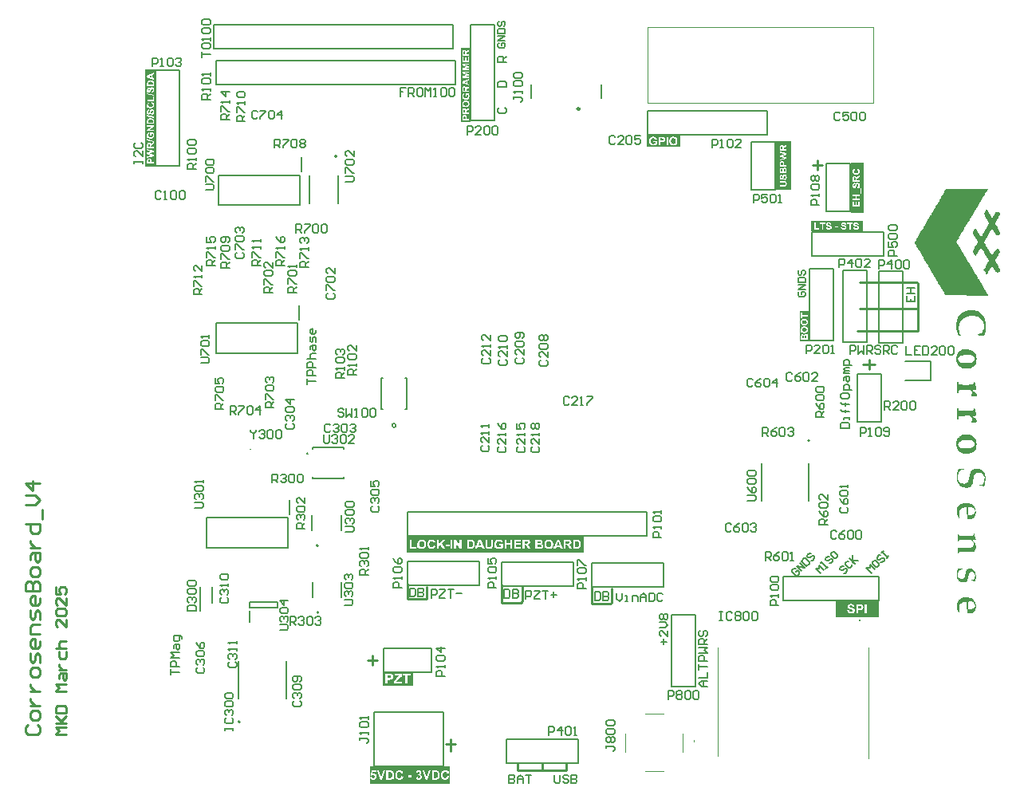
<source format=gto>
G04*
G04 #@! TF.GenerationSoftware,Altium Limited,Altium Designer,22.8.2 (66)*
G04*
G04 Layer_Color=65535*
%FSLAX44Y44*%
%MOMM*%
G71*
G04*
G04 #@! TF.SameCoordinates,9714C633-81E7-4BB1-B996-9AD4BBD72758*
G04*
G04*
G04 #@! TF.FilePolarity,Positive*
G04*
G01*
G75*
%ADD10C,0.1000*%
%ADD11C,0.2000*%
%ADD12C,0.1524*%
%ADD13C,0.2500*%
%ADD14C,0.2540*%
%ADD15C,0.1270*%
G36*
X1024255Y237048D02*
X1023758Y235889D01*
X1023592Y235060D01*
X1022930Y234067D01*
X1022764Y233735D01*
X1021522Y232493D01*
X1020611Y232244D01*
X1020031Y231665D01*
X1018374Y231499D01*
X1015807Y231416D01*
X1015310Y231747D01*
X1015144Y232244D01*
X1015310Y232741D01*
X1015144Y233735D01*
X1014978Y234232D01*
X1015061Y235806D01*
X1014482Y236883D01*
X1014564Y240113D01*
X1014482Y241190D01*
X1014647Y241686D01*
X1014482Y243177D01*
X1013902Y243757D01*
X1013405Y243923D01*
X1012908Y243757D01*
X1010589Y243260D01*
X1010257Y242929D01*
X1008766Y242101D01*
X1008435Y241769D01*
X1008104Y241604D01*
X1007027Y240527D01*
X1006696Y239699D01*
X1006199Y238870D01*
X1006365Y234398D01*
Y234232D01*
X1006530Y233404D01*
X1006861Y233073D01*
X1007027Y232410D01*
X1006944Y232162D01*
X1006116Y232327D01*
X1005371Y232907D01*
X1005205Y233570D01*
X1004874Y233901D01*
X1004625Y234978D01*
X1004211Y235889D01*
X1004045Y237214D01*
X1003880Y237711D01*
X1003714Y239367D01*
X1003963Y240610D01*
X1004128Y241604D01*
X1004294Y242266D01*
X1004708Y243674D01*
X1005371Y244834D01*
X1005702Y245165D01*
X1005868Y245497D01*
X1006116Y245911D01*
X1006447Y246076D01*
X1007276Y246905D01*
X1007607Y247070D01*
X1008766Y247733D01*
X1009429Y247899D01*
X1010340Y248147D01*
X1011417Y248561D01*
X1016718Y248395D01*
X1017877Y247899D01*
X1019203Y247733D01*
X1019534Y247402D01*
X1019865Y247236D01*
X1021025Y246408D01*
X1021273Y246159D01*
X1021439Y245828D01*
X1022267Y244668D01*
X1022764Y243840D01*
X1023427Y242349D01*
X1023592Y241686D01*
X1024089Y240527D01*
X1024255Y239864D01*
X1024421Y239367D01*
X1024255Y237048D01*
D02*
G37*
G36*
X1023095Y273160D02*
X1022350Y274072D01*
X1021190Y275231D01*
X1019203Y275397D01*
X1018706Y275231D01*
X1017877Y274734D01*
X1017546Y274403D01*
X1017215Y274237D01*
X1016966Y273989D01*
X1016635Y272663D01*
X1016469Y271338D01*
X1016138Y271007D01*
X1015807Y270179D01*
X1015890Y268605D01*
X1015558Y267777D01*
X1015310Y267528D01*
X1014978Y266369D01*
X1014482Y265540D01*
X1013239Y264298D01*
X1012080Y264132D01*
X1008270Y264298D01*
X1007110Y265126D01*
X1006779Y265292D01*
X1006447Y265623D01*
X1006199Y265706D01*
X1006033Y266037D01*
X1005702Y266369D01*
X1005039Y267528D01*
X1004377Y269019D01*
X1004045Y270179D01*
X1004211Y270676D01*
X1003714Y271504D01*
X1003880Y274486D01*
X1004045Y274983D01*
X1004211Y275645D01*
X1004542Y277799D01*
X1005288Y278710D01*
X1006116Y278875D01*
X1006613Y278710D01*
X1009926Y278544D01*
X1010175Y278296D01*
X1010092Y277882D01*
X1009429Y277716D01*
X1007358Y277467D01*
X1006696Y277136D01*
X1006530Y276805D01*
X1005536Y275811D01*
X1005371Y275148D01*
X1004708Y274154D01*
X1004625Y270924D01*
X1005039Y270344D01*
X1006116Y268771D01*
X1006447Y268605D01*
X1008270Y267777D01*
X1008932Y267611D01*
X1010009Y268025D01*
X1010257Y268274D01*
X1011417Y268936D01*
X1012162Y270179D01*
X1012328Y270841D01*
X1012494Y272498D01*
X1012825Y272829D01*
X1012991Y273492D01*
X1013156Y274983D01*
X1013488Y275314D01*
X1013653Y276308D01*
X1014482Y277467D01*
X1014564Y277716D01*
X1014896Y277882D01*
X1016055Y278710D01*
X1020197Y278544D01*
X1021356Y277716D01*
X1021687Y277550D01*
X1022598Y276639D01*
X1022764Y276308D01*
X1023095Y275977D01*
X1023592Y274817D01*
X1023758Y274154D01*
X1023924Y272995D01*
X1024421Y272167D01*
X1024586Y271670D01*
X1024421Y271173D01*
X1024503Y269268D01*
X1024089Y268688D01*
X1023841Y268108D01*
X1023924Y267363D01*
X1023758Y266866D01*
X1023592Y266037D01*
X1023344Y265789D01*
X1022681Y265623D01*
X1020528Y265789D01*
X1019203Y265955D01*
X1018954Y266203D01*
X1019120Y266700D01*
X1020776Y266866D01*
X1021605Y267031D01*
X1022102Y267528D01*
X1022267Y267860D01*
X1023095Y269019D01*
X1023261Y271173D01*
X1023095Y272995D01*
Y273160D01*
D02*
G37*
G36*
X1023427Y298671D02*
X1023261Y298340D01*
X1022930Y298008D01*
X1022764Y297677D01*
X1021770Y297014D01*
X1020694Y296600D01*
X1019037Y296435D01*
X1018540Y296269D01*
X1013156Y296517D01*
X1009760Y296600D01*
X1009264Y296435D01*
X1006779Y296269D01*
X1005371Y295523D01*
X1005039Y294695D01*
X1005371Y294033D01*
X1005122Y293784D01*
X1004542Y293867D01*
X1004708Y294530D01*
X1004874Y295026D01*
X1004708Y295523D01*
X1004874Y296849D01*
X1004708Y297346D01*
X1004874Y300824D01*
X1005619Y301073D01*
X1006282Y300907D01*
X1018706Y301073D01*
X1020197Y301901D01*
X1020611Y302150D01*
X1020776Y302812D01*
X1021190Y303558D01*
X1021522Y303723D01*
X1021770Y304469D01*
X1021605Y305131D01*
X1021770Y305628D01*
X1021439Y306457D01*
X1021108Y306788D01*
X1020942Y307119D01*
X1020279Y308279D01*
X1018374Y309355D01*
X1016718Y309521D01*
X1006613Y309355D01*
X1005702Y308610D01*
X1005205Y307450D01*
X1005122Y306705D01*
X1004708Y306788D01*
X1004791Y307699D01*
X1004708Y311095D01*
X1004874Y311592D01*
X1004791Y313331D01*
X1004874Y314242D01*
X1004708Y314739D01*
X1004625Y315485D01*
X1004791Y316147D01*
X1004957Y316313D01*
X1005205Y316064D01*
X1005371Y315070D01*
X1006282Y314159D01*
X1007441Y313828D01*
X1010589Y313662D01*
X1019700Y313828D01*
X1020197Y313994D01*
X1021108Y314242D01*
X1021770Y314905D01*
X1021936Y315567D01*
X1022019Y316644D01*
X1022516Y316479D01*
X1022847Y314822D01*
X1023095Y313248D01*
X1023427Y312420D01*
X1023675Y310846D01*
X1024089Y310101D01*
X1024172Y309687D01*
X1023344Y309355D01*
X1021770Y309438D01*
X1021108Y309273D01*
X1020942Y308776D01*
X1021108Y308279D01*
X1022267Y307119D01*
X1022433Y306457D01*
X1022681Y306208D01*
X1023013Y306042D01*
X1023261Y305794D01*
X1023427Y305463D01*
X1023924Y304303D01*
X1024172Y303392D01*
X1024586Y302315D01*
X1024421Y301321D01*
X1023924Y300162D01*
X1023592Y298836D01*
X1023510Y298754D01*
X1023427Y298671D01*
D02*
G37*
G36*
X1024338Y337848D02*
X1023924Y336936D01*
X1023758Y335611D01*
X1022930Y334120D01*
X1021356Y332547D01*
X1020694Y332381D01*
X1020362Y332050D01*
X1019534Y331718D01*
X1015558Y331553D01*
X1015144Y331967D01*
X1015227Y333541D01*
X1015061Y334369D01*
X1014896Y336025D01*
X1014482Y337102D01*
X1014564Y340498D01*
X1014399Y343480D01*
X1014233Y343811D01*
X1013570Y343977D01*
X1011914Y343811D01*
X1011417Y343645D01*
X1010506Y343397D01*
X1010092Y342983D01*
X1008601Y342155D01*
X1007193Y340746D01*
X1007027Y340415D01*
X1006696Y340084D01*
X1006530Y339753D01*
X1006199Y338924D01*
Y335777D01*
X1006365Y333624D01*
X1007027Y332961D01*
X1007110Y332381D01*
X1006613Y332215D01*
X1005453Y332878D01*
X1004708Y334617D01*
X1004211Y336274D01*
X1004045Y337434D01*
X1003714Y338593D01*
X1003880Y340746D01*
X1004211Y341575D01*
X1004377Y342900D01*
X1005702Y345385D01*
X1006365Y346047D01*
X1006530Y346379D01*
X1007524Y347041D01*
X1007773Y347290D01*
X1008932Y347787D01*
X1009843Y348035D01*
X1010589Y348284D01*
X1011251Y348449D01*
X1013736Y348615D01*
X1014233Y348449D01*
X1015393Y348615D01*
X1016801Y348367D01*
X1018126Y347870D01*
X1018954Y347704D01*
X1020859Y346627D01*
X1021605Y345882D01*
X1022598Y344060D01*
X1023261Y342900D01*
X1023675Y341823D01*
X1023924Y341078D01*
X1024089Y340084D01*
X1024586Y338924D01*
X1024338Y337848D01*
D02*
G37*
G36*
X1025249Y380669D02*
X1023675Y379923D01*
X1023427Y379675D01*
X1023261Y379343D01*
X1023013Y379095D01*
X1022764Y379012D01*
X1022598Y378681D01*
X1022267Y377853D01*
X1022102Y377190D01*
X1021605Y376030D01*
X1021439Y374871D01*
X1021273Y372883D01*
X1020776Y371724D01*
X1020611Y369570D01*
X1020445Y368907D01*
X1020114Y368576D01*
X1019700Y367499D01*
X1019451Y367251D01*
X1019285Y366920D01*
X1018540Y366008D01*
X1018209Y365843D01*
X1017712Y365346D01*
X1016883Y365015D01*
X1015558Y364849D01*
X1014730Y364518D01*
X1013736Y364352D01*
X1013239Y364518D01*
X1011417Y365015D01*
X1010092Y365180D01*
X1009098Y365843D01*
X1008270Y366340D01*
X1007358Y367085D01*
X1006365Y368079D01*
X1006199Y368410D01*
X1005371Y369570D01*
X1004874Y370730D01*
X1004377Y372386D01*
X1004211Y373049D01*
X1003963Y374291D01*
X1003797Y374954D01*
X1003714Y378350D01*
X1003880Y378847D01*
X1004211Y380172D01*
X1004460Y381414D01*
X1004708Y382160D01*
X1004874Y382822D01*
X1005205Y383650D01*
X1005619Y384727D01*
X1006447Y385059D01*
X1010589Y384893D01*
X1011914Y384727D01*
X1011997Y384313D01*
X1011583Y383899D01*
X1009429Y383733D01*
X1007773Y383071D01*
X1007276Y382574D01*
X1006944Y382408D01*
X1006696Y382160D01*
X1006033Y381000D01*
X1005702Y380669D01*
X1004708Y377521D01*
X1004625Y376776D01*
X1004874Y373877D01*
X1005371Y372717D01*
X1006033Y371558D01*
X1006447Y371144D01*
X1006779Y370978D01*
X1007773Y369984D01*
X1008684Y369736D01*
X1008932Y369487D01*
X1009760Y369156D01*
X1012245Y368990D01*
X1012742Y369156D01*
X1013653Y369404D01*
X1015061Y370315D01*
X1015641Y370895D01*
X1015807Y371227D01*
X1016138Y372055D01*
X1016304Y372386D01*
X1016966Y373380D01*
X1017132Y376030D01*
X1017298Y376527D01*
X1017546Y377604D01*
X1017795Y378350D01*
X1017960Y379675D01*
X1018457Y380834D01*
X1018871Y381911D01*
X1019534Y382905D01*
X1020031Y383402D01*
X1020362Y383568D01*
X1021025Y384230D01*
X1021687Y384396D01*
X1022764Y384810D01*
X1023592Y384976D01*
X1025829Y385059D01*
X1026326Y384893D01*
X1027982Y384727D01*
X1030798Y383236D01*
X1031709Y382325D01*
X1031875Y381994D01*
X1032372Y381497D01*
X1032538Y381166D01*
X1033366Y379840D01*
X1033531Y379178D01*
X1033697Y378350D01*
X1034028Y378018D01*
X1034194Y377356D01*
X1034277Y374125D01*
X1034111Y369818D01*
X1033531Y368410D01*
X1033366Y367748D01*
X1033200Y367251D01*
X1032620Y366671D01*
X1031958Y366505D01*
X1030798Y366671D01*
X1028645Y366837D01*
X1027485Y367002D01*
X1027237Y367251D01*
X1027402Y367748D01*
X1028231Y367914D01*
X1030384Y368079D01*
X1030964Y368493D01*
X1031875Y369404D01*
X1032041Y369736D01*
X1032703Y371227D01*
X1033283Y372800D01*
X1033366Y376030D01*
X1032703Y377521D01*
X1032206Y378350D01*
X1031709Y378847D01*
X1031544Y379178D01*
X1030798Y379923D01*
X1030467Y380089D01*
X1028976Y380751D01*
X1028314Y380917D01*
X1025332Y380751D01*
X1025249Y380669D01*
D02*
G37*
G36*
X1024752Y408333D02*
X1024255Y407173D01*
Y407007D01*
X1024007Y405765D01*
X1023261Y404357D01*
X1022930Y404026D01*
X1022764Y403694D01*
X1022184Y403115D01*
X1021853Y402949D01*
X1021190Y402286D01*
X1019037Y401292D01*
X1016221Y400795D01*
X1011417Y400961D01*
X1010920Y401127D01*
X1009678Y401375D01*
X1008849Y401707D01*
X1008104Y402121D01*
X1007773Y402286D01*
X1006613Y403115D01*
X1006282Y403280D01*
X1005868Y403694D01*
X1005702Y404026D01*
X1005205Y404523D01*
X1005039Y404854D01*
X1004211Y406345D01*
X1003880Y407173D01*
X1003466Y408912D01*
X1003217Y409823D01*
X1003134Y412391D01*
X1003300Y413054D01*
X1003549Y413965D01*
X1003714Y414627D01*
X1003963Y415538D01*
X1004294Y416367D01*
X1004957Y417361D01*
X1005205Y417609D01*
X1005371Y417940D01*
X1006447Y419017D01*
X1006779Y419183D01*
X1007110Y419514D01*
X1008601Y420177D01*
X1010257Y420839D01*
X1011417Y421005D01*
X1017877Y420839D01*
X1019037Y420342D01*
X1021190Y419183D01*
X1021522Y418852D01*
X1021853Y418686D01*
X1022598Y417940D01*
X1022764Y417609D01*
X1023427Y416615D01*
X1024089Y415124D01*
X1024338Y414048D01*
X1024669Y412722D01*
X1024918Y411811D01*
X1024752Y408333D01*
D02*
G37*
G36*
X1021853Y449332D02*
X1022350Y449497D01*
X1023095Y449083D01*
X1023261Y448420D01*
X1023427Y445936D01*
X1024089Y444279D01*
X1024338Y442374D01*
X1024586Y442126D01*
X1024752Y441463D01*
X1024338Y441049D01*
X1021522Y440883D01*
X1021273Y440635D01*
X1021439Y439972D01*
X1021853Y439558D01*
X1022184Y439392D01*
X1022847Y438730D01*
X1023178Y438564D01*
X1024089Y437653D01*
X1024918Y435831D01*
X1024752Y434506D01*
X1024338Y434091D01*
X1023261Y434009D01*
X1020114Y434174D01*
X1019451Y434340D01*
X1019120Y434506D01*
X1019037Y434920D01*
X1019285Y435500D01*
X1019617Y435831D01*
X1019782Y436162D01*
X1020445Y437653D01*
X1020197Y438564D01*
X1019948Y438813D01*
X1019285Y439972D01*
X1018540Y440718D01*
X1017712Y441049D01*
X1006613Y440883D01*
X1006033Y440469D01*
X1005868Y439807D01*
X1005702Y437819D01*
X1005453Y437570D01*
X1004791Y437405D01*
X1004460Y437570D01*
X1004211Y437819D01*
X1004045Y438481D01*
X1004211Y449249D01*
X1004957Y449497D01*
X1005453Y449332D01*
X1005868Y448917D01*
X1006033Y446930D01*
X1006447Y446515D01*
X1007607Y446350D01*
X1020694Y446515D01*
X1021273Y447095D01*
X1021439Y448089D01*
X1021273Y448586D01*
X1021687Y449332D01*
X1021853D01*
D02*
G37*
G36*
X1004045Y466642D02*
X1004211Y476913D01*
X1004460Y477161D01*
X1005619Y476995D01*
X1005868Y476250D01*
X1005785Y475670D01*
X1005950Y474842D01*
X1006116Y474511D01*
X1006944Y474179D01*
X1013074Y474014D01*
X1020528Y474179D01*
X1021108Y474594D01*
X1021439Y475753D01*
X1021273Y476416D01*
X1021853Y477161D01*
X1022847Y476995D01*
X1023095Y476747D01*
X1023261Y476084D01*
X1023427Y473765D01*
X1023592Y473268D01*
X1024007Y472192D01*
X1024172Y470866D01*
X1024338Y470204D01*
X1024586Y469955D01*
X1024752Y469293D01*
X1024586Y468961D01*
X1023841Y468713D01*
X1021356Y468547D01*
X1021273Y467967D01*
X1022019Y467222D01*
X1022350Y467056D01*
X1024089Y465317D01*
X1024255Y464986D01*
X1024918Y463495D01*
X1025083Y462998D01*
X1024918Y462501D01*
X1024752Y462170D01*
X1024503Y461921D01*
X1023841Y461755D01*
X1019617Y462004D01*
X1018954Y462501D01*
X1020279Y464820D01*
X1020445Y465648D01*
X1019451Y467470D01*
X1018374Y468547D01*
X1017215Y468713D01*
X1006447Y468547D01*
X1005868Y467967D01*
X1005702Y465483D01*
X1005453Y465234D01*
X1004791Y465069D01*
X1004211Y465483D01*
X1004045Y466145D01*
Y466477D01*
Y466642D01*
D02*
G37*
G36*
X1024752Y499110D02*
X1024586Y498779D01*
Y498613D01*
X1024421Y498116D01*
X1024089Y496791D01*
X1023924Y495963D01*
X1023592Y495631D01*
X1022930Y494472D01*
X1021687Y493229D01*
X1021356Y493064D01*
X1021025Y492732D01*
X1018871Y491739D01*
X1017712Y491573D01*
X1016138Y491324D01*
X1013074Y491241D01*
X1012577Y491407D01*
X1009843Y491821D01*
X1009264Y492070D01*
X1007110Y493229D01*
X1006779Y493561D01*
X1006447Y493726D01*
X1005536Y494637D01*
X1005371Y494969D01*
X1005039Y495300D01*
X1004874Y495631D01*
X1003880Y497785D01*
X1003631Y498862D01*
X1003300Y500187D01*
X1003134Y501181D01*
X1003052Y502754D01*
X1003217Y503251D01*
X1003714Y505239D01*
X1003963Y506150D01*
X1004708Y507558D01*
X1005868Y509049D01*
X1006282Y509463D01*
X1006613Y509629D01*
X1007773Y510457D01*
X1008684Y510706D01*
X1010423Y511451D01*
X1015310Y511534D01*
X1018209Y511285D01*
X1020031Y510457D01*
X1020362Y510291D01*
X1020694Y509960D01*
X1021522Y509463D01*
X1022764Y508221D01*
X1022930Y507890D01*
X1023261Y507558D01*
X1024089Y505736D01*
X1024338Y504328D01*
X1024752Y502920D01*
X1024918Y502257D01*
X1024752Y499110D01*
D02*
G37*
G36*
X1036182Y659958D02*
X1038170Y656148D01*
X1038501Y655817D01*
X1038832Y654989D01*
X1039329Y654492D01*
X1039495Y653829D01*
X1040158Y653167D01*
X1040323Y652338D01*
X1040737Y651924D01*
X1041566Y651758D01*
X1042145Y652173D01*
X1042311Y652504D01*
X1042477Y653001D01*
X1042974Y653829D01*
X1043305Y654160D01*
X1043471Y654823D01*
X1044133Y655486D01*
X1044547Y656562D01*
X1044796Y656645D01*
X1044961Y656976D01*
X1045541Y657556D01*
X1046370Y657722D01*
X1046867Y657888D01*
X1047695Y657722D01*
X1048689Y657391D01*
X1048937Y657142D01*
X1049765Y655320D01*
X1049600Y654326D01*
X1049268Y653995D01*
X1048440Y652504D01*
X1048109Y652173D01*
X1047943Y651344D01*
X1047695Y650930D01*
X1047446Y650847D01*
X1046287Y648694D01*
X1045293Y647037D01*
X1044961Y646706D01*
X1044547Y645629D01*
X1044465Y645215D01*
X1045955Y643062D01*
X1046121Y642730D01*
X1046949Y641240D01*
X1047612Y640080D01*
X1048109Y639583D01*
X1048275Y638589D01*
X1048772Y638258D01*
X1049268Y636933D01*
X1049600Y636104D01*
X1049434Y634448D01*
X1048937Y633951D01*
X1048440Y633123D01*
X1047778Y632957D01*
X1046370Y632874D01*
X1045459Y633620D01*
X1044961Y633951D01*
X1044796Y634282D01*
X1044299Y634779D01*
X1043636Y635939D01*
X1043056Y637015D01*
X1042808Y637098D01*
X1042642Y637761D01*
X1042477Y638092D01*
X1041980Y638589D01*
X1041814Y638920D01*
X1041566Y639169D01*
X1040903Y639003D01*
X1039992Y638092D01*
X1039826Y637761D01*
X1038998Y636270D01*
X1038667Y635939D01*
X1038253Y634862D01*
X1037673Y634282D01*
X1037259Y633205D01*
X1037010Y632957D01*
X1036845Y632626D01*
X1036182Y631632D01*
X1036016Y631135D01*
X1035188Y629975D01*
X1035022Y629644D01*
X1034691Y629313D01*
X1034443Y628401D01*
X1033863Y627822D01*
X1033697Y627159D01*
X1033035Y626165D01*
X1032869Y625668D01*
X1033035Y625171D01*
X1033531Y624343D01*
X1034194Y623184D01*
X1034525Y622852D01*
X1034940Y621775D01*
X1035354Y621361D01*
X1035602Y620450D01*
X1036348Y619705D01*
X1036513Y619208D01*
X1037342Y617717D01*
X1037673Y617386D01*
X1037839Y616723D01*
X1038667Y615564D01*
X1038832Y614901D01*
X1039495Y614238D01*
X1039661Y613576D01*
X1040158Y613079D01*
X1040655Y612250D01*
X1040903Y612002D01*
X1041731Y612168D01*
X1042394Y613162D01*
X1042808Y614238D01*
X1043305Y614735D01*
X1044630Y617054D01*
X1045376Y617800D01*
X1045707Y617965D01*
X1046038Y618297D01*
X1047198Y618462D01*
X1047860Y618297D01*
X1048192Y617965D01*
X1048523Y617800D01*
X1049103Y617220D01*
X1049268Y616889D01*
X1049600Y616060D01*
X1049434Y614735D01*
X1049103Y614404D01*
X1048937Y613741D01*
X1048440Y612913D01*
X1048109Y612085D01*
X1047943Y611754D01*
X1047281Y611091D01*
X1047115Y610428D01*
X1046452Y609434D01*
X1045459Y607612D01*
X1045127Y607281D01*
X1044961Y606950D01*
X1044465Y605790D01*
X1044630Y605293D01*
X1045459Y604133D01*
X1046949Y601317D01*
X1047778Y600158D01*
X1048109Y599827D01*
X1048275Y598998D01*
X1048937Y598336D01*
X1049103Y597673D01*
X1049600Y596845D01*
X1049765Y596182D01*
X1049600Y595685D01*
X1049434Y594857D01*
X1048772Y594194D01*
X1048689Y593946D01*
X1048357Y593780D01*
X1047198Y593283D01*
X1046204Y593449D01*
X1045044Y594277D01*
X1044796Y594526D01*
X1044630Y594857D01*
X1044299Y595188D01*
X1044133Y595851D01*
X1043636Y596348D01*
X1042974Y597507D01*
X1042642Y597839D01*
X1042477Y598336D01*
X1041566Y599578D01*
X1040572Y599412D01*
X1040323Y599164D01*
X1038832Y596348D01*
X1038501Y596017D01*
X1037010Y593532D01*
X1036845Y593200D01*
X1036182Y592206D01*
X1035934Y591627D01*
X1035271Y591461D01*
X1034691Y592041D01*
X1034194Y592869D01*
X1033366Y594360D01*
X1032372Y596017D01*
X1033531Y598170D01*
X1034194Y599330D01*
X1034525Y599661D01*
X1034691Y600323D01*
X1035188Y601152D01*
X1035519Y601483D01*
X1035685Y601980D01*
X1036513Y603140D01*
X1037342Y604630D01*
X1037673Y604962D01*
X1037839Y605956D01*
X1036348Y608772D01*
X1035519Y609931D01*
X1035354Y610594D01*
X1034857Y611091D01*
X1034525Y611919D01*
X1034028Y612416D01*
X1033614Y613493D01*
X1033200Y613907D01*
X1032786Y614984D01*
X1032538Y615232D01*
X1031875Y616392D01*
X1031544Y616723D01*
X1031378Y617054D01*
X1030384Y618711D01*
X1029804Y619291D01*
X1029390Y619374D01*
X1028810Y618959D01*
X1028396Y618545D01*
X1027237Y616392D01*
X1026905Y616060D01*
X1026491Y614984D01*
X1025911Y614404D01*
X1025249Y613244D01*
X1024255Y611422D01*
X1024007Y611174D01*
X1023178Y611339D01*
X1022516Y612333D01*
X1021770Y613741D01*
X1021439Y614073D01*
X1021025Y615149D01*
X1020611Y615564D01*
X1020776Y616226D01*
X1021108Y616557D01*
X1021522Y617634D01*
X1021936Y618048D01*
X1022102Y618380D01*
X1022433Y618711D01*
X1022598Y619042D01*
X1023924Y621527D01*
X1025083Y623349D01*
X1025580Y624177D01*
X1026077Y625337D01*
X1025911Y626662D01*
X1025083Y627822D01*
X1024255Y629313D01*
X1023592Y630307D01*
X1022764Y631797D01*
X1021936Y633123D01*
X1020776Y635607D01*
X1021273Y636767D01*
X1021770Y637595D01*
X1022102Y637926D01*
X1023095Y639749D01*
X1023510Y640163D01*
X1024172Y639997D01*
X1024752Y639086D01*
X1025083Y638755D01*
X1025249Y638092D01*
X1025911Y637098D01*
X1026408Y636270D01*
X1027071Y635276D01*
X1027237Y634945D01*
X1028065Y633454D01*
X1028810Y632543D01*
X1029142Y632046D01*
X1030136Y632211D01*
X1030798Y633205D01*
X1031212Y633785D01*
X1032538Y636104D01*
X1032869Y636436D01*
X1033117Y637347D01*
X1033863Y638092D01*
X1034525Y639252D01*
X1035354Y640743D01*
X1036348Y642399D01*
X1037839Y645546D01*
X1037590Y646458D01*
X1037010Y647534D01*
X1036016Y649357D01*
X1035685Y649688D01*
X1035271Y650765D01*
X1034857Y651179D01*
X1034443Y652255D01*
X1034028Y652670D01*
X1033366Y653829D01*
X1032703Y655320D01*
X1032869Y655983D01*
X1033697Y657474D01*
X1033780Y657556D01*
X1033863Y657639D01*
X1034028Y658136D01*
X1034691Y658799D01*
X1034857Y659627D01*
X1035271Y660041D01*
X1035934Y660207D01*
X1036182Y659958D01*
D02*
G37*
G36*
X1036679Y681824D02*
X1036845Y681493D01*
X1035851Y680499D01*
X1035354Y679671D01*
X1035105Y679091D01*
X1035188Y679008D01*
X1034691Y678180D01*
X1034028Y677020D01*
X1033531Y676689D01*
X1033366Y676027D01*
X1033200Y675530D01*
X1032703Y675033D01*
X1032206Y674204D01*
X1031378Y672713D01*
X1030219Y670891D01*
X1029556Y669400D01*
X1029390Y669069D01*
X1029142Y668821D01*
X1028893Y668738D01*
X1028562Y667910D01*
X1028231Y667578D01*
X1028065Y667247D01*
X1027734Y666916D01*
X1027320Y665839D01*
X1026905Y665425D01*
X1026740Y665094D01*
X1026077Y664100D01*
X1025911Y663437D01*
X1024752Y661780D01*
X1024255Y660952D01*
X1023592Y659793D01*
X1022764Y658302D01*
X1021687Y656728D01*
X1021522Y656065D01*
X1021108Y655486D01*
X1020611Y654989D01*
X1020445Y654326D01*
X1019700Y653415D01*
X1018954Y652173D01*
X1018126Y650682D01*
X1017795Y650350D01*
X1017463Y649522D01*
X1017298Y649191D01*
X1016469Y648363D01*
X1016635Y647866D01*
X1015890Y646955D01*
X1014896Y645298D01*
X1014482Y644718D01*
X1013653Y643227D01*
X1012991Y642068D01*
X1012659Y641737D01*
X1011334Y639417D01*
X1011003Y638589D01*
X1010837Y638258D01*
X1009346Y636104D01*
X1008518Y634613D01*
X1008187Y634282D01*
X1007524Y633123D01*
X1007193Y632294D01*
X1006779Y631549D01*
X1006447Y631383D01*
X1006033Y630969D01*
X1006199Y630472D01*
X1005453Y629561D01*
X1004625Y628236D01*
X1004128Y627242D01*
X1003880Y626993D01*
X1003714Y626662D01*
X1003549Y626165D01*
X1003714Y625171D01*
X1004211Y624674D01*
X1004377Y624343D01*
X1005371Y622521D01*
X1005702Y622190D01*
X1006530Y620699D01*
X1007193Y619539D01*
X1008352Y617717D01*
X1009181Y616226D01*
X1009843Y615232D01*
X1010837Y613410D01*
X1011500Y612416D01*
X1011997Y611588D01*
X1013322Y609269D01*
X1014150Y607943D01*
X1014316Y607612D01*
X1015475Y605790D01*
X1015972Y604962D01*
X1017298Y602643D01*
X1018126Y601317D01*
X1018291Y600986D01*
X1019120Y599661D01*
X1019948Y598170D01*
X1021108Y596348D01*
X1021273Y595685D01*
X1021770Y595188D01*
X1021936Y594857D01*
X1022598Y593863D01*
X1023758Y591710D01*
X1024835Y590136D01*
X1025166Y589308D01*
X1025746Y588728D01*
X1025911Y588065D01*
X1026243Y587734D01*
X1026408Y587403D01*
X1027071Y586243D01*
X1027402Y585912D01*
X1028562Y583758D01*
X1029225Y582599D01*
X1030053Y581439D01*
X1030219Y581108D01*
X1031047Y579617D01*
X1032206Y577795D01*
X1033200Y575973D01*
X1033531Y575641D01*
X1034857Y573157D01*
X1035519Y571997D01*
X1036016Y571169D01*
X1036099Y571086D01*
X1036845Y569678D01*
X1037010Y569181D01*
X1036762Y568932D01*
X1036099Y568767D01*
X992201Y568932D01*
X991621Y569512D01*
X990628Y571334D01*
X990296Y571666D01*
X990131Y571997D01*
X989302Y573488D01*
X988971Y573819D01*
X988557Y574896D01*
X987977Y575476D01*
X987646Y576304D01*
X986983Y577298D01*
X985989Y579120D01*
X985327Y580114D01*
X985161Y580445D01*
X984167Y582267D01*
X983505Y583261D01*
X983339Y583593D01*
X982345Y585249D01*
X981682Y586409D01*
X981020Y587403D01*
X979695Y589887D01*
X978701Y591544D01*
X977541Y593366D01*
X977375Y593863D01*
X976713Y594857D01*
X976216Y595685D01*
X975388Y597010D01*
X975222Y597673D01*
X974559Y598336D01*
X973234Y600820D01*
X972406Y602311D01*
X971246Y604133D01*
X971081Y604465D01*
X970087Y606121D01*
X969755Y606453D01*
X969590Y607115D01*
X968762Y608275D01*
X968596Y608772D01*
X968265Y609103D01*
X967105Y611256D01*
X966442Y612250D01*
X965945Y613079D01*
X964786Y615232D01*
X963958Y616392D01*
X963792Y616889D01*
X962964Y618380D01*
X962632Y618711D01*
X961307Y621030D01*
X960976Y621361D01*
X960562Y622438D01*
X960148Y622852D01*
X959899Y623763D01*
X959319Y624343D01*
X959154Y625171D01*
X959319Y625668D01*
X959651Y626497D01*
X959816Y626828D01*
X960645Y627987D01*
X961142Y628484D01*
X961307Y629478D01*
X961804Y629975D01*
X961970Y630638D01*
X962467Y631135D01*
X962632Y631797D01*
X963046Y632211D01*
X963295Y632294D01*
X963461Y633288D01*
X963875Y633702D01*
X964206Y633868D01*
X964372Y634696D01*
X964537Y635028D01*
X964786Y635110D01*
X965449Y636270D01*
X966277Y637761D01*
X968099Y640743D01*
X968596Y641571D01*
X968927Y641902D01*
X969093Y642896D01*
X969341Y643145D01*
X969673Y643310D01*
X969838Y644138D01*
X970004Y644470D01*
X970335Y644635D01*
X970584Y644884D01*
X970915Y645712D01*
X971412Y646209D01*
X971578Y646872D01*
X971909Y647203D01*
X972075Y647534D01*
X972903Y648694D01*
X973068Y649357D01*
X973565Y649854D01*
X973814Y650930D01*
X974145Y651096D01*
X974559Y651344D01*
X974725Y652173D01*
X975222Y652670D01*
X975636Y653746D01*
X975885Y653995D01*
X976050Y654326D01*
X976796Y655237D01*
X977127Y656065D01*
X977872Y657474D01*
X978535Y658467D01*
X978701Y658799D01*
X979198Y659296D01*
X979363Y659958D01*
X979612Y660538D01*
X979943Y660704D01*
X980191Y660952D01*
X980523Y661780D01*
X981185Y662774D01*
X982179Y664596D01*
X983008Y666087D01*
X983339Y666419D01*
X983505Y667081D01*
X984333Y668241D01*
X984499Y668572D01*
X985161Y669566D01*
X985492Y670394D01*
X986983Y672548D01*
X987149Y672879D01*
X987480Y673873D01*
X988143Y674536D01*
X988391Y675447D01*
X989137Y676192D01*
X989302Y677020D01*
X989965Y677683D01*
X990131Y678346D01*
X990876Y679257D01*
X992533Y681907D01*
X1009015Y681990D01*
X1036679Y681824D01*
D02*
G37*
G36*
X1022681Y553361D02*
X1024172Y552699D01*
X1025580Y552450D01*
X1025829Y552201D01*
X1028314Y550876D01*
X1029225Y550131D01*
X1029473Y549882D01*
X1029722Y549800D01*
X1029887Y549468D01*
X1030384Y549137D01*
X1030550Y548806D01*
X1031047Y548309D01*
X1031212Y547977D01*
X1031709Y547480D01*
X1031875Y547149D01*
X1032538Y546155D01*
X1032703Y545658D01*
X1032786Y545575D01*
X1033614Y543753D01*
X1033780Y542925D01*
X1033946Y542262D01*
X1034525Y541186D01*
X1034691Y533566D01*
X1034525Y532406D01*
X1034360Y530418D01*
X1033863Y529259D01*
X1033697Y527602D01*
X1032869Y526111D01*
X1032620Y525863D01*
X1030633Y526029D01*
X1030136Y526194D01*
X1029473Y526360D01*
X1028314Y526525D01*
X1026326Y526691D01*
X1026077Y526940D01*
X1025911Y527602D01*
X1026326Y528016D01*
X1029225Y528265D01*
X1030550Y529093D01*
X1030715Y529424D01*
X1031047Y529756D01*
X1031212Y530087D01*
X1032372Y532572D01*
X1032538Y533731D01*
X1032869Y534891D01*
X1032703Y538204D01*
X1032538Y538701D01*
X1032289Y539778D01*
X1032123Y540440D01*
X1031709Y541186D01*
X1031047Y542345D01*
X1030301Y543256D01*
X1028810Y544747D01*
X1027982Y545244D01*
X1025829Y546238D01*
X1024503Y546569D01*
X1023344Y546901D01*
X1022681Y547066D01*
X1016883Y546901D01*
X1016055Y546569D01*
X1014316Y546155D01*
X1013405Y545741D01*
X1010920Y544416D01*
X1010589Y544085D01*
X1010257Y543919D01*
X1008518Y542180D01*
X1008352Y541848D01*
X1008021Y541517D01*
X1007855Y541186D01*
X1007193Y540026D01*
X1006861Y539695D01*
X1006696Y538535D01*
X1006530Y537541D01*
X1006199Y537210D01*
X1005950Y535636D01*
X1005868Y533566D01*
X1006033Y533069D01*
X1006447Y531329D01*
X1006696Y530584D01*
X1006861Y528927D01*
X1007524Y527934D01*
X1008021Y526277D01*
X1007773Y526029D01*
X1006613Y526194D01*
X1005702Y526940D01*
X1005371Y527271D01*
X1005039Y528099D01*
X1004542Y529259D01*
X1004128Y530335D01*
X1003880Y531246D01*
X1003631Y532820D01*
X1003466Y534145D01*
X1003217Y534891D01*
X1003052Y536050D01*
X1003217Y536713D01*
X1003134Y538618D01*
X1003549Y540026D01*
X1003797Y541600D01*
X1004045Y543008D01*
X1004377Y543836D01*
X1004791Y544913D01*
X1006033Y547149D01*
X1007193Y548640D01*
X1008104Y549551D01*
X1008435Y549717D01*
X1008932Y550214D01*
X1009264Y550379D01*
X1010257Y551042D01*
X1010589Y551208D01*
X1013405Y552533D01*
X1014067Y552699D01*
X1015227Y552864D01*
X1016386Y553361D01*
X1017546Y553527D01*
X1022681Y553361D01*
D02*
G37*
G36*
X828039Y680720D02*
X811026D01*
Y732790D01*
X828039D01*
Y680720D01*
D02*
G37*
G36*
X608168Y295899D02*
X419890D01*
Y313559D01*
X608168D01*
Y295899D01*
D02*
G37*
G36*
X426720Y154712D02*
X394346D01*
Y169349D01*
X426720D01*
Y154712D01*
D02*
G37*
G36*
X153208Y705423D02*
X142573D01*
Y808702D01*
X153208D01*
Y705423D01*
D02*
G37*
G36*
X465179Y50294D02*
X380641D01*
Y69086D01*
X465179D01*
Y50294D01*
D02*
G37*
G36*
X904598Y656556D02*
X891182D01*
Y709964D01*
X904598D01*
Y656556D01*
D02*
G37*
G36*
X709930Y726879D02*
X674562D01*
Y738701D01*
X709930D01*
Y726879D01*
D02*
G37*
G36*
X920754Y227459D02*
X875030D01*
Y244981D01*
X920754D01*
Y227459D01*
D02*
G37*
G36*
X903775Y636920D02*
X848825D01*
Y648320D01*
X903775D01*
Y636920D01*
D02*
G37*
G36*
X847077Y519910D02*
X836943D01*
Y552450D01*
X847077D01*
Y519910D01*
D02*
G37*
G36*
X487917Y753329D02*
X477283D01*
Y831631D01*
X487917D01*
Y753329D01*
D02*
G37*
%LPC*%
G36*
X1023261Y239202D02*
X1023095Y241355D01*
X1022433Y242018D01*
X1022267Y242349D01*
X1021687Y242929D01*
X1021356Y243095D01*
X1021025Y243426D01*
X1019285Y243840D01*
X1017629Y244171D01*
X1017049Y244254D01*
X1016221Y243757D01*
X1015807Y243343D01*
X1015890Y241935D01*
X1015807Y236717D01*
X1016386Y235972D01*
X1017546Y235806D01*
X1019451Y236054D01*
X1020279Y236386D01*
X1020694Y236634D01*
X1020859D01*
X1022019Y237297D01*
X1022350Y237628D01*
X1022681Y237794D01*
X1023095Y238539D01*
X1023261Y239202D01*
D02*
G37*
G36*
Y339587D02*
X1023095Y341575D01*
X1022350Y342486D01*
X1021687Y343148D01*
X1021356Y343314D01*
X1020197Y343811D01*
X1018374Y344308D01*
X1016221Y344142D01*
X1015972Y343894D01*
X1015807Y343231D01*
Y337268D01*
X1016055Y336357D01*
X1016386Y336025D01*
X1017049Y335860D01*
X1019203Y336025D01*
X1020694Y336688D01*
X1021522Y336854D01*
X1023095Y338427D01*
X1023261Y339587D01*
D02*
G37*
G36*
X1022847Y411563D02*
X1022681Y412225D01*
X1021853Y413551D01*
X1021356Y414048D01*
X1021025Y414213D01*
X1019534Y414876D01*
X1018374Y415207D01*
X1017712Y415373D01*
X1013570Y415538D01*
X1013074Y415373D01*
X1010754Y415207D01*
X1010257Y415042D01*
X1009595Y414876D01*
X1008684Y414627D01*
X1007110Y413882D01*
X1006779Y413551D01*
X1006447Y413385D01*
X1006033Y412971D01*
X1005868Y412640D01*
X1005371Y411811D01*
X1005205Y411149D01*
X1005371Y409327D01*
X1006447Y407919D01*
X1006530Y407836D01*
X1008104Y406925D01*
X1008766Y406759D01*
X1010920Y406593D01*
X1018540Y406759D01*
X1020362Y407587D01*
X1021522Y408250D01*
X1022102Y408830D01*
X1022267Y409161D01*
X1022764Y410320D01*
X1022847Y411563D01*
D02*
G37*
G36*
Y502175D02*
X1022681Y502837D01*
X1021770Y504245D01*
X1021190Y504659D01*
X1018871Y505653D01*
X1018209Y505819D01*
X1017049Y505985D01*
X1010754Y505819D01*
X1009595Y505322D01*
X1008518Y505074D01*
X1007690Y504742D01*
X1006696Y504080D01*
X1005702Y503086D01*
X1005205Y501926D01*
X1005371Y499938D01*
X1006447Y498365D01*
X1008684Y497288D01*
X1008766Y497205D01*
X1014647Y497122D01*
X1018291Y497288D01*
X1019120Y497619D01*
X1020445Y498116D01*
X1021356Y498696D01*
X1022267Y499607D01*
X1022764Y500766D01*
X1022847Y502175D01*
D02*
G37*
G36*
X823188Y729066D02*
D01*
X821762Y728168D01*
X821614Y728073D01*
X821466Y727978D01*
X821339Y727893D01*
X821223Y727809D01*
X821117Y727735D01*
X821012Y727671D01*
X820853Y727544D01*
X820726Y727449D01*
X820642Y727386D01*
X820589Y727333D01*
X820579Y727322D01*
X820452Y727206D01*
X820335Y727069D01*
X820240Y726942D01*
X820145Y726815D01*
X820071Y726710D01*
X820018Y726625D01*
X819976Y726562D01*
X819966Y726551D01*
Y726541D01*
X819934Y726720D01*
X819892Y726879D01*
X819849Y727027D01*
X819797Y727175D01*
X819744Y727301D01*
X819691Y727418D01*
X819638Y727534D01*
X819575Y727629D01*
X819522Y727713D01*
X819469Y727787D01*
X819416Y727851D01*
X819374Y727893D01*
X819342Y727935D01*
X819311Y727967D01*
X819300Y727978D01*
X819289Y727988D01*
X819184Y728073D01*
X819078Y728147D01*
X818846Y728273D01*
X818624Y728358D01*
X818402Y728411D01*
X818212Y728453D01*
X818138Y728464D01*
X818064D01*
X818011Y728474D01*
X817958D01*
X817937D01*
X817926D01*
X817694Y728464D01*
X817472Y728421D01*
X817282Y728369D01*
X817113Y728316D01*
X816975Y728252D01*
X816870Y728200D01*
X816838Y728178D01*
X816806Y728157D01*
X816796Y728147D01*
X816785D01*
X816606Y728020D01*
X816458Y727883D01*
X816341Y727745D01*
X816236Y727608D01*
X816172Y727481D01*
X816120Y727386D01*
X816088Y727322D01*
X816077Y727312D01*
Y727301D01*
X816046Y727196D01*
X816014Y727079D01*
X815961Y726815D01*
X815929Y726530D01*
X815898Y726255D01*
Y726118D01*
X815887Y726002D01*
Y725885D01*
X815876Y725790D01*
Y726044D01*
Y722494D01*
X823188D01*
Y726160D01*
Y723973D01*
X820135D01*
Y724448D01*
X820145Y724596D01*
X820156Y724723D01*
X820177Y724829D01*
X820188Y724913D01*
X820209Y724966D01*
X820219Y724998D01*
Y725008D01*
X820262Y725093D01*
X820304Y725178D01*
X820357Y725251D01*
X820399Y725325D01*
X820452Y725378D01*
X820494Y725421D01*
X820515Y725442D01*
X820526Y725452D01*
X820579Y725495D01*
X820631Y725547D01*
X820790Y725664D01*
X820959Y725790D01*
X821149Y725928D01*
X821318Y726044D01*
X821403Y726097D01*
X821466Y726139D01*
X821519Y726181D01*
X821561Y726213D01*
X821593Y726224D01*
X821603Y726234D01*
X823188Y727291D01*
Y729066D01*
D02*
G37*
G36*
X815876Y721722D02*
D01*
Y712128D01*
X823188D01*
D01*
D01*
X815876D01*
X823188Y713861D01*
Y712128D01*
Y713861D01*
Y715467D01*
X817726Y716925D01*
X823188Y718362D01*
Y719958D01*
X815876Y721722D01*
D02*
G37*
G36*
X823188Y711631D02*
Y707511D01*
X820431D01*
Y708821D01*
X820420Y708979D01*
Y709127D01*
X820409Y709265D01*
X820399Y709391D01*
X820388Y709508D01*
X820378Y709603D01*
Y709698D01*
X820367Y709772D01*
X820357Y709846D01*
X820346Y709899D01*
Y709941D01*
X820335Y709973D01*
Y709994D01*
X820293Y710142D01*
X820240Y710279D01*
X820188Y710406D01*
X820124Y710522D01*
X820071Y710617D01*
X820029Y710691D01*
X819997Y710733D01*
X819987Y710754D01*
X819881Y710892D01*
X819765Y711008D01*
X819638Y711124D01*
X819532Y711209D01*
X819427Y711283D01*
X819342Y711336D01*
X819289Y711367D01*
X819268Y711378D01*
X819089Y711462D01*
X818898Y711526D01*
X818698Y711568D01*
X818518Y711600D01*
X818370Y711621D01*
X818296D01*
X818243Y711631D01*
X818127D01*
X817821Y711610D01*
X817535Y711568D01*
X817303Y711494D01*
X817092Y711420D01*
X817007Y711378D01*
X816933Y711336D01*
X816870Y711304D01*
X816806Y711262D01*
X816764Y711240D01*
X816732Y711219D01*
X816722Y711198D01*
X816711D01*
X816521Y711029D01*
X816363Y710860D01*
X816236Y710680D01*
X816141Y710522D01*
X816077Y710374D01*
X816024Y710258D01*
X816014Y710216D01*
X816003Y710184D01*
X815993Y710163D01*
Y710152D01*
X815972Y710068D01*
X815950Y709962D01*
X815940Y709835D01*
X815929Y709708D01*
X815908Y709413D01*
X815887Y709117D01*
Y708842D01*
X815876Y708726D01*
Y706031D01*
X823188D01*
Y711631D01*
D02*
G37*
G36*
X821160Y704774D02*
X815876D01*
X821075D01*
X820843Y704763D01*
X820631Y704721D01*
X820452Y704658D01*
X820283Y704594D01*
X820156Y704531D01*
X820061Y704467D01*
X819997Y704425D01*
X819976Y704415D01*
X819807Y704267D01*
X819670Y704108D01*
X819554Y703929D01*
X819469Y703770D01*
X819395Y703622D01*
X819342Y703495D01*
X819332Y703453D01*
X819321Y703421D01*
X819311Y703400D01*
Y703390D01*
X819215Y703559D01*
X819120Y703707D01*
X819004Y703833D01*
X818909Y703939D01*
X818814Y704013D01*
X818740Y704077D01*
X818687Y704119D01*
X818666Y704129D01*
X818497Y704224D01*
X818338Y704298D01*
X818180Y704341D01*
X818032Y704383D01*
X817905Y704404D01*
X817810Y704415D01*
X817747D01*
X817736D01*
X817726D01*
X817557Y704404D01*
X817387Y704383D01*
X817250Y704341D01*
X817123Y704298D01*
X817018Y704256D01*
X816933Y704214D01*
X816891Y704193D01*
X816870Y704182D01*
X816732Y704098D01*
X816616Y704003D01*
X816510Y703907D01*
X816415Y703823D01*
X816352Y703738D01*
X816299Y703675D01*
X816267Y703633D01*
X816257Y703622D01*
X816172Y703495D01*
X816109Y703358D01*
X816056Y703231D01*
X816014Y703115D01*
X815982Y703009D01*
X815961Y702935D01*
X815950Y702883D01*
Y702861D01*
X815929Y702682D01*
X815908Y702481D01*
X815898Y702270D01*
X815887Y702058D01*
X815876Y701868D01*
Y698656D01*
X823188D01*
Y701921D01*
Y701826D01*
X823178Y702005D01*
Y702322D01*
X823167Y702449D01*
Y702650D01*
X823157Y702724D01*
Y702830D01*
X823146Y702872D01*
Y702914D01*
X823114Y703126D01*
X823062Y703316D01*
X823009Y703485D01*
X822945Y703633D01*
X822893Y703749D01*
X822840Y703833D01*
X822808Y703886D01*
X822797Y703907D01*
X822681Y704055D01*
X822554Y704172D01*
X822438Y704288D01*
X822311Y704372D01*
X822206Y704446D01*
X822121Y704499D01*
X822068Y704531D01*
X822047Y704541D01*
X821868Y704615D01*
X821699Y704679D01*
X821529Y704721D01*
X821382Y704742D01*
X821255Y704763D01*
X821160Y704774D01*
D02*
G37*
G36*
X823326Y697399D02*
X815739D01*
X821065D01*
X820811Y697388D01*
X820589Y697356D01*
X820388Y697303D01*
X820219Y697251D01*
X820082Y697198D01*
X819987Y697145D01*
X819923Y697113D01*
X819902Y697103D01*
X819733Y696986D01*
X819585Y696849D01*
X819458Y696712D01*
X819353Y696585D01*
X819268Y696469D01*
X819205Y696374D01*
X819163Y696310D01*
X819152Y696300D01*
Y696289D01*
X819099Y696183D01*
X819046Y696078D01*
X818951Y695824D01*
X818867Y695560D01*
X818782Y695306D01*
X818751Y695190D01*
X818719Y695074D01*
X818687Y694968D01*
X818666Y694884D01*
X818645Y694810D01*
X818634Y694757D01*
X818624Y694715D01*
Y694704D01*
X818571Y694514D01*
X818529Y694345D01*
X818486Y694186D01*
X818444Y694038D01*
X818402Y693922D01*
X818360Y693806D01*
X818317Y693711D01*
X818286Y693626D01*
X818254Y693552D01*
X818222Y693500D01*
X818201Y693447D01*
X818180Y693415D01*
X818148Y693362D01*
X818138Y693352D01*
X818064Y693278D01*
X817990Y693225D01*
X817916Y693193D01*
X817842Y693172D01*
X817789Y693151D01*
X817736Y693140D01*
X817704D01*
X817694D01*
X817588Y693151D01*
X817504Y693172D01*
X817419Y693214D01*
X817356Y693257D01*
X817303Y693299D01*
X817271Y693341D01*
X817250Y693362D01*
X817240Y693373D01*
X817144Y693521D01*
X817081Y693679D01*
X817028Y693848D01*
X816997Y694007D01*
X816975Y694144D01*
X816965Y694260D01*
Y694366D01*
X816975Y694588D01*
X817007Y694778D01*
X817049Y694937D01*
X817092Y695063D01*
X817134Y695169D01*
X817176Y695243D01*
X817208Y695285D01*
X817218Y695296D01*
X817324Y695402D01*
X817451Y695497D01*
X817578Y695571D01*
X817715Y695623D01*
X817831Y695666D01*
X817926Y695687D01*
X818000Y695708D01*
X818011D01*
X818021D01*
X817969Y697187D01*
X817778Y697177D01*
X817609Y697145D01*
X817440Y697103D01*
X817292Y697050D01*
X817144Y696997D01*
X817007Y696934D01*
X816891Y696870D01*
X816775Y696807D01*
X816680Y696733D01*
X816595Y696669D01*
X816521Y696606D01*
X816458Y696553D01*
X816415Y696511D01*
X816384Y696479D01*
X816363Y696458D01*
X816352Y696448D01*
X816246Y696310D01*
X816151Y696162D01*
X816067Y696004D01*
X815993Y695835D01*
X815940Y695666D01*
X815887Y695497D01*
X815813Y695158D01*
X815792Y695000D01*
X815771Y694863D01*
X815760Y694725D01*
X815750Y694609D01*
X815739Y694514D01*
D01*
Y694387D01*
X815750Y694081D01*
X815781Y693806D01*
X815824Y693563D01*
X815866Y693352D01*
X815898Y693257D01*
X815919Y693172D01*
X815940Y693109D01*
X815961Y693045D01*
X815982Y693003D01*
X815993Y692971D01*
X816003Y692950D01*
Y692940D01*
X816109Y692728D01*
X816225Y692549D01*
X816352Y692390D01*
X816468Y692263D01*
X816574Y692158D01*
X816658Y692094D01*
X816722Y692041D01*
X816732Y692031D01*
X816743D01*
X816923Y691925D01*
X817113Y691851D01*
X817292Y691798D01*
X817451Y691767D01*
X817588Y691746D01*
X817694Y691724D01*
X817736D01*
X817768D01*
X817778D01*
X817789D01*
X817947Y691735D01*
X818106Y691756D01*
X818243Y691788D01*
X818381Y691830D01*
X818634Y691936D01*
X818856Y692063D01*
X818951Y692115D01*
X819025Y692179D01*
X819099Y692232D01*
X819163Y692284D01*
X819205Y692327D01*
X819237Y692358D01*
X819258Y692380D01*
X819268Y692390D01*
X819342Y692485D01*
X819416Y692601D01*
X819490Y692718D01*
X819554Y692855D01*
X819680Y693119D01*
X819786Y693394D01*
X819828Y693531D01*
X819871Y693647D01*
X819902Y693764D01*
X819934Y693859D01*
X819955Y693933D01*
X819976Y693996D01*
X819987Y694038D01*
Y694049D01*
X820029Y694218D01*
X820071Y694366D01*
X820103Y694503D01*
X820135Y694630D01*
X820166Y694736D01*
X820188Y694831D01*
X820219Y694915D01*
X820240Y694989D01*
X820251Y695053D01*
X820272Y695106D01*
X820293Y695180D01*
X820314Y695222D01*
Y695232D01*
X820367Y695370D01*
X820420Y695475D01*
X820473Y695571D01*
X820526Y695645D01*
X820568Y695697D01*
X820600Y695729D01*
X820621Y695750D01*
X820631Y695761D01*
X820705Y695814D01*
X820779Y695856D01*
X820853Y695877D01*
X820917Y695898D01*
X820980Y695909D01*
X821033Y695919D01*
X821065D01*
X821075D01*
X821223Y695909D01*
X821350Y695866D01*
X821477Y695803D01*
X821582Y695740D01*
X821667Y695666D01*
X821730Y695613D01*
X821773Y695571D01*
X821783Y695549D01*
X821878Y695402D01*
X821952Y695232D01*
X822005Y695053D01*
X822037Y694884D01*
X822058Y694725D01*
X822079Y694598D01*
Y694482D01*
X822068Y694239D01*
X822026Y694028D01*
X821973Y693848D01*
X821910Y693690D01*
X821846Y693563D01*
X821794Y693478D01*
X821751Y693426D01*
X821741Y693404D01*
X821593Y693267D01*
X821434Y693161D01*
X821255Y693066D01*
X821075Y693003D01*
X820917Y692950D01*
X820790Y692908D01*
X820748Y692897D01*
X820705D01*
X820684Y692887D01*
X820674D01*
X820811Y691450D01*
X821033Y691481D01*
X821244Y691524D01*
X821445Y691587D01*
X821625Y691640D01*
X821794Y691714D01*
X821952Y691788D01*
X822089Y691862D01*
X822216Y691936D01*
X822322Y692010D01*
X822417Y692084D01*
X822502Y692147D01*
X822576Y692210D01*
X822628Y692253D01*
X822660Y692295D01*
X822681Y692316D01*
X822692Y692327D01*
X822808Y692475D01*
X822903Y692633D01*
X822988Y692802D01*
X823062Y692982D01*
X823114Y693151D01*
X823167Y693330D01*
X823241Y693679D01*
X823273Y693838D01*
X823294Y693986D01*
X823305Y694112D01*
X823315Y694229D01*
X823326Y694324D01*
Y694461D01*
X823315Y694799D01*
X823283Y695106D01*
X823241Y695380D01*
X823220Y695497D01*
X823188Y695613D01*
X823167Y695708D01*
X823146Y695792D01*
X823125Y695866D01*
X823104Y695930D01*
X823083Y695983D01*
X823072Y696014D01*
X823062Y696035D01*
Y696046D01*
X822945Y696279D01*
X822819Y696469D01*
X822692Y696648D01*
X822554Y696786D01*
X822438Y696891D01*
X822333Y696976D01*
X822269Y697018D01*
X822259Y697039D01*
X822248D01*
X822037Y697156D01*
X821836Y697251D01*
X821635Y697314D01*
X821445Y697356D01*
X821297Y697377D01*
X821223Y697388D01*
X821170Y697399D01*
X823326D01*
D02*
G37*
G36*
Y690277D02*
D01*
Y687445D01*
X823315Y687751D01*
X823294Y688026D01*
X823252Y688269D01*
X823210Y688470D01*
X823199Y688554D01*
X823178Y688639D01*
X823157Y688702D01*
X823136Y688755D01*
X823125Y688798D01*
X823114Y688829D01*
X823104Y688840D01*
Y688850D01*
X823019Y689041D01*
X822914Y689210D01*
X822819Y689358D01*
X822723Y689484D01*
X822639Y689579D01*
X822576Y689653D01*
X822533Y689696D01*
X822512Y689706D01*
X822364Y689822D01*
X822206Y689918D01*
X822058Y689992D01*
X821910Y690055D01*
X821783Y690097D01*
X821677Y690129D01*
X821646Y690139D01*
X821614D01*
X821603Y690150D01*
X821593D01*
X821477Y690171D01*
X821350Y690192D01*
X821212Y690213D01*
X821075Y690224D01*
X820758Y690245D01*
X820452Y690266D01*
X820314D01*
X820177D01*
X820050Y690277D01*
X815876D01*
Y688798D01*
X819934D01*
X820092D01*
X820240D01*
X820378Y688787D01*
X820505D01*
X820610Y688776D01*
X820716D01*
X820811Y688766D01*
X820895D01*
X821022Y688745D01*
X821117Y688734D01*
X821170Y688724D01*
X821191D01*
X821329Y688692D01*
X821445Y688639D01*
X821551Y688576D01*
X821646Y688512D01*
X821720Y688449D01*
X821773Y688396D01*
X821804Y688354D01*
X821815Y688343D01*
X821899Y688216D01*
X821963Y688058D01*
X822005Y687910D01*
X822037Y687751D01*
X822058Y687614D01*
X822068Y687508D01*
Y687403D01*
X822058Y687181D01*
X822026Y686991D01*
X821984Y686822D01*
X821931Y686674D01*
X821889Y686568D01*
X821846Y686483D01*
X821815Y686441D01*
X821804Y686420D01*
X821699Y686304D01*
X821572Y686209D01*
X821456Y686124D01*
X821339Y686071D01*
X821234Y686029D01*
X821149Y685997D01*
X821096Y685976D01*
X821075D01*
X821012Y685966D01*
X820948Y685955D01*
X820864D01*
X820769Y685945D01*
X820568Y685934D01*
X820357D01*
X820166Y685923D01*
X820082D01*
X819997D01*
X819934D01*
X819892D01*
X819860D01*
X819849D01*
X815876D01*
Y684444D01*
X823326D01*
Y690277D01*
D02*
G37*
%LPD*%
G36*
X818148Y726942D02*
X818254Y726932D01*
X818349Y726900D01*
X818434Y726879D01*
X818497Y726847D01*
X818539Y726815D01*
X818571Y726805D01*
X818581Y726794D01*
X818655Y726731D01*
X818719Y726667D01*
X818814Y726530D01*
X818846Y726477D01*
X818867Y726424D01*
X818888Y726393D01*
Y726382D01*
X818898Y726329D01*
X818920Y726245D01*
X818930Y726160D01*
X818941Y726065D01*
X818951Y725843D01*
X818962Y725621D01*
X818972Y725410D01*
Y723973D01*
X817113D01*
Y725664D01*
X817123Y725759D01*
Y725991D01*
X817134Y726086D01*
Y726150D01*
X817144Y726181D01*
Y726192D01*
X817176Y726319D01*
X817218Y726435D01*
X817261Y726530D01*
X817314Y726604D01*
X817366Y726667D01*
X817398Y726720D01*
X817430Y726741D01*
X817440Y726752D01*
X817525Y726815D01*
X817630Y726868D01*
X817726Y726900D01*
X817821Y726932D01*
X817905Y726942D01*
X817969Y726953D01*
X818011D01*
X818032D01*
X818148Y726942D01*
D02*
G37*
G36*
X820991Y719112D02*
X815876Y717844D01*
Y720232D01*
X820991Y719112D01*
D02*
G37*
G36*
X820906Y714738D02*
X815876Y713639D01*
Y716069D01*
X820906Y714738D01*
D02*
G37*
G36*
X818275Y710099D02*
X818381Y710089D01*
X818476Y710057D01*
X818560Y710025D01*
X818634Y709994D01*
X818687Y709973D01*
X818719Y709951D01*
X818729Y709941D01*
X818814Y709877D01*
X818888Y709793D01*
X818951Y709719D01*
X819004Y709645D01*
X819036Y709582D01*
X819068Y709529D01*
X819078Y709486D01*
X819089Y709476D01*
X819110Y709413D01*
X819120Y709339D01*
X819152Y709169D01*
X819173Y708979D01*
X819184Y708789D01*
Y708599D01*
X819194Y708525D01*
Y707511D01*
X817113D01*
Y708609D01*
X817123Y708715D01*
Y708810D01*
X817134Y708905D01*
Y709043D01*
X817144Y709148D01*
X817155Y709222D01*
X817166Y709265D01*
Y709275D01*
X817197Y709402D01*
X817240Y709518D01*
X817292Y709624D01*
X817356Y709708D01*
X817409Y709772D01*
X817451Y709825D01*
X817483Y709856D01*
X817493Y709867D01*
X817599Y709951D01*
X817704Y710004D01*
X817821Y710046D01*
X817926Y710078D01*
X818021Y710099D01*
X818095Y710110D01*
X818138D01*
X818159D01*
X818275Y710099D01*
D02*
G37*
G36*
X821139Y703242D02*
X821265Y703221D01*
X821371Y703189D01*
X821456Y703147D01*
X821529Y703104D01*
X821582Y703073D01*
X821614Y703052D01*
X821625Y703041D01*
X821699Y702956D01*
X821762Y702872D01*
X821815Y702777D01*
X821857Y702692D01*
X821878Y702618D01*
X821899Y702555D01*
X821910Y702513D01*
Y702502D01*
X821920Y702460D01*
Y702396D01*
X821931Y702259D01*
X821942Y702090D01*
Y701921D01*
X821952Y701762D01*
Y700135D01*
X819997D01*
Y701667D01*
X820008Y701815D01*
X820018Y701942D01*
Y702069D01*
X820029Y702175D01*
X820040Y702270D01*
X820050Y702344D01*
X820061Y702418D01*
X820071Y702470D01*
X820082Y702555D01*
X820103Y702608D01*
Y702618D01*
X820145Y702724D01*
X820198Y702819D01*
X820251Y702904D01*
X820314Y702967D01*
X820357Y703020D01*
X820399Y703052D01*
X820431Y703073D01*
X820441Y703083D01*
X820536Y703136D01*
X820631Y703178D01*
X820716Y703210D01*
X820811Y703231D01*
X820885Y703242D01*
X820948Y703252D01*
X820991D01*
X821001D01*
X821139Y703242D01*
D02*
G37*
G36*
X818053Y702967D02*
X818169Y702946D01*
X818264Y702904D01*
X818349Y702872D01*
X818423Y702830D01*
X818465Y702787D01*
X818497Y702766D01*
X818508Y702756D01*
X818581Y702671D01*
X818634Y702576D01*
X818677Y702481D01*
X818708Y702386D01*
X818740Y702291D01*
X818751Y702227D01*
X818761Y702185D01*
Y702122D01*
X818772Y702058D01*
Y701731D01*
X818782Y701551D01*
Y700135D01*
X817092D01*
Y701604D01*
X817102Y701720D01*
Y701995D01*
X817113Y702058D01*
Y702175D01*
X817123Y702217D01*
Y702227D01*
X817144Y702354D01*
X817176Y702470D01*
X817218Y702566D01*
X817261Y702650D01*
X817303Y702703D01*
X817345Y702756D01*
X817366Y702777D01*
X817377Y702787D01*
X817461Y702851D01*
X817557Y702893D01*
X817641Y702935D01*
X817726Y702956D01*
X817810Y702967D01*
X817874Y702978D01*
X817916D01*
X817926D01*
X818053Y702967D01*
D02*
G37*
G36*
X823326Y684444D02*
X820008D01*
X820219Y684455D01*
X820420D01*
X820600Y684465D01*
X820769Y684476D01*
X820917Y684486D01*
X821054Y684497D01*
X821181Y684518D01*
X821286Y684529D01*
X821382Y684539D01*
X821466Y684550D01*
X821529Y684560D01*
X821582Y684571D01*
X821614D01*
X821635Y684582D01*
X821646D01*
X821804Y684634D01*
X821952Y684687D01*
X822089Y684761D01*
X822206Y684825D01*
X822311Y684888D01*
X822396Y684941D01*
X822438Y684983D01*
X822459Y684994D01*
X822597Y685120D01*
X822723Y685258D01*
X822829Y685406D01*
X822924Y685543D01*
X822998Y685659D01*
X823051Y685765D01*
X823083Y685828D01*
X823093Y685839D01*
Y685849D01*
X823136Y685955D01*
X823167Y686071D01*
X823231Y686336D01*
X823273Y686600D01*
X823294Y686853D01*
X823305Y686970D01*
X823315Y687086D01*
Y687181D01*
X823326Y687276D01*
Y684444D01*
D02*
G37*
%LPC*%
G36*
X450304Y309790D02*
X446540D01*
D01*
X450304D01*
D02*
G37*
G36*
X517983Y309790D02*
X512979D01*
Y299668D01*
Y304757D01*
X513007Y304235D01*
X513064Y303756D01*
X513162Y303319D01*
X513204Y303108D01*
X513261Y302924D01*
X513317Y302755D01*
X513360Y302600D01*
X513416Y302473D01*
X513458Y302361D01*
X513487Y302276D01*
X513515Y302206D01*
X513543Y302163D01*
Y302149D01*
X513783Y301726D01*
X514050Y301360D01*
X514332Y301035D01*
X514614Y300782D01*
X514741Y300669D01*
X514868Y300570D01*
X514967Y300486D01*
X515065Y300429D01*
X515136Y300373D01*
X515206Y300331D01*
X515234Y300317D01*
X515249Y300303D01*
X515474Y300190D01*
X515686Y300091D01*
X516151Y299936D01*
X516602Y299823D01*
X517011Y299753D01*
X517208Y299725D01*
X517377Y299696D01*
X517532Y299682D01*
X517673D01*
X517772Y299668D01*
X517927D01*
X518378Y299682D01*
X518801Y299739D01*
X519210Y299809D01*
X519562Y299894D01*
X519717Y299936D01*
X519858Y299978D01*
X519985Y300021D01*
X520098Y300049D01*
X520183Y300077D01*
X520239Y300105D01*
X520281Y300119D01*
X520295D01*
X520718Y300288D01*
X521071Y300472D01*
X521381Y300655D01*
X521649Y300810D01*
X521846Y300951D01*
X521917Y301007D01*
X521987Y301064D01*
X522029Y301106D01*
X522071Y301134D01*
X522100Y301162D01*
Y305152D01*
Y305081D01*
X517856D01*
Y303432D01*
X520112D01*
Y302177D01*
X519943Y302050D01*
X519760Y301938D01*
X519576Y301839D01*
X519407Y301754D01*
X519266Y301684D01*
X519139Y301628D01*
X519069Y301599D01*
X519055Y301585D01*
X519041D01*
X518815Y301501D01*
X518590Y301444D01*
X518378Y301402D01*
X518195Y301374D01*
X518026Y301360D01*
X517913Y301346D01*
X517800D01*
X517575Y301360D01*
X517349Y301388D01*
X517152Y301430D01*
X516954Y301487D01*
X516602Y301628D01*
X516461Y301698D01*
X516320Y301783D01*
X516193Y301867D01*
X516080Y301938D01*
X515996Y302022D01*
X515911Y302079D01*
X515855Y302135D01*
X515812Y302177D01*
X515784Y302206D01*
X515770Y302220D01*
X515643Y302389D01*
X515516Y302586D01*
X515418Y302784D01*
X515333Y302995D01*
X515192Y303432D01*
X515108Y303855D01*
X515079Y304052D01*
X515051Y304250D01*
X515037Y304405D01*
X515023Y304560D01*
X515009Y304673D01*
Y304771D01*
Y304828D01*
Y304842D01*
X515023Y305138D01*
X515037Y305406D01*
X515079Y305673D01*
X515122Y305913D01*
X515178Y306124D01*
X515249Y306322D01*
X515319Y306505D01*
X515390Y306674D01*
X515446Y306815D01*
X515516Y306942D01*
X515587Y307041D01*
X515643Y307125D01*
X515686Y307196D01*
X515728Y307238D01*
X515742Y307266D01*
X515756Y307281D01*
X515911Y307421D01*
X516066Y307562D01*
X516235Y307661D01*
X516405Y307760D01*
X516574Y307844D01*
X516743Y307915D01*
X517067Y308013D01*
X517222Y308042D01*
X517363Y308070D01*
X517490Y308084D01*
X517603Y308098D01*
X517687Y308112D01*
X517814D01*
X518124Y308098D01*
X518392Y308042D01*
X518632Y307985D01*
X518843Y307901D01*
X518998Y307830D01*
X519125Y307760D01*
X519196Y307703D01*
X519224Y307689D01*
X519421Y307520D01*
X519590Y307337D01*
X519731Y307154D01*
X519830Y306970D01*
X519915Y306801D01*
X519971Y306674D01*
X519999Y306590D01*
X520013Y306576D01*
Y306562D01*
X521973Y306928D01*
X521917Y307168D01*
X521832Y307407D01*
X521747Y307619D01*
X521634Y307816D01*
X521536Y308013D01*
X521423Y308183D01*
X521310Y308338D01*
X521198Y308479D01*
X521085Y308606D01*
X520986Y308718D01*
X520901Y308817D01*
X520817Y308888D01*
X520746Y308944D01*
X520690Y309000D01*
X520662Y309014D01*
X520648Y309028D01*
X520450Y309170D01*
X520239Y309282D01*
X520013Y309381D01*
X519774Y309466D01*
X519309Y309606D01*
X518857Y309691D01*
X518646Y309733D01*
X518449Y309748D01*
X518265Y309762D01*
X518110Y309776D01*
X517983Y309790D01*
D02*
G37*
G36*
X446540Y309790D02*
X446371D01*
X446004Y309776D01*
X445638Y309733D01*
X445313Y309663D01*
X444989Y309578D01*
X444707Y309480D01*
X444425Y309367D01*
X444186Y309240D01*
X443960Y309113D01*
X443749Y308986D01*
X443579Y308859D01*
X443424Y308747D01*
X443298Y308648D01*
X443199Y308563D01*
X443128Y308493D01*
X443086Y308451D01*
X443072Y308436D01*
X442846Y308169D01*
X442663Y307887D01*
X442494Y307591D01*
X442353Y307281D01*
X442226Y306956D01*
X442127Y306646D01*
X442043Y306336D01*
X441972Y306040D01*
X441916Y305744D01*
X441888Y305490D01*
X441860Y305250D01*
X441831Y305053D01*
Y304884D01*
X441817Y304757D01*
Y304644D01*
X441831Y304221D01*
X441874Y303827D01*
X441930Y303446D01*
X442015Y303108D01*
X442099Y302784D01*
X442212Y302473D01*
X442325Y302206D01*
X442438Y301966D01*
X442550Y301740D01*
X442663Y301543D01*
X442776Y301388D01*
X442860Y301247D01*
X442945Y301148D01*
X443002Y301064D01*
X443044Y301021D01*
X443058Y301007D01*
X443298Y300768D01*
X443551Y300570D01*
X443819Y300387D01*
X444087Y300246D01*
X444355Y300119D01*
X444623Y300006D01*
X444876Y299922D01*
X445116Y299851D01*
X445356Y299795D01*
X445567Y299753D01*
X445765Y299725D01*
X445920Y299710D01*
X446060Y299696D01*
X446159Y299682D01*
X441817D01*
X446244D01*
X446540Y299696D01*
X446808Y299710D01*
X447076Y299753D01*
X447315Y299809D01*
X447541Y299865D01*
X447752Y299922D01*
X447949Y299992D01*
X448133Y300077D01*
X448288Y300147D01*
X448429Y300218D01*
X448556Y300274D01*
X448654Y300331D01*
X448739Y300387D01*
X448795Y300429D01*
X448824Y300443D01*
X448838Y300457D01*
X449021Y300613D01*
X449190Y300782D01*
X449500Y301162D01*
X449754Y301557D01*
X449951Y301938D01*
X450036Y302121D01*
X450106Y302290D01*
X450163Y302445D01*
X450219Y302572D01*
X450261Y302685D01*
X450290Y302769D01*
X450304Y302826D01*
Y302840D01*
X448386Y303432D01*
X448274Y303051D01*
X448147Y302727D01*
X448020Y302459D01*
X447879Y302234D01*
X447766Y302065D01*
X447668Y301952D01*
X447597Y301881D01*
X447569Y301853D01*
X447343Y301684D01*
X447118Y301571D01*
X446892Y301487D01*
X446695Y301416D01*
X446512Y301388D01*
X446357Y301374D01*
X446300Y301360D01*
X446230D01*
X446032Y301374D01*
X445849Y301388D01*
X445511Y301487D01*
X445215Y301599D01*
X444975Y301754D01*
X444778Y301895D01*
X444637Y302008D01*
X444580Y302065D01*
X444538Y302107D01*
X444524Y302121D01*
X444510Y302135D01*
X444397Y302290D01*
X444298Y302473D01*
X444200Y302671D01*
X444129Y302882D01*
X444016Y303319D01*
X443932Y303756D01*
X443904Y303968D01*
X443890Y304151D01*
X443861Y304334D01*
Y304489D01*
X443847Y304602D01*
Y304701D01*
Y304771D01*
Y304785D01*
X443861Y305110D01*
X443876Y305406D01*
X443904Y305673D01*
X443946Y305927D01*
X444002Y306153D01*
X444059Y306364D01*
X444115Y306547D01*
X444186Y306717D01*
X444242Y306858D01*
X444298Y306984D01*
X444355Y307083D01*
X444411Y307168D01*
X444454Y307238D01*
X444482Y307281D01*
X444510Y307309D01*
Y307323D01*
X444637Y307464D01*
X444778Y307591D01*
X444919Y307689D01*
X445074Y307774D01*
X445370Y307915D01*
X445652Y308013D01*
X445891Y308070D01*
X446004Y308084D01*
X446089Y308098D01*
X446173Y308112D01*
X446272D01*
X446554Y308098D01*
X446808Y308042D01*
X447033Y307971D01*
X447231Y307887D01*
X447386Y307802D01*
X447498Y307732D01*
X447569Y307675D01*
X447597Y307661D01*
X447780Y307492D01*
X447949Y307295D01*
X448076Y307097D01*
X448175Y306900D01*
X448246Y306731D01*
X448288Y306604D01*
X448316Y306547D01*
Y306505D01*
X448330Y306491D01*
Y306477D01*
X450275Y306942D01*
X450135Y307351D01*
X449980Y307703D01*
X449810Y308013D01*
X449655Y308267D01*
X449500Y308465D01*
X449444Y308549D01*
X449387Y308620D01*
X449345Y308662D01*
X449303Y308704D01*
X449289Y308732D01*
X449275D01*
X449063Y308916D01*
X448824Y309085D01*
X448598Y309226D01*
X448358Y309339D01*
X448105Y309451D01*
X447865Y309536D01*
X447625Y309606D01*
X447400Y309663D01*
X447188Y309705D01*
X446991Y309733D01*
X446822Y309762D01*
X446667Y309776D01*
X446540Y309790D01*
D02*
G37*
G36*
X531728Y309606D02*
X529754D01*
Y305772D01*
X525906D01*
Y309606D01*
X527830D01*
X523932D01*
Y299851D01*
X531728D01*
Y309606D01*
D02*
G37*
G36*
X460637Y309606D02*
X457987D01*
X453983Y305265D01*
Y309606D01*
X452010D01*
Y299851D01*
X457044D01*
X453983D01*
Y302798D01*
X455576Y304433D01*
X458269Y299851D01*
X460820D01*
X456943Y305800D01*
X460637Y309606D01*
D02*
G37*
G36*
X477934D02*
X473000D01*
X476115D01*
Y303037D01*
X472084Y309606D01*
X470181D01*
Y299851D01*
X474543D01*
X471999D01*
Y306280D01*
X475960Y299851D01*
X477934D01*
Y309606D01*
D02*
G37*
G36*
X465289Y304334D02*
X461609D01*
Y302459D01*
X465289D01*
Y304334D01*
D02*
G37*
G36*
X430159Y309536D02*
Y301501D01*
X425253D01*
Y309536D01*
X430159D01*
X423280D01*
Y299851D01*
X430159D01*
Y309536D01*
D02*
G37*
G36*
X511245Y309606D02*
X509272D01*
Y304193D01*
Y303982D01*
Y303784D01*
X509257Y303601D01*
Y303432D01*
X509243Y303291D01*
Y303150D01*
X509229Y303023D01*
Y302910D01*
X509201Y302741D01*
X509187Y302614D01*
X509173Y302544D01*
Y302516D01*
X509131Y302332D01*
X509060Y302177D01*
X508975Y302036D01*
X508891Y301910D01*
X508806Y301811D01*
X508736Y301740D01*
X508679Y301698D01*
X508665Y301684D01*
X508496Y301571D01*
X508285Y301487D01*
X508087Y301430D01*
X507876Y301388D01*
X507693Y301360D01*
X507552Y301346D01*
X507411D01*
X507115Y301360D01*
X506861Y301402D01*
X506635Y301458D01*
X506438Y301529D01*
X506297Y301585D01*
X506184Y301642D01*
X506128Y301684D01*
X506100Y301698D01*
X505945Y301839D01*
X505818Y302008D01*
X505705Y302163D01*
X505634Y302318D01*
X505578Y302459D01*
X505536Y302572D01*
X505508Y302643D01*
Y302671D01*
X505494Y302755D01*
X505479Y302840D01*
Y302953D01*
X505465Y303080D01*
X505451Y303347D01*
Y303629D01*
X505437Y303883D01*
Y303996D01*
Y304109D01*
Y304193D01*
Y304250D01*
Y304292D01*
Y304306D01*
Y309606D01*
X503464D01*
Y299668D01*
Y304095D01*
X503478Y303813D01*
Y303545D01*
X503492Y303305D01*
X503506Y303080D01*
X503520Y302882D01*
X503534Y302699D01*
X503562Y302530D01*
X503576Y302389D01*
X503590Y302262D01*
X503605Y302149D01*
X503619Y302065D01*
X503633Y301994D01*
Y301952D01*
X503647Y301924D01*
Y301910D01*
X503717Y301698D01*
X503788Y301501D01*
X503886Y301318D01*
X503971Y301162D01*
X504056Y301021D01*
X504126Y300909D01*
X504183Y300852D01*
X504197Y300824D01*
X504366Y300641D01*
X504549Y300472D01*
X504746Y300331D01*
X504930Y300204D01*
X505085Y300105D01*
X505226Y300035D01*
X505310Y299992D01*
X505324Y299978D01*
X505338D01*
X505479Y299922D01*
X505634Y299880D01*
X505987Y299795D01*
X506339Y299739D01*
X506678Y299710D01*
X506833Y299696D01*
X506988Y299682D01*
X507115D01*
X507242Y299668D01*
X503464D01*
X507467D01*
X507876Y299682D01*
X508242Y299710D01*
X508567Y299767D01*
X508834Y299823D01*
X508947Y299837D01*
X509060Y299865D01*
X509145Y299894D01*
X509215Y299922D01*
X509272Y299936D01*
X509314Y299950D01*
X509328Y299964D01*
X509342D01*
X509596Y300077D01*
X509821Y300218D01*
X510019Y300345D01*
X510188Y300472D01*
X510315Y300584D01*
X510413Y300669D01*
X510470Y300725D01*
X510484Y300754D01*
X510639Y300951D01*
X510766Y301162D01*
X510864Y301360D01*
X510949Y301557D01*
X511005Y301726D01*
X511048Y301867D01*
X511062Y301910D01*
Y301952D01*
X511076Y301966D01*
Y301980D01*
X511104Y302135D01*
X511132Y302304D01*
X511161Y302488D01*
X511175Y302671D01*
X511203Y303094D01*
X511231Y303503D01*
Y303686D01*
Y303869D01*
X511245Y304038D01*
Y309606D01*
D02*
G37*
G36*
X600507D02*
X596617D01*
Y299851D01*
X604779D01*
X600310D01*
X600690Y299865D01*
X601043Y299880D01*
X601339Y299908D01*
X601579Y299950D01*
X601776Y299992D01*
X601931Y300021D01*
X601973Y300035D01*
X602016D01*
X602030Y300049D01*
X602044D01*
X602354Y300161D01*
X602636Y300288D01*
X602862Y300415D01*
X603059Y300542D01*
X603214Y300655D01*
X603327Y300739D01*
X603397Y300796D01*
X603425Y300824D01*
X603665Y301092D01*
X603876Y301374D01*
X604060Y301670D01*
X604201Y301938D01*
X604313Y302192D01*
X604370Y302290D01*
X604398Y302375D01*
X604426Y302459D01*
X604454Y302516D01*
X604468Y302544D01*
Y302558D01*
X604567Y302896D01*
X604652Y303249D01*
X604708Y303587D01*
X604736Y303911D01*
X604751Y304066D01*
X604765Y304207D01*
Y304320D01*
X604779Y304433D01*
Y304630D01*
X604765Y305124D01*
X604722Y305561D01*
X604708Y305772D01*
X604680Y305955D01*
X604652Y306139D01*
X604624Y306294D01*
X604581Y306435D01*
X604553Y306562D01*
X604525Y306674D01*
X604511Y306759D01*
X604483Y306829D01*
X604468Y306886D01*
X604454Y306914D01*
Y306928D01*
X604328Y307266D01*
X604173Y307577D01*
X604017Y307844D01*
X603862Y308070D01*
X603736Y308253D01*
X603623Y308394D01*
X603552Y308479D01*
X603538Y308507D01*
X603524D01*
X603284Y308732D01*
X603045Y308916D01*
X602791Y309071D01*
X602565Y309198D01*
X602368Y309296D01*
X602199Y309367D01*
X602142Y309381D01*
X602100Y309395D01*
X602072Y309409D01*
X602058D01*
X601790Y309480D01*
X601494Y309522D01*
X601184Y309564D01*
X600888Y309578D01*
X600620Y309592D01*
X600507Y309606D01*
D02*
G37*
G36*
X595545D02*
X586777D01*
Y299851D01*
X588750D01*
Y303925D01*
X589385D01*
X589582Y303911D01*
X589751Y303897D01*
X589892Y303869D01*
X590005Y303855D01*
X590075Y303827D01*
X590118Y303813D01*
X590132D01*
X590245Y303756D01*
X590357Y303700D01*
X590456Y303629D01*
X590555Y303573D01*
X590625Y303503D01*
X590682Y303446D01*
X590710Y303418D01*
X590724Y303404D01*
X590780Y303333D01*
X590851Y303263D01*
X591006Y303051D01*
X591175Y302826D01*
X591358Y302572D01*
X591513Y302346D01*
X591584Y302234D01*
X591640Y302149D01*
X591697Y302079D01*
X591739Y302022D01*
X591753Y301980D01*
X591767Y301966D01*
X593177Y299851D01*
X595545D01*
X594347Y301754D01*
X594220Y301952D01*
X594093Y302149D01*
X593980Y302318D01*
X593868Y302473D01*
X593769Y302614D01*
X593684Y302755D01*
X593515Y302967D01*
X593388Y303136D01*
X593304Y303249D01*
X593233Y303319D01*
X593219Y303333D01*
X593064Y303503D01*
X592881Y303658D01*
X592712Y303784D01*
X592542Y303911D01*
X592402Y304010D01*
X592289Y304081D01*
X592204Y304137D01*
X592190Y304151D01*
X592176D01*
X592416Y304193D01*
X592627Y304250D01*
X592824Y304306D01*
X593022Y304377D01*
X593191Y304447D01*
X593346Y304517D01*
X593501Y304588D01*
X593628Y304673D01*
X593741Y304743D01*
X593839Y304813D01*
X593924Y304884D01*
X593980Y304940D01*
X594037Y304983D01*
X594079Y305025D01*
X594093Y305039D01*
X594107Y305053D01*
X594220Y305194D01*
X594319Y305335D01*
X594488Y305645D01*
X594601Y305941D01*
X594671Y306237D01*
X594728Y306491D01*
X594742Y306590D01*
Y306688D01*
X594756Y306759D01*
Y306829D01*
Y306858D01*
Y306872D01*
X594742Y307182D01*
X594685Y307478D01*
X594615Y307732D01*
X594544Y307957D01*
X594460Y308140D01*
X594389Y308281D01*
X594361Y308324D01*
X594333Y308366D01*
X594319Y308380D01*
Y308394D01*
X594150Y308634D01*
X593966Y308831D01*
X593783Y308986D01*
X593600Y309127D01*
X593431Y309212D01*
X593304Y309282D01*
X593219Y309325D01*
X593205Y309339D01*
X593191D01*
X593050Y309381D01*
X592895Y309423D01*
X592542Y309494D01*
X592162Y309536D01*
X591795Y309578D01*
X591612D01*
X591457Y309592D01*
X591302D01*
X591175Y309606D01*
X595545D01*
D02*
G37*
G36*
X585719D02*
X575936D01*
Y299851D01*
Y309606D01*
X579714D01*
X575936Y299851D01*
X578022D01*
X578826Y302065D01*
X582745D01*
X583591Y299851D01*
X585719D01*
X581800Y309606D01*
X585719D01*
D02*
G37*
G36*
X560782D02*
X556496D01*
Y299851D01*
X564659D01*
Y302671D01*
X564645Y302981D01*
X564588Y303263D01*
X564504Y303503D01*
X564419Y303728D01*
X564334Y303897D01*
X564250Y304024D01*
X564193Y304109D01*
X564179Y304137D01*
X563982Y304362D01*
X563770Y304546D01*
X563531Y304701D01*
X563319Y304813D01*
X563122Y304912D01*
X562953Y304983D01*
X562896Y304997D01*
X562854Y305011D01*
X562826Y305025D01*
X562812D01*
X563037Y305152D01*
X563235Y305279D01*
X563404Y305434D01*
X563545Y305561D01*
X563644Y305688D01*
X563728Y305786D01*
X563785Y305857D01*
X563799Y305885D01*
X563926Y306110D01*
X564024Y306322D01*
X564081Y306533D01*
X564137Y306731D01*
X564165Y306900D01*
X564179Y307027D01*
Y307111D01*
Y307125D01*
Y307139D01*
X564165Y307365D01*
X564137Y307591D01*
X564081Y307774D01*
X564024Y307943D01*
X563968Y308084D01*
X563911Y308197D01*
X563883Y308253D01*
X563869Y308281D01*
X563756Y308465D01*
X563629Y308620D01*
X563503Y308761D01*
X563390Y308888D01*
X563277Y308972D01*
X563192Y309043D01*
X563136Y309085D01*
X563122Y309099D01*
X562953Y309212D01*
X562770Y309296D01*
X562600Y309367D01*
X562445Y309423D01*
X562304Y309466D01*
X562206Y309494D01*
X562135Y309508D01*
X562107D01*
X561867Y309536D01*
X561600Y309564D01*
X561318Y309578D01*
X561036Y309592D01*
X560782Y309606D01*
D02*
G37*
G36*
X551633D02*
X542865D01*
Y299851D01*
X551633D01*
D01*
X550435Y301754D01*
X550308Y301952D01*
X550181Y302149D01*
X550068Y302318D01*
X549955Y302473D01*
X549857Y302614D01*
X549772Y302755D01*
X549603Y302967D01*
X549476Y303136D01*
X549392Y303249D01*
X549321Y303319D01*
X549307Y303333D01*
X549152Y303503D01*
X548969Y303658D01*
X548800Y303784D01*
X548630Y303911D01*
X548489Y304010D01*
X548377Y304081D01*
X548292Y304137D01*
X548278Y304151D01*
X548264D01*
X548503Y304193D01*
X548715Y304250D01*
X548912Y304306D01*
X549110Y304377D01*
X549279Y304447D01*
X549434Y304517D01*
X549589Y304588D01*
X549716Y304673D01*
X549828Y304743D01*
X549927Y304813D01*
X550012Y304884D01*
X550068Y304940D01*
X550125Y304983D01*
X550167Y305025D01*
X550181Y305039D01*
X550195Y305053D01*
X550308Y305194D01*
X550406Y305335D01*
X550576Y305645D01*
X550689Y305941D01*
X550759Y306237D01*
X550815Y306491D01*
X550829Y306590D01*
Y306688D01*
X550844Y306759D01*
Y306829D01*
Y306858D01*
Y306872D01*
X550829Y307182D01*
X550773Y307478D01*
X550703Y307732D01*
X550632Y307957D01*
X550547Y308140D01*
X550477Y308281D01*
X550449Y308324D01*
X550421Y308366D01*
X550406Y308380D01*
Y308394D01*
X550237Y308634D01*
X550054Y308831D01*
X549871Y308986D01*
X549688Y309127D01*
X549518Y309212D01*
X549392Y309282D01*
X549307Y309325D01*
X549293Y309339D01*
X549279D01*
X549138Y309381D01*
X548983Y309423D01*
X548630Y309494D01*
X548250Y309536D01*
X547883Y309578D01*
X547700D01*
X547545Y309592D01*
X547390D01*
X547263Y309606D01*
X551633D01*
D02*
G37*
G36*
X541004D02*
X533772D01*
Y299851D01*
X541187D01*
Y303051D01*
Y301501D01*
X535746D01*
Y304151D01*
X540637D01*
Y305800D01*
X535746D01*
Y307957D01*
X541004D01*
Y309606D01*
D02*
G37*
G36*
X502434D02*
X492651D01*
Y299851D01*
Y309606D01*
X496429D01*
X492651Y299851D01*
X494738D01*
X495541Y302065D01*
X499460D01*
X500306Y299851D01*
X502434D01*
X498516Y309606D01*
X502434D01*
D01*
D02*
G37*
G36*
X487703Y309606D02*
X483812D01*
Y299851D01*
X491974D01*
X487506D01*
X487886Y299865D01*
X488239Y299879D01*
X488535Y299908D01*
X488774Y299950D01*
X488972Y299992D01*
X489127Y300021D01*
X489169Y300035D01*
X489211D01*
X489226Y300049D01*
X489240D01*
X489550Y300161D01*
X489832Y300288D01*
X490057Y300415D01*
X490255Y300542D01*
X490410Y300655D01*
X490522Y300739D01*
X490593Y300796D01*
X490621Y300824D01*
X490861Y301092D01*
X491072Y301374D01*
X491255Y301670D01*
X491396Y301938D01*
X491509Y302191D01*
X491566Y302290D01*
X491594Y302375D01*
X491622Y302459D01*
X491650Y302516D01*
X491664Y302544D01*
Y302558D01*
X491763Y302896D01*
X491848Y303249D01*
X491904Y303587D01*
X491932Y303911D01*
X491946Y304066D01*
X491960Y304207D01*
Y304320D01*
X491974Y304433D01*
Y304630D01*
X491960Y305124D01*
X491918Y305561D01*
X491904Y305772D01*
X491876Y305955D01*
X491848Y306139D01*
X491819Y306294D01*
X491777Y306435D01*
X491749Y306562D01*
X491721Y306674D01*
X491707Y306759D01*
X491678Y306829D01*
X491664Y306886D01*
X491650Y306914D01*
Y306928D01*
X491523Y307266D01*
X491368Y307577D01*
X491213Y307844D01*
X491058Y308070D01*
X490931Y308253D01*
X490818Y308394D01*
X490748Y308479D01*
X490734Y308507D01*
X490720D01*
X490480Y308732D01*
X490241Y308916D01*
X489987Y309071D01*
X489761Y309198D01*
X489564Y309296D01*
X489395Y309367D01*
X489338Y309381D01*
X489296Y309395D01*
X489268Y309409D01*
X489254D01*
X488986Y309480D01*
X488690Y309522D01*
X488380Y309564D01*
X488084Y309578D01*
X487816Y309592D01*
X487703Y309606D01*
D02*
G37*
G36*
X468292D02*
X466318D01*
Y299851D01*
X468292D01*
Y309606D01*
D02*
G37*
G36*
X575386Y309790D02*
X570636D01*
X570213Y309776D01*
X569804Y309733D01*
X569452Y309663D01*
X569141Y309592D01*
X569015Y309550D01*
X568888Y309522D01*
X568789Y309494D01*
X568704Y309451D01*
X568634Y309437D01*
X568578Y309409D01*
X568549Y309395D01*
X568535D01*
X568282Y309282D01*
X568042Y309141D01*
X567830Y308986D01*
X567647Y308845D01*
X567492Y308718D01*
X567365Y308606D01*
X567295Y308535D01*
X567281Y308521D01*
X567267Y308507D01*
X567069Y308281D01*
X566886Y308042D01*
X566731Y307830D01*
X566604Y307619D01*
X566505Y307436D01*
X566421Y307295D01*
X566407Y307238D01*
X566378Y307196D01*
X566364Y307182D01*
Y307168D01*
X566223Y306773D01*
X566111Y306350D01*
X566040Y305927D01*
X565984Y305532D01*
X565970Y305349D01*
X565956Y305180D01*
X565941Y305039D01*
Y304912D01*
X565927Y304799D01*
Y299668D01*
Y304658D01*
X565941Y304235D01*
X565984Y303827D01*
X566040Y303446D01*
X566125Y303094D01*
X566223Y302769D01*
X566336Y302473D01*
X566449Y302192D01*
X566576Y301952D01*
X566689Y301726D01*
X566801Y301543D01*
X566914Y301374D01*
X567013Y301233D01*
X567097Y301134D01*
X567154Y301050D01*
X567196Y301007D01*
X567210Y300993D01*
X567464Y300754D01*
X567732Y300556D01*
X568000Y300373D01*
X568296Y300232D01*
X568578Y300105D01*
X568874Y299992D01*
X569141Y299908D01*
X569423Y299837D01*
X569677Y299781D01*
X569917Y299739D01*
X570128Y299710D01*
X570312Y299696D01*
X570452Y299682D01*
X570565Y299668D01*
X565927D01*
X575386D01*
X570664D01*
X571059Y299682D01*
X571425Y299725D01*
X571778Y299795D01*
X572102Y299880D01*
X572412Y299978D01*
X572694Y300091D01*
X572948Y300204D01*
X573187Y300331D01*
X573385Y300457D01*
X573568Y300570D01*
X573723Y300683D01*
X573850Y300782D01*
X573963Y300866D01*
X574033Y300937D01*
X574075Y300979D01*
X574090Y300993D01*
X574315Y301261D01*
X574512Y301543D01*
X574696Y301839D01*
X574837Y302135D01*
X574963Y302445D01*
X575076Y302755D01*
X575161Y303065D01*
X575231Y303361D01*
X575274Y303629D01*
X575316Y303897D01*
X575344Y304123D01*
X575372Y304320D01*
Y304489D01*
X575386Y304616D01*
Y304715D01*
X575372Y305152D01*
X575330Y305561D01*
X575274Y305941D01*
X575189Y306308D01*
X575090Y306632D01*
X574978Y306942D01*
X574865Y307224D01*
X574738Y307464D01*
X574611Y307689D01*
X574498Y307887D01*
X574385Y308056D01*
X574287Y308197D01*
X574216Y308295D01*
X574146Y308380D01*
X574104Y308422D01*
X574090Y308436D01*
X573836Y308676D01*
X573568Y308888D01*
X573286Y309071D01*
X573004Y309226D01*
X572708Y309353D01*
X572426Y309466D01*
X572144Y309550D01*
X571876Y309621D01*
X571623Y309677D01*
X571383Y309719D01*
X571171Y309748D01*
X570988Y309776D01*
X570847D01*
X570734Y309790D01*
X575386D01*
D02*
G37*
G36*
X511245Y299668D02*
X507599D01*
X511245D01*
D01*
D02*
G37*
G36*
X440619Y309790D02*
X435868D01*
X435446Y309776D01*
X435037Y309733D01*
X434684Y309663D01*
X434374Y309592D01*
X434247Y309550D01*
X434120Y309522D01*
X434022Y309494D01*
X433937Y309451D01*
X433867Y309437D01*
X433810Y309409D01*
X433782Y309395D01*
X433768D01*
X433514Y309282D01*
X433274Y309141D01*
X433063Y308986D01*
X432880Y308845D01*
X432725Y308718D01*
X432598Y308606D01*
X432527Y308535D01*
X432513Y308521D01*
X432499Y308507D01*
X432302Y308281D01*
X432119Y308042D01*
X431964Y307830D01*
X431837Y307619D01*
X431738Y307435D01*
X431653Y307295D01*
X431639Y307238D01*
X431611Y307196D01*
X431597Y307182D01*
Y307168D01*
X431456Y306773D01*
X431343Y306350D01*
X431273Y305927D01*
X431216Y305532D01*
X431202Y305349D01*
X431188Y305180D01*
X431174Y305039D01*
Y304912D01*
X431160Y304799D01*
Y299668D01*
Y304658D01*
X431174Y304235D01*
X431216Y303827D01*
X431273Y303446D01*
X431357Y303094D01*
X431456Y302769D01*
X431569Y302473D01*
X431682Y302191D01*
X431809Y301952D01*
X431921Y301726D01*
X432034Y301543D01*
X432147Y301374D01*
X432245Y301233D01*
X432330Y301134D01*
X432386Y301050D01*
X432429Y301007D01*
X432443Y300993D01*
X432697Y300754D01*
X432964Y300556D01*
X433232Y300373D01*
X433528Y300232D01*
X433810Y300105D01*
X434106Y299992D01*
X434374Y299908D01*
X434656Y299837D01*
X434910Y299781D01*
X435149Y299739D01*
X435361Y299710D01*
X435544Y299696D01*
X435685Y299682D01*
X435798Y299668D01*
X431160D01*
X440619D01*
X435897D01*
X436291Y299682D01*
X436658Y299725D01*
X437010Y299795D01*
X437335Y299879D01*
X437645Y299978D01*
X437927Y300091D01*
X438180Y300204D01*
X438420Y300331D01*
X438617Y300457D01*
X438801Y300570D01*
X438956Y300683D01*
X439082Y300782D01*
X439195Y300866D01*
X439266Y300937D01*
X439308Y300979D01*
X439322Y300993D01*
X439548Y301261D01*
X439745Y301543D01*
X439928Y301839D01*
X440069Y302135D01*
X440196Y302445D01*
X440309Y302755D01*
X440393Y303065D01*
X440464Y303361D01*
X440506Y303629D01*
X440549Y303897D01*
X440577Y304123D01*
X440605Y304320D01*
Y304489D01*
X440619Y304616D01*
Y304715D01*
X440605Y305152D01*
X440563Y305561D01*
X440506Y305941D01*
X440422Y306308D01*
X440323Y306632D01*
X440210Y306942D01*
X440098Y307224D01*
X439971Y307464D01*
X439844Y307689D01*
X439731Y307887D01*
X439618Y308056D01*
X439520Y308197D01*
X439449Y308295D01*
X439379Y308380D01*
X439336Y308422D01*
X439322Y308436D01*
X439068Y308676D01*
X438801Y308888D01*
X438519Y309071D01*
X438237Y309226D01*
X437941Y309353D01*
X437659Y309466D01*
X437377Y309550D01*
X437109Y309621D01*
X436855Y309677D01*
X436615Y309719D01*
X436404Y309747D01*
X436221Y309776D01*
X436080D01*
X435967Y309790D01*
X440619D01*
D02*
G37*
%LPD*%
G36*
X517307Y309776D02*
X516856Y309719D01*
X516658Y309677D01*
X516461Y309635D01*
X516278Y309592D01*
X516123Y309550D01*
X515982Y309494D01*
X515841Y309451D01*
X515742Y309409D01*
X515643Y309381D01*
X515573Y309339D01*
X515516Y309325D01*
X515488Y309296D01*
X515474D01*
X515037Y309043D01*
X514854Y308888D01*
X514671Y308747D01*
X514501Y308591D01*
X514346Y308436D01*
X514205Y308281D01*
X514079Y308140D01*
X513980Y307999D01*
X513881Y307873D01*
X513797Y307760D01*
X513726Y307661D01*
X513684Y307577D01*
X513642Y307520D01*
X513627Y307478D01*
X513613Y307464D01*
X513501Y307238D01*
X513402Y307013D01*
X513247Y306547D01*
X513134Y306082D01*
X513064Y305673D01*
X513035Y305476D01*
X513007Y305307D01*
X512993Y305152D01*
Y305011D01*
X512979Y304912D01*
Y309790D01*
X517814D01*
X517307Y309776D01*
D02*
G37*
G36*
X529754Y299851D02*
X525906D01*
Y304123D01*
X529754D01*
Y299851D01*
D02*
G37*
G36*
X600056Y307943D02*
X600225D01*
X600366Y307929D01*
X600493D01*
X600620Y307915D01*
X600719D01*
X600874Y307887D01*
X600987Y307873D01*
X601057Y307859D01*
X601071D01*
X601269Y307802D01*
X601438Y307732D01*
X601593Y307661D01*
X601734Y307577D01*
X601832Y307506D01*
X601917Y307450D01*
X601959Y307407D01*
X601973Y307393D01*
X602100Y307252D01*
X602213Y307097D01*
X602312Y306942D01*
X602396Y306801D01*
X602453Y306660D01*
X602495Y306547D01*
X602523Y306477D01*
X602537Y306463D01*
Y306449D01*
X602608Y306195D01*
X602664Y305927D01*
X602692Y305631D01*
X602720Y305349D01*
X602735Y305110D01*
X602749Y304997D01*
Y304898D01*
Y304828D01*
Y304771D01*
Y304729D01*
Y304715D01*
X602735Y304320D01*
X602720Y303954D01*
X602678Y303658D01*
X602650Y303404D01*
X602608Y303192D01*
X602594Y303108D01*
X602565Y303051D01*
X602551Y302995D01*
Y302953D01*
X602537Y302939D01*
Y302924D01*
X602453Y302699D01*
X602382Y302502D01*
X602284Y302346D01*
X602213Y302220D01*
X602142Y302121D01*
X602086Y302050D01*
X602044Y302008D01*
X602030Y301994D01*
X601903Y301895D01*
X601776Y301811D01*
X601649Y301740D01*
X601522Y301684D01*
X601409Y301642D01*
X601325Y301614D01*
X601269Y301585D01*
X601240D01*
X601085Y301557D01*
X600902Y301543D01*
X600705Y301515D01*
X600507D01*
X600324Y301501D01*
X598590D01*
Y307957D01*
X599873D01*
X600056Y307943D01*
D02*
G37*
G36*
X591133D02*
X591443D01*
X591570Y307929D01*
X591654D01*
X591697Y307915D01*
X591711D01*
X591880Y307873D01*
X592035Y307816D01*
X592162Y307760D01*
X592261Y307689D01*
X592345Y307619D01*
X592416Y307577D01*
X592444Y307534D01*
X592458Y307520D01*
X592542Y307407D01*
X592613Y307266D01*
X592655Y307139D01*
X592697Y307013D01*
X592712Y306900D01*
X592726Y306815D01*
Y306759D01*
Y306731D01*
X592712Y306576D01*
X592697Y306435D01*
X592655Y306308D01*
X592627Y306195D01*
X592585Y306110D01*
X592542Y306054D01*
X592528Y306012D01*
X592514Y305998D01*
X592430Y305899D01*
X592345Y305814D01*
X592162Y305688D01*
X592091Y305645D01*
X592021Y305617D01*
X591979Y305589D01*
X591964D01*
X591894Y305575D01*
X591781Y305547D01*
X591668Y305532D01*
X591542Y305518D01*
X591245Y305504D01*
X590950Y305490D01*
X590668Y305476D01*
X588750D01*
Y307957D01*
X591006D01*
X591133Y307943D01*
D02*
G37*
G36*
X582111Y303714D02*
X579418D01*
X580743Y307337D01*
X582111Y303714D01*
D02*
G37*
G36*
X560585Y307971D02*
X560951D01*
X561036Y307957D01*
X561191D01*
X561247Y307943D01*
X561261D01*
X561430Y307915D01*
X561585Y307873D01*
X561712Y307816D01*
X561825Y307760D01*
X561896Y307703D01*
X561966Y307647D01*
X561994Y307619D01*
X562008Y307605D01*
X562093Y307492D01*
X562149Y307365D01*
X562206Y307252D01*
X562234Y307139D01*
X562248Y307027D01*
X562262Y306942D01*
Y306886D01*
Y306872D01*
X562248Y306702D01*
X562220Y306547D01*
X562163Y306421D01*
X562121Y306308D01*
X562065Y306209D01*
X562008Y306153D01*
X561980Y306110D01*
X561966Y306096D01*
X561853Y305998D01*
X561726Y305927D01*
X561600Y305871D01*
X561473Y305828D01*
X561346Y305786D01*
X561261Y305772D01*
X561205Y305758D01*
X561120D01*
X561036Y305744D01*
X560599D01*
X560359Y305730D01*
X558470D01*
Y307985D01*
X560429D01*
X560585Y307971D01*
D02*
G37*
G36*
X560711Y304095D02*
X560881Y304081D01*
X561050D01*
X561191Y304066D01*
X561318Y304052D01*
X561416Y304038D01*
X561515Y304024D01*
X561585Y304010D01*
X561698Y303996D01*
X561769Y303968D01*
X561783D01*
X561924Y303911D01*
X562051Y303841D01*
X562163Y303770D01*
X562248Y303686D01*
X562318Y303629D01*
X562361Y303573D01*
X562389Y303531D01*
X562403Y303517D01*
X562474Y303390D01*
X562530Y303263D01*
X562572Y303150D01*
X562600Y303023D01*
X562615Y302924D01*
X562629Y302840D01*
Y302784D01*
Y302769D01*
X562615Y302586D01*
X562586Y302417D01*
X562544Y302276D01*
X562488Y302163D01*
X562431Y302065D01*
X562389Y301994D01*
X562361Y301952D01*
X562347Y301938D01*
X562234Y301839D01*
X562121Y301754D01*
X561994Y301684D01*
X561881Y301628D01*
X561783Y301599D01*
X561698Y301571D01*
X561642Y301557D01*
X561628D01*
X561571Y301543D01*
X561487D01*
X561303Y301529D01*
X561078Y301515D01*
X560852D01*
X560641Y301501D01*
X558470D01*
Y304109D01*
X560514D01*
X560711Y304095D01*
D02*
G37*
G36*
X564659Y299851D02*
X560726D01*
X560965Y299865D01*
X561388D01*
X561557Y299880D01*
X561825D01*
X561924Y299894D01*
X562065D01*
X562121Y299908D01*
X562178D01*
X562459Y299950D01*
X562713Y300021D01*
X562939Y300091D01*
X563136Y300176D01*
X563291Y300246D01*
X563404Y300317D01*
X563474Y300359D01*
X563503Y300373D01*
X563700Y300528D01*
X563855Y300697D01*
X564010Y300852D01*
X564123Y301021D01*
X564222Y301162D01*
X564292Y301275D01*
X564334Y301346D01*
X564348Y301374D01*
X564447Y301614D01*
X564532Y301839D01*
X564588Y302065D01*
X564616Y302262D01*
X564645Y302431D01*
X564659Y302558D01*
Y299851D01*
D02*
G37*
G36*
X547221Y307943D02*
X547531D01*
X547658Y307929D01*
X547742D01*
X547785Y307915D01*
X547799D01*
X547968Y307873D01*
X548123Y307816D01*
X548250Y307760D01*
X548348Y307689D01*
X548433Y307619D01*
X548503Y307577D01*
X548532Y307534D01*
X548546Y307520D01*
X548630Y307407D01*
X548701Y307266D01*
X548743Y307139D01*
X548785Y307013D01*
X548800Y306900D01*
X548814Y306815D01*
Y306759D01*
Y306731D01*
X548800Y306576D01*
X548785Y306435D01*
X548743Y306308D01*
X548715Y306195D01*
X548673Y306110D01*
X548630Y306054D01*
X548616Y306012D01*
X548602Y305998D01*
X548517Y305899D01*
X548433Y305814D01*
X548250Y305688D01*
X548179Y305645D01*
X548109Y305617D01*
X548066Y305589D01*
X548052D01*
X547982Y305575D01*
X547869Y305547D01*
X547756Y305532D01*
X547629Y305518D01*
X547333Y305504D01*
X547037Y305490D01*
X546755Y305476D01*
X544838D01*
Y307957D01*
X547094D01*
X547221Y307943D01*
D02*
G37*
G36*
X545670Y303911D02*
X545839Y303897D01*
X545980Y303869D01*
X546093Y303855D01*
X546163Y303827D01*
X546206Y303813D01*
X546220D01*
X546333Y303756D01*
X546445Y303700D01*
X546544Y303629D01*
X546643Y303573D01*
X546713Y303503D01*
X546769Y303446D01*
X546798Y303418D01*
X546812Y303404D01*
X546868Y303333D01*
X546939Y303263D01*
X547094Y303051D01*
X547263Y302826D01*
X547446Y302572D01*
X547601Y302346D01*
X547672Y302234D01*
X547728Y302149D01*
X547785Y302079D01*
X547827Y302022D01*
X547841Y301980D01*
X547855Y301966D01*
X549265Y299851D01*
X544838D01*
Y303925D01*
X545473D01*
X545670Y303911D01*
D02*
G37*
G36*
X498826Y303714D02*
X496133D01*
X497458Y307337D01*
X498826Y303714D01*
D02*
G37*
G36*
X487252Y307943D02*
X487421D01*
X487562Y307929D01*
X487689D01*
X487816Y307915D01*
X487915D01*
X488070Y307887D01*
X488182Y307873D01*
X488253Y307858D01*
X488267D01*
X488464Y307802D01*
X488633Y307732D01*
X488788Y307661D01*
X488929Y307577D01*
X489028Y307506D01*
X489113Y307450D01*
X489155Y307407D01*
X489169Y307393D01*
X489296Y307252D01*
X489409Y307097D01*
X489507Y306942D01*
X489592Y306801D01*
X489648Y306660D01*
X489691Y306547D01*
X489719Y306477D01*
X489733Y306463D01*
Y306449D01*
X489804Y306195D01*
X489860Y305927D01*
X489888Y305631D01*
X489916Y305349D01*
X489930Y305110D01*
X489944Y304997D01*
Y304898D01*
Y304828D01*
Y304771D01*
Y304729D01*
Y304715D01*
X489930Y304320D01*
X489916Y303954D01*
X489874Y303657D01*
X489846Y303404D01*
X489804Y303192D01*
X489789Y303108D01*
X489761Y303051D01*
X489747Y302995D01*
Y302953D01*
X489733Y302939D01*
Y302924D01*
X489648Y302699D01*
X489578Y302502D01*
X489479Y302346D01*
X489409Y302220D01*
X489338Y302121D01*
X489282Y302050D01*
X489240Y302008D01*
X489226Y301994D01*
X489099Y301895D01*
X488972Y301811D01*
X488845Y301740D01*
X488718Y301684D01*
X488605Y301642D01*
X488521Y301614D01*
X488464Y301585D01*
X488436D01*
X488281Y301557D01*
X488098Y301543D01*
X487900Y301515D01*
X487703D01*
X487520Y301501D01*
X485786D01*
Y307957D01*
X487069D01*
X487252Y307943D01*
D02*
G37*
G36*
X570890Y308098D02*
X571101Y308070D01*
X571298Y308042D01*
X571482Y307985D01*
X571806Y307844D01*
X571961Y307774D01*
X572088Y307703D01*
X572215Y307619D01*
X572313Y307548D01*
X572398Y307478D01*
X572482Y307407D01*
X572539Y307351D01*
X572581Y307323D01*
X572595Y307295D01*
X572609Y307281D01*
X572736Y307111D01*
X572863Y306928D01*
X572962Y306745D01*
X573046Y306533D01*
X573173Y306110D01*
X573258Y305702D01*
X573300Y305518D01*
X573314Y305335D01*
X573328Y305180D01*
X573342Y305039D01*
X573356Y304912D01*
Y304828D01*
Y304771D01*
Y304757D01*
X573342Y304447D01*
X573328Y304151D01*
X573286Y303883D01*
X573244Y303643D01*
X573187Y303404D01*
X573117Y303192D01*
X573046Y303009D01*
X572976Y302840D01*
X572905Y302685D01*
X572835Y302558D01*
X572779Y302445D01*
X572708Y302346D01*
X572666Y302276D01*
X572623Y302234D01*
X572609Y302206D01*
X572595Y302192D01*
X572454Y302036D01*
X572299Y301910D01*
X572130Y301797D01*
X571975Y301698D01*
X571806Y301628D01*
X571651Y301557D01*
X571341Y301458D01*
X571073Y301388D01*
X570960Y301374D01*
X570861Y301360D01*
X570777Y301346D01*
X570664D01*
X570452Y301360D01*
X570241Y301388D01*
X570044Y301430D01*
X569860Y301487D01*
X569522Y301614D01*
X569254Y301783D01*
X569127Y301853D01*
X569029Y301938D01*
X568930Y302008D01*
X568859Y302079D01*
X568803Y302121D01*
X568761Y302163D01*
X568733Y302192D01*
X568718Y302206D01*
X568592Y302375D01*
X568465Y302558D01*
X568366Y302755D01*
X568282Y302967D01*
X568140Y303376D01*
X568056Y303784D01*
X568028Y303982D01*
X568000Y304151D01*
X567985Y304320D01*
X567971Y304461D01*
X567957Y304574D01*
Y304658D01*
Y304715D01*
Y304729D01*
X567971Y305039D01*
X567985Y305321D01*
X568028Y305589D01*
X568070Y305843D01*
X568126Y306068D01*
X568183Y306280D01*
X568253Y306463D01*
X568324Y306632D01*
X568394Y306787D01*
X568465Y306914D01*
X568521Y307013D01*
X568578Y307111D01*
X568620Y307182D01*
X568662Y307224D01*
X568676Y307252D01*
X568690Y307266D01*
X568831Y307421D01*
X568986Y307548D01*
X569156Y307661D01*
X569311Y307760D01*
X569480Y307844D01*
X569649Y307901D01*
X569959Y308013D01*
X570241Y308070D01*
X570354Y308084D01*
X570467Y308098D01*
X570551Y308112D01*
X570664D01*
X570890Y308098D01*
D02*
G37*
G36*
X436122Y308098D02*
X436334Y308070D01*
X436531Y308042D01*
X436714Y307985D01*
X437038Y307844D01*
X437193Y307774D01*
X437320Y307703D01*
X437447Y307619D01*
X437546Y307548D01*
X437631Y307478D01*
X437715Y307407D01*
X437771Y307351D01*
X437814Y307323D01*
X437828Y307295D01*
X437842Y307281D01*
X437969Y307111D01*
X438096Y306928D01*
X438194Y306745D01*
X438279Y306533D01*
X438406Y306110D01*
X438490Y305702D01*
X438533Y305518D01*
X438547Y305335D01*
X438561Y305180D01*
X438575Y305039D01*
X438589Y304912D01*
Y304828D01*
Y304771D01*
Y304757D01*
X438575Y304447D01*
X438561Y304151D01*
X438519Y303883D01*
X438476Y303643D01*
X438420Y303404D01*
X438349Y303192D01*
X438279Y303009D01*
X438209Y302840D01*
X438138Y302685D01*
X438068Y302558D01*
X438011Y302445D01*
X437941Y302346D01*
X437898Y302276D01*
X437856Y302234D01*
X437842Y302206D01*
X437828Y302191D01*
X437687Y302036D01*
X437532Y301910D01*
X437363Y301797D01*
X437208Y301698D01*
X437038Y301628D01*
X436883Y301557D01*
X436573Y301458D01*
X436305Y301388D01*
X436193Y301374D01*
X436094Y301360D01*
X436009Y301346D01*
X435897D01*
X435685Y301360D01*
X435474Y301388D01*
X435276Y301430D01*
X435093Y301487D01*
X434755Y301614D01*
X434487Y301783D01*
X434360Y301853D01*
X434261Y301938D01*
X434163Y302008D01*
X434092Y302079D01*
X434036Y302121D01*
X433993Y302163D01*
X433965Y302191D01*
X433951Y302206D01*
X433824Y302375D01*
X433698Y302558D01*
X433599Y302755D01*
X433514Y302967D01*
X433373Y303376D01*
X433289Y303784D01*
X433260Y303982D01*
X433232Y304151D01*
X433218Y304320D01*
X433204Y304461D01*
X433190Y304574D01*
Y304658D01*
Y304715D01*
Y304729D01*
X433204Y305039D01*
X433218Y305321D01*
X433260Y305589D01*
X433303Y305843D01*
X433359Y306068D01*
X433415Y306280D01*
X433486Y306463D01*
X433557Y306632D01*
X433627Y306787D01*
X433698Y306914D01*
X433754Y307013D01*
X433810Y307111D01*
X433853Y307182D01*
X433895Y307224D01*
X433909Y307252D01*
X433923Y307266D01*
X434064Y307421D01*
X434219Y307548D01*
X434388Y307661D01*
X434543Y307760D01*
X434712Y307844D01*
X434882Y307901D01*
X435192Y308013D01*
X435474Y308070D01*
X435587Y308084D01*
X435699Y308098D01*
X435784Y308112D01*
X435897D01*
X436122Y308098D01*
D02*
G37*
%LPC*%
G36*
X414792Y167312D02*
X414563D01*
D01*
X414792D01*
D02*
G37*
G36*
X405373D02*
D01*
Y164060D01*
X405342Y164503D01*
X405281Y164915D01*
X405175Y165251D01*
X405068Y165556D01*
X405007Y165679D01*
X404946Y165785D01*
X404900Y165877D01*
X404839Y165969D01*
X404808Y166030D01*
X404778Y166075D01*
X404747Y166091D01*
Y166106D01*
X404503Y166381D01*
X404259Y166610D01*
X403999Y166793D01*
X403770Y166930D01*
X403557Y167022D01*
X403389Y167098D01*
X403327Y167113D01*
X403282Y167129D01*
X403251Y167144D01*
X403236D01*
X403114Y167174D01*
X402961Y167205D01*
X402778Y167220D01*
X402595Y167236D01*
X402167Y167266D01*
X401740Y167297D01*
X401343D01*
X401175Y167312D01*
X397282D01*
Y156748D01*
X405373D01*
Y167312D01*
D02*
G37*
G36*
X414792D02*
D01*
Y158534D01*
X408777D01*
X414563Y165648D01*
Y167312D01*
X406838D01*
Y165526D01*
X411769D01*
X406197Y158672D01*
Y156748D01*
X414792D01*
Y167312D01*
D02*
G37*
G36*
X423783Y161137D02*
Y156748D01*
D01*
D01*
Y161137D01*
D02*
G37*
G36*
Y167312D02*
X415402D01*
Y165526D01*
X418532D01*
Y156748D01*
X420669D01*
Y165526D01*
X423783D01*
Y167312D01*
D02*
G37*
%LPD*%
G36*
X401160Y165511D02*
X401297D01*
X401435Y165495D01*
X401633D01*
X401786Y165480D01*
X401893Y165465D01*
X401954Y165450D01*
X401969D01*
X402152Y165404D01*
X402320Y165343D01*
X402473Y165266D01*
X402595Y165175D01*
X402686Y165098D01*
X402763Y165037D01*
X402808Y164992D01*
X402824Y164976D01*
X402946Y164824D01*
X403022Y164671D01*
X403083Y164503D01*
X403129Y164350D01*
X403160Y164213D01*
X403175Y164106D01*
Y164045D01*
Y164015D01*
X403160Y163847D01*
X403144Y163694D01*
X403098Y163557D01*
X403053Y163435D01*
X403007Y163328D01*
X402976Y163251D01*
X402946Y163206D01*
X402931Y163190D01*
X402839Y163068D01*
X402717Y162961D01*
X402610Y162870D01*
X402503Y162793D01*
X402412Y162748D01*
X402335Y162702D01*
X402274Y162687D01*
X402259Y162671D01*
X402167Y162641D01*
X402061Y162626D01*
X401816Y162580D01*
X401541Y162549D01*
X401267Y162534D01*
X400992D01*
X400885Y162519D01*
X399420D01*
Y165526D01*
X401007D01*
X401160Y165511D01*
D02*
G37*
G36*
X405373Y156748D02*
X399420D01*
Y160732D01*
X401312D01*
X401541Y160748D01*
X401755D01*
X401954Y160763D01*
X402137Y160778D01*
X402305Y160794D01*
X402442Y160809D01*
X402579D01*
X402686Y160824D01*
X402793Y160839D01*
X402869Y160855D01*
X402931D01*
X402976Y160870D01*
X403007D01*
X403221Y160931D01*
X403419Y161007D01*
X403602Y161084D01*
X403770Y161175D01*
X403908Y161252D01*
X404014Y161313D01*
X404076Y161358D01*
X404106Y161374D01*
X404305Y161526D01*
X404472Y161694D01*
X404640Y161877D01*
X404762Y162030D01*
X404869Y162183D01*
X404946Y162305D01*
X404991Y162381D01*
X405007Y162412D01*
X405129Y162671D01*
X405220Y162946D01*
X405281Y163236D01*
X405327Y163496D01*
X405358Y163709D01*
Y163816D01*
X405373Y163892D01*
Y156748D01*
D02*
G37*
%LPC*%
G36*
X151546Y805198D02*
X144234D01*
D01*
X151546D01*
X144234Y802260D01*
Y800696D01*
X151546Y797865D01*
D01*
Y805198D01*
D02*
G37*
G36*
Y797357D02*
X144234D01*
D01*
X147964D01*
X147594Y797347D01*
X147267Y797315D01*
X147108Y797305D01*
X146971Y797283D01*
X146834Y797262D01*
X146718Y797241D01*
X146612Y797209D01*
X146517Y797188D01*
X146432Y797167D01*
X146369Y797157D01*
X146316Y797135D01*
X146274Y797125D01*
X146252Y797114D01*
X146242D01*
X145988Y797019D01*
X145756Y796903D01*
X145555Y796787D01*
X145386Y796671D01*
X145249Y796575D01*
X145143Y796491D01*
X145080Y796438D01*
X145058Y796428D01*
Y796417D01*
X144889Y796237D01*
X144752Y796058D01*
X144636Y795867D01*
X144541Y795698D01*
X144467Y795551D01*
X144414Y795424D01*
X144403Y795381D01*
X144393Y795350D01*
X144382Y795329D01*
Y795318D01*
X144330Y795117D01*
X144298Y794895D01*
X144266Y794663D01*
X144256Y794441D01*
X144245Y794240D01*
X144234Y794156D01*
Y791239D01*
X151546D01*
Y797357D01*
D02*
G37*
G36*
X151684Y789982D02*
X144097D01*
D01*
X149423D01*
X149169Y789971D01*
X148947Y789940D01*
X148746Y789887D01*
X148577Y789834D01*
X148440Y789781D01*
X148345Y789728D01*
X148281Y789697D01*
X148260Y789686D01*
X148091Y789570D01*
X147943Y789433D01*
X147816Y789295D01*
X147711Y789168D01*
X147626Y789052D01*
X147563Y788957D01*
X147521Y788894D01*
X147510Y788883D01*
Y788873D01*
X147457Y788767D01*
X147404Y788661D01*
X147309Y788408D01*
X147225Y788143D01*
X147140Y787890D01*
X147108Y787774D01*
X147077Y787657D01*
X147045Y787552D01*
X147024Y787467D01*
X147003Y787393D01*
X146992Y787340D01*
X146982Y787298D01*
Y787288D01*
X146929Y787097D01*
X146887Y786928D01*
X146844Y786770D01*
X146802Y786622D01*
X146760Y786506D01*
X146718Y786389D01*
X146675Y786294D01*
X146643Y786210D01*
X146612Y786136D01*
X146580Y786083D01*
X146559Y786030D01*
X146538Y785999D01*
X146506Y785946D01*
X146496Y785935D01*
X146422Y785861D01*
X146348Y785808D01*
X146274Y785777D01*
X146200Y785755D01*
X146147Y785734D01*
X146094Y785724D01*
X146062D01*
X146052D01*
X145946Y785734D01*
X145862Y785755D01*
X145777Y785798D01*
X145714Y785840D01*
X145661Y785882D01*
X145629Y785925D01*
X145608Y785946D01*
X145597Y785956D01*
X145502Y786104D01*
X145439Y786263D01*
X145386Y786432D01*
X145354Y786590D01*
X145333Y786728D01*
X145323Y786844D01*
Y786949D01*
X145333Y787171D01*
X145365Y787362D01*
X145407Y787520D01*
X145449Y787647D01*
X145492Y787753D01*
X145534Y787827D01*
X145566Y787869D01*
X145576Y787879D01*
X145682Y787985D01*
X145809Y788080D01*
X145935Y788154D01*
X146073Y788207D01*
X146189Y788249D01*
X146284Y788270D01*
X146358Y788291D01*
X146369D01*
X146379D01*
X146327Y789771D01*
X146136Y789760D01*
X145967Y789728D01*
X145798Y789686D01*
X145650Y789633D01*
X145502Y789581D01*
X145365Y789517D01*
X145249Y789454D01*
X145133Y789390D01*
X145037Y789316D01*
X144953Y789253D01*
X144879Y789190D01*
X144816Y789137D01*
X144773Y789094D01*
X144741Y789063D01*
X144720Y789042D01*
X144710Y789031D01*
X144604Y788894D01*
X144509Y788746D01*
X144425Y788587D01*
X144351Y788418D01*
X144298Y788249D01*
X144245Y788080D01*
X144171Y787742D01*
X144150Y787583D01*
X144129Y787446D01*
X144118Y787309D01*
X144108Y787193D01*
X144097Y787097D01*
Y787182D01*
Y784033D01*
Y786971D01*
X144108Y786664D01*
X144139Y786389D01*
X144181Y786146D01*
X144224Y785935D01*
X144256Y785840D01*
X144277Y785755D01*
X144298Y785692D01*
X144319Y785629D01*
X144340Y785586D01*
X144351Y785555D01*
X144361Y785534D01*
Y785523D01*
X144467Y785312D01*
X144583Y785132D01*
X144710Y784974D01*
X144826Y784847D01*
X144932Y784741D01*
X145016Y784678D01*
X145080Y784625D01*
X145090Y784614D01*
X145101D01*
X145280Y784509D01*
X145471Y784435D01*
X145650Y784382D01*
X145809Y784350D01*
X145946Y784329D01*
X146052Y784308D01*
X146094D01*
X146126D01*
X146136D01*
X146147D01*
X146305Y784318D01*
X146464Y784340D01*
X146601Y784371D01*
X146739Y784414D01*
X146992Y784519D01*
X147214Y784646D01*
X147309Y784699D01*
X147383Y784762D01*
X147457Y784815D01*
X147521Y784868D01*
X147563Y784910D01*
X147594Y784942D01*
X147616Y784963D01*
X147626Y784974D01*
X147700Y785069D01*
X147774Y785185D01*
X147848Y785301D01*
X147912Y785439D01*
X148038Y785703D01*
X148144Y785977D01*
X148186Y786115D01*
X148229Y786231D01*
X148260Y786347D01*
X148292Y786442D01*
X148313Y786516D01*
X148334Y786580D01*
X148345Y786622D01*
Y786633D01*
X148387Y786802D01*
X148429Y786949D01*
X148461Y787087D01*
X148493Y787214D01*
X148524Y787319D01*
X148545Y787414D01*
X148577Y787499D01*
X148598Y787573D01*
X148609Y787636D01*
X148630Y787689D01*
X148651Y787763D01*
X148672Y787805D01*
Y787816D01*
X148725Y787953D01*
X148778Y788059D01*
X148831Y788154D01*
X148884Y788228D01*
X148926Y788281D01*
X148958Y788313D01*
X148979Y788334D01*
X148989Y788344D01*
X149063Y788397D01*
X149137Y788439D01*
X149211Y788460D01*
X149275Y788482D01*
X149338Y788492D01*
X149391Y788503D01*
X149423D01*
X149433D01*
X149581Y788492D01*
X149708Y788450D01*
X149834Y788387D01*
X149940Y788323D01*
X150025Y788249D01*
X150088Y788196D01*
X150130Y788154D01*
X150141Y788133D01*
X150236Y787985D01*
X150310Y787816D01*
X150363Y787636D01*
X150395Y787467D01*
X150416Y787309D01*
X150437Y787182D01*
Y787066D01*
X150426Y786823D01*
X150384Y786611D01*
X150331Y786432D01*
X150268Y786273D01*
X150204Y786146D01*
X150152Y786062D01*
X150109Y786009D01*
X150099Y785988D01*
X149951Y785851D01*
X149792Y785745D01*
X149613Y785650D01*
X149433Y785586D01*
X149275Y785534D01*
X149148Y785491D01*
X149106Y785481D01*
X149063D01*
X149042Y785470D01*
X149031D01*
X149169Y784033D01*
D01*
X149391Y784065D01*
X149602Y784107D01*
X149803Y784171D01*
X149983Y784223D01*
X150152Y784297D01*
X150310Y784371D01*
X150447Y784445D01*
X150574Y784519D01*
X150680Y784593D01*
X150775Y784667D01*
X150859Y784731D01*
X150934Y784794D01*
X150986Y784836D01*
X151018Y784878D01*
X151039Y784900D01*
X151050Y784910D01*
X151166Y785058D01*
X151261Y785217D01*
X151346Y785386D01*
X151419Y785565D01*
X151472Y785734D01*
X151525Y785914D01*
X151599Y786263D01*
X151631Y786421D01*
X151652Y786569D01*
X151663Y786696D01*
X151673Y786812D01*
X151684Y786907D01*
Y789982D01*
D02*
G37*
G36*
X151673Y783684D02*
X144108D01*
Y780821D01*
D01*
Y782628D01*
X151673Y780821D01*
Y781857D01*
X144108Y783684D01*
X151673D01*
D02*
G37*
G36*
X151546Y780525D02*
X144287D01*
Y775369D01*
X151546D01*
Y780525D01*
D02*
G37*
G36*
X151673Y774059D02*
X144097D01*
Y767698D01*
D01*
Y771111D01*
X144108Y770836D01*
X144139Y770561D01*
X144192Y770318D01*
X144256Y770075D01*
X144330Y769864D01*
X144414Y769652D01*
X144509Y769473D01*
X144604Y769304D01*
X144699Y769145D01*
X144794Y769018D01*
X144879Y768902D01*
X144953Y768807D01*
X145016Y768733D01*
X145069Y768680D01*
X145101Y768649D01*
X145111Y768638D01*
X145312Y768469D01*
X145524Y768332D01*
X145745Y768205D01*
X145978Y768099D01*
X146221Y768004D01*
X146453Y767930D01*
X146686Y767867D01*
X146908Y767814D01*
X147130Y767772D01*
X147320Y767750D01*
X147499Y767729D01*
X147647Y767708D01*
X147774D01*
X147869Y767698D01*
X147954D01*
X148271Y767708D01*
X148567Y767740D01*
X148852Y767782D01*
X149106Y767846D01*
X149348Y767909D01*
X149581Y767993D01*
X149782Y768078D01*
X149961Y768162D01*
X150130Y768247D01*
X150278Y768332D01*
X150395Y768416D01*
X150500Y768479D01*
X150574Y768543D01*
X150638Y768585D01*
X150669Y768617D01*
X150680Y768627D01*
X150859Y768807D01*
X151007Y768997D01*
X151145Y769198D01*
X151250Y769399D01*
X151346Y769600D01*
X151430Y769800D01*
X151494Y769990D01*
X151546Y770170D01*
X151589Y770350D01*
X151620Y770508D01*
X151641Y770656D01*
X151652Y770772D01*
X151663Y770878D01*
X151673Y770952D01*
Y771015D01*
X151663Y771237D01*
X151652Y771438D01*
X151620Y771639D01*
X151578Y771818D01*
X151536Y771988D01*
X151494Y772146D01*
X151441Y772294D01*
X151377Y772431D01*
X151324Y772548D01*
X151272Y772653D01*
X151229Y772748D01*
X151187Y772822D01*
X151145Y772886D01*
X151113Y772928D01*
X151103Y772949D01*
X151092Y772960D01*
X150976Y773097D01*
X150849Y773224D01*
X150564Y773456D01*
X150268Y773646D01*
X149983Y773794D01*
X149845Y773858D01*
X149718Y773911D01*
X149602Y773953D01*
X149507Y773995D01*
X149423Y774027D01*
X149359Y774048D01*
X149317Y774059D01*
X151673D01*
D02*
G37*
G36*
X151684Y766704D02*
X144097D01*
Y760755D01*
D01*
Y763693D01*
X144108Y763386D01*
X144139Y763112D01*
X144181Y762869D01*
X144224Y762657D01*
X144256Y762562D01*
X144277Y762478D01*
X144298Y762414D01*
X144319Y762351D01*
X144340Y762309D01*
X144351Y762277D01*
X144361Y762256D01*
Y762245D01*
X144467Y762034D01*
X144583Y761854D01*
X144710Y761696D01*
X144826Y761569D01*
X144932Y761463D01*
X145016Y761400D01*
X145080Y761347D01*
X145090Y761337D01*
X145101D01*
X145280Y761231D01*
X145471Y761157D01*
X145650Y761104D01*
X145809Y761072D01*
X145946Y761051D01*
X146052Y761030D01*
X146094D01*
X146126D01*
X146136D01*
X146147D01*
X146305Y761041D01*
X146464Y761062D01*
X146601Y761094D01*
X146739Y761136D01*
X146992Y761242D01*
X147214Y761368D01*
X147309Y761421D01*
X147383Y761485D01*
X147457Y761537D01*
X147521Y761590D01*
X147563Y761632D01*
X147594Y761664D01*
X147616Y761685D01*
X147626Y761696D01*
X147700Y761791D01*
X147774Y761907D01*
X147848Y762023D01*
X147912Y762161D01*
X148038Y762425D01*
X148144Y762700D01*
X148186Y762837D01*
X148229Y762953D01*
X148260Y763069D01*
X148292Y763165D01*
X148313Y763239D01*
X148334Y763302D01*
X148345Y763344D01*
Y763355D01*
X148387Y763524D01*
X148429Y763672D01*
X148461Y763809D01*
X148493Y763936D01*
X148524Y764042D01*
X148545Y764137D01*
X148577Y764221D01*
X148598Y764295D01*
X148609Y764359D01*
X148630Y764411D01*
X148651Y764485D01*
X148672Y764528D01*
Y764538D01*
X148725Y764676D01*
X148778Y764781D01*
X148831Y764876D01*
X148884Y764950D01*
X148926Y765003D01*
X148958Y765035D01*
X148979Y765056D01*
X148989Y765067D01*
X149063Y765119D01*
X149137Y765162D01*
X149211Y765183D01*
X149275Y765204D01*
X149338Y765214D01*
X149391Y765225D01*
X149423D01*
X149433D01*
X149581Y765214D01*
X149708Y765172D01*
X149834Y765109D01*
X149940Y765045D01*
X150025Y764971D01*
X150088Y764919D01*
X150130Y764876D01*
X150141Y764855D01*
X150236Y764707D01*
X150310Y764538D01*
X150363Y764359D01*
X150395Y764190D01*
X150416Y764031D01*
X150437Y763904D01*
Y763788D01*
X150426Y763545D01*
X150384Y763334D01*
X150331Y763154D01*
X150268Y762996D01*
X150204Y762869D01*
X150152Y762784D01*
X150109Y762731D01*
X150099Y762710D01*
X149951Y762573D01*
X149792Y762467D01*
X149613Y762372D01*
X149433Y762309D01*
X149275Y762256D01*
X149148Y762214D01*
X149106Y762203D01*
X149063D01*
X149042Y762192D01*
X149031D01*
X149169Y760755D01*
D01*
X149391Y760787D01*
X149602Y760829D01*
X149803Y760893D01*
X149983Y760946D01*
X150152Y761020D01*
X150310Y761094D01*
X150447Y761168D01*
X150574Y761242D01*
X150680Y761315D01*
X150775Y761389D01*
X150859Y761453D01*
X150934Y761516D01*
X150986Y761558D01*
X151018Y761601D01*
X151039Y761622D01*
X151050Y761632D01*
X151166Y761780D01*
X151261Y761939D01*
X151346Y762108D01*
X151419Y762288D01*
X151472Y762457D01*
X151525Y762636D01*
X151599Y762985D01*
X151631Y763143D01*
X151652Y763291D01*
X151663Y763418D01*
X151673Y763534D01*
X151684Y763630D01*
Y763767D01*
X151673Y764105D01*
X151641Y764411D01*
X151599Y764686D01*
X151578Y764802D01*
X151546Y764919D01*
X151525Y765014D01*
X151504Y765098D01*
X151483Y765172D01*
X151462Y765236D01*
X151441Y765288D01*
X151430Y765320D01*
X151419Y765341D01*
Y765352D01*
X151303Y765584D01*
X151177Y765774D01*
X151050Y765954D01*
X150912Y766091D01*
X150796Y766197D01*
X150690Y766282D01*
X150627Y766324D01*
X150617Y766345D01*
X150606D01*
X150395Y766461D01*
X150194Y766556D01*
X149993Y766620D01*
X149803Y766662D01*
X149655Y766683D01*
X149581Y766694D01*
X149528Y766704D01*
X151684D01*
D01*
D02*
G37*
G36*
X144108Y760407D02*
Y757543D01*
Y759350D01*
X151673Y757543D01*
Y758579D01*
X144108Y760407D01*
D02*
G37*
G36*
X151546Y757047D02*
X144234D01*
D01*
X147964D01*
X147594Y757036D01*
X147267Y757004D01*
X147108Y756994D01*
X146971Y756973D01*
X146834Y756952D01*
X146718Y756930D01*
X146612Y756899D01*
X146517Y756878D01*
X146432Y756856D01*
X146369Y756846D01*
X146316Y756825D01*
X146274Y756814D01*
X146252Y756804D01*
X146242D01*
X145988Y756709D01*
X145756Y756592D01*
X145555Y756476D01*
X145386Y756360D01*
X145249Y756265D01*
X145143Y756180D01*
X145080Y756127D01*
X145058Y756117D01*
Y756106D01*
X144889Y755927D01*
X144752Y755747D01*
X144636Y755557D01*
X144541Y755388D01*
X144467Y755240D01*
X144414Y755113D01*
X144403Y755071D01*
X144393Y755039D01*
X144382Y755018D01*
Y755007D01*
X144330Y754807D01*
X144298Y754585D01*
X144266Y754352D01*
X144256Y754130D01*
X144245Y753930D01*
X144234Y753845D01*
Y750929D01*
X151546D01*
Y753697D01*
X151536Y753982D01*
X151525Y754247D01*
X151504Y754468D01*
X151472Y754648D01*
X151441Y754796D01*
X151419Y754912D01*
X151409Y754944D01*
Y754976D01*
X151398Y754986D01*
Y754997D01*
X151314Y755229D01*
X151219Y755441D01*
X151124Y755610D01*
X151029Y755758D01*
X150944Y755874D01*
X150881Y755958D01*
X150838Y756011D01*
X150817Y756032D01*
X150617Y756212D01*
X150405Y756370D01*
X150183Y756508D01*
X149983Y756613D01*
X149792Y756698D01*
X149718Y756740D01*
X149655Y756761D01*
X149592Y756782D01*
X149549Y756804D01*
X149528Y756814D01*
X149518D01*
X149264Y756888D01*
X149000Y756952D01*
X148746Y756994D01*
X148503Y757015D01*
X148387Y757026D01*
X148281Y757036D01*
X148197D01*
X148112Y757047D01*
X151546D01*
D01*
D02*
G37*
G36*
Y749365D02*
X144234D01*
Y748002D01*
X149158D01*
X144234Y744980D01*
Y743553D01*
X151546D01*
Y749365D01*
D02*
G37*
G36*
X151684Y742180D02*
X144097D01*
Y735343D01*
D01*
Y738968D01*
X144108Y738587D01*
X144150Y738249D01*
X144181Y738101D01*
X144213Y737953D01*
X144245Y737816D01*
X144277Y737700D01*
X144319Y737594D01*
X144351Y737488D01*
X144382Y737414D01*
X144403Y737340D01*
X144435Y737287D01*
X144446Y737245D01*
X144467Y737224D01*
Y737214D01*
X144657Y736886D01*
X144773Y736749D01*
X144879Y736611D01*
X144995Y736484D01*
X145111Y736368D01*
X145228Y736263D01*
X145333Y736167D01*
X145439Y736093D01*
X145534Y736020D01*
X145619Y735956D01*
X145693Y735903D01*
X145756Y735872D01*
X145798Y735840D01*
X145830Y735829D01*
X145840Y735819D01*
X146010Y735734D01*
X146179Y735660D01*
X146527Y735544D01*
X146876Y735459D01*
X147182Y735407D01*
X147330Y735386D01*
X147457Y735364D01*
X147573Y735354D01*
X147679D01*
X147753Y735343D01*
X147869D01*
X148260Y735364D01*
X148619Y735407D01*
X148947Y735481D01*
X149106Y735512D01*
X149243Y735555D01*
X149370Y735597D01*
X149486Y735629D01*
X149581Y735671D01*
X149665Y735703D01*
X149729Y735724D01*
X149782Y735745D01*
X149813Y735766D01*
X149824D01*
X150141Y735946D01*
X150416Y736146D01*
X150659Y736358D01*
X150849Y736569D01*
X150934Y736664D01*
X151007Y736759D01*
X151071Y736833D01*
X151113Y736907D01*
X151155Y736960D01*
X151187Y737013D01*
X151198Y737034D01*
X151208Y737044D01*
X151293Y737214D01*
X151367Y737372D01*
X151483Y737721D01*
X151567Y738059D01*
X151620Y738365D01*
X151641Y738513D01*
X151663Y738640D01*
X151673Y738756D01*
Y738862D01*
X151684Y738936D01*
Y739052D01*
X151673Y739390D01*
X151631Y739707D01*
X151578Y740014D01*
X151515Y740278D01*
X151483Y740394D01*
X151451Y740500D01*
X151419Y740595D01*
X151398Y740679D01*
X151377Y740743D01*
X151356Y740785D01*
X151346Y740817D01*
Y740827D01*
X151219Y741144D01*
X151081Y741408D01*
X150944Y741641D01*
X150828Y741842D01*
X150722Y741990D01*
X150680Y742042D01*
X150638Y742095D01*
X150606Y742127D01*
X150585Y742159D01*
X150564Y742180D01*
X151684D01*
D01*
D02*
G37*
G36*
X151673Y734868D02*
D01*
Y733040D01*
X144108Y734868D01*
Y733811D01*
X151673Y732004D01*
Y734868D01*
D02*
G37*
G36*
X151546Y731962D02*
X144234D01*
D01*
X151546D01*
X150120Y731064D01*
X149972Y730969D01*
X149824Y730874D01*
X149697Y730789D01*
X149581Y730705D01*
X149475Y730631D01*
X149370Y730567D01*
X149211Y730440D01*
X149084Y730345D01*
X149000Y730282D01*
X148947Y730229D01*
X148936Y730219D01*
X148810Y730102D01*
X148693Y729965D01*
X148598Y729838D01*
X148503Y729711D01*
X148429Y729606D01*
X148376Y729521D01*
X148334Y729458D01*
X148324Y729447D01*
Y729437D01*
X148292Y729616D01*
X148250Y729775D01*
X148207Y729923D01*
X148154Y730071D01*
X148102Y730197D01*
X148049Y730314D01*
X147996Y730430D01*
X147933Y730525D01*
X147880Y730610D01*
X147827Y730683D01*
X147774Y730747D01*
X147732Y730789D01*
X147700Y730831D01*
X147668Y730863D01*
X147658Y730874D01*
X147647Y730884D01*
X147542Y730969D01*
X147436Y731043D01*
X147204Y731170D01*
X146982Y731254D01*
X146760Y731307D01*
X146569Y731349D01*
X146496Y731360D01*
X146422D01*
X146369Y731370D01*
X146316D01*
X146295D01*
X146284D01*
X146052Y731360D01*
X145830Y731317D01*
X145640Y731265D01*
X145471Y731212D01*
X145333Y731148D01*
X145228Y731096D01*
X145196Y731074D01*
X145164Y731053D01*
X145154Y731043D01*
X145143D01*
X144963Y730916D01*
X144816Y730779D01*
X144699Y730641D01*
X144594Y730504D01*
X144530Y730377D01*
X144477Y730282D01*
X144446Y730219D01*
X144435Y730208D01*
Y730197D01*
X144403Y730092D01*
X144372Y729976D01*
X144319Y729711D01*
X144287Y729426D01*
X144256Y729151D01*
Y729014D01*
X144245Y728898D01*
Y728782D01*
X144234Y728686D01*
Y725390D01*
X151546D01*
Y731962D01*
D02*
G37*
G36*
Y724618D02*
X144234D01*
Y723128D01*
X149348Y722008D01*
X144234Y720740D01*
Y718965D01*
X149264Y717634D01*
X144234Y716535D01*
Y715024D01*
D01*
X151546Y716757D01*
Y715024D01*
D01*
Y724618D01*
D02*
G37*
G36*
Y714527D02*
X144234D01*
Y708927D01*
X151546D01*
Y710406D01*
X148788D01*
Y711717D01*
X148778Y711875D01*
Y712023D01*
X148767Y712160D01*
X148757Y712287D01*
X148746Y712404D01*
X148736Y712499D01*
Y712594D01*
X148725Y712668D01*
X148715Y712742D01*
X148704Y712794D01*
Y712837D01*
X148693Y712868D01*
Y712890D01*
X148651Y713037D01*
X148598Y713175D01*
X148545Y713302D01*
X148482Y713418D01*
X148429Y713513D01*
X148387Y713587D01*
X148355Y713629D01*
X148345Y713650D01*
X148239Y713788D01*
X148123Y713904D01*
X147996Y714020D01*
X147890Y714105D01*
X147785Y714179D01*
X147700Y714231D01*
X147647Y714263D01*
X147626Y714274D01*
X147446Y714358D01*
X147256Y714422D01*
X147056Y714464D01*
X146876Y714496D01*
X146728Y714517D01*
X146654D01*
X146601Y714527D01*
X151546D01*
D01*
D02*
G37*
%LPD*%
G36*
X148651Y800474D02*
X145935Y801468D01*
X148651Y802493D01*
Y800474D01*
D02*
G37*
G36*
X151546Y799428D02*
X149887Y800031D01*
Y802968D01*
X151546Y803602D01*
Y799428D01*
D02*
G37*
G36*
Y794008D02*
X151536Y794293D01*
X151525Y794557D01*
X151504Y794779D01*
X151472Y794959D01*
X151441Y795107D01*
X151419Y795223D01*
X151409Y795255D01*
Y795286D01*
X151398Y795297D01*
Y795307D01*
X151314Y795540D01*
X151219Y795751D01*
X151124Y795920D01*
X151029Y796068D01*
X150944Y796184D01*
X150881Y796269D01*
X150838Y796322D01*
X150817Y796343D01*
X150617Y796523D01*
X150405Y796681D01*
X150183Y796818D01*
X149983Y796924D01*
X149792Y797009D01*
X149718Y797051D01*
X149655Y797072D01*
X149592Y797093D01*
X149549Y797114D01*
X149528Y797125D01*
X149518D01*
X149264Y797199D01*
X149000Y797262D01*
X148746Y797305D01*
X148503Y797326D01*
X148387Y797336D01*
X148281Y797347D01*
X148197D01*
X148112Y797357D01*
X151546D01*
Y794008D01*
D02*
G37*
G36*
X148197Y795825D02*
X148471Y795815D01*
X148693Y795783D01*
X148884Y795762D01*
X149042Y795730D01*
X149106Y795720D01*
X149148Y795698D01*
X149190Y795688D01*
X149222D01*
X149232Y795677D01*
X149243D01*
X149412Y795614D01*
X149560Y795561D01*
X149676Y795487D01*
X149771Y795434D01*
X149845Y795381D01*
X149898Y795339D01*
X149930Y795307D01*
X149940Y795297D01*
X150014Y795202D01*
X150078Y795107D01*
X150130Y795012D01*
X150173Y794917D01*
X150204Y794832D01*
X150225Y794769D01*
X150247Y794726D01*
Y794705D01*
X150268Y794589D01*
X150278Y794452D01*
X150300Y794304D01*
Y794156D01*
X150310Y794018D01*
Y792719D01*
X145471D01*
Y793680D01*
X145481Y793818D01*
Y793944D01*
X145492Y794050D01*
Y794145D01*
X145502Y794240D01*
Y794314D01*
X145524Y794430D01*
X145534Y794515D01*
X145545Y794568D01*
Y794578D01*
X145587Y794726D01*
X145640Y794853D01*
X145693Y794969D01*
X145756Y795075D01*
X145809Y795149D01*
X145851Y795212D01*
X145883Y795244D01*
X145893Y795255D01*
X145999Y795350D01*
X146115Y795434D01*
X146231Y795508D01*
X146337Y795572D01*
X146443Y795614D01*
X146527Y795646D01*
X146580Y795667D01*
X146591Y795677D01*
X146601D01*
X146791Y795730D01*
X146992Y795772D01*
X147214Y795794D01*
X147425Y795815D01*
X147605Y795825D01*
X147690Y795836D01*
X147764D01*
X147816D01*
X147859D01*
X147890D01*
X147901D01*
X148197Y795825D01*
D02*
G37*
G36*
X151684Y787045D02*
X151673Y787383D01*
X151641Y787689D01*
X151599Y787964D01*
X151578Y788080D01*
X151546Y788196D01*
X151525Y788291D01*
X151504Y788376D01*
X151483Y788450D01*
X151462Y788513D01*
X151441Y788566D01*
X151430Y788598D01*
X151419Y788619D01*
Y788630D01*
X151303Y788862D01*
X151177Y789052D01*
X151050Y789232D01*
X150912Y789369D01*
X150796Y789475D01*
X150690Y789559D01*
X150627Y789602D01*
X150617Y789623D01*
X150606D01*
X150395Y789739D01*
X150194Y789834D01*
X149993Y789898D01*
X149803Y789940D01*
X149655Y789961D01*
X149581Y789971D01*
X149528Y789982D01*
X151684D01*
Y787045D01*
D02*
G37*
G36*
X150310Y776848D02*
X144287D01*
Y780525D01*
X150310D01*
Y776848D01*
D02*
G37*
G36*
X148862Y772622D02*
X149148Y772537D01*
X149391Y772442D01*
X149592Y772347D01*
X149761Y772241D01*
X149887Y772157D01*
X149972Y772083D01*
X150025Y772030D01*
X150046Y772009D01*
X150173Y771840D01*
X150257Y771671D01*
X150321Y771501D01*
X150373Y771354D01*
X150395Y771216D01*
X150405Y771100D01*
X150416Y771058D01*
Y771005D01*
X150405Y770857D01*
X150395Y770720D01*
X150321Y770466D01*
X150236Y770244D01*
X150120Y770064D01*
X150014Y769917D01*
X149930Y769811D01*
X149887Y769769D01*
X149856Y769737D01*
X149845Y769726D01*
X149834Y769716D01*
X149718Y769631D01*
X149581Y769557D01*
X149433Y769483D01*
X149275Y769430D01*
X148947Y769346D01*
X148619Y769283D01*
X148461Y769261D01*
X148324Y769251D01*
X148186Y769230D01*
X148070D01*
X147985Y769219D01*
X147912D01*
X147859D01*
X147848D01*
X147605Y769230D01*
X147383Y769240D01*
X147182Y769261D01*
X146992Y769293D01*
X146823Y769335D01*
X146665Y769378D01*
X146527Y769420D01*
X146400Y769473D01*
X146295Y769515D01*
X146200Y769557D01*
X146126Y769600D01*
X146062Y769642D01*
X146010Y769673D01*
X145978Y769695D01*
X145957Y769716D01*
X145946D01*
X145840Y769811D01*
X145745Y769917D01*
X145671Y770022D01*
X145608Y770138D01*
X145502Y770360D01*
X145428Y770572D01*
X145386Y770751D01*
X145375Y770836D01*
X145365Y770899D01*
X145354Y770963D01*
Y771037D01*
X145365Y771248D01*
X145407Y771438D01*
X145460Y771607D01*
X145524Y771755D01*
X145587Y771871D01*
X145640Y771956D01*
X145682Y772009D01*
X145693Y772030D01*
X145819Y772167D01*
X145967Y772294D01*
X146115Y772389D01*
X146263Y772463D01*
X146390Y772516D01*
X146485Y772548D01*
X146527Y772569D01*
X146559D01*
X146569Y772579D01*
X146580D01*
X146231Y774037D01*
X145925Y773932D01*
X145661Y773816D01*
X145428Y773689D01*
X145238Y773572D01*
X145090Y773456D01*
X145027Y773414D01*
X144974Y773372D01*
X144942Y773340D01*
X144911Y773308D01*
X144889Y773298D01*
Y773287D01*
X144752Y773129D01*
X144625Y772949D01*
X144520Y772780D01*
X144435Y772600D01*
X144351Y772410D01*
X144287Y772231D01*
X144234Y772051D01*
X144192Y771882D01*
X144160Y771723D01*
X144139Y771575D01*
X144118Y771449D01*
X144108Y771332D01*
X144097Y771237D01*
Y774059D01*
X149306D01*
X148862Y772622D01*
D02*
G37*
G36*
X149169Y766694D02*
X148947Y766662D01*
X148746Y766609D01*
X148577Y766556D01*
X148440Y766504D01*
X148345Y766451D01*
X148281Y766419D01*
X148260Y766408D01*
X148091Y766292D01*
X147943Y766155D01*
X147816Y766018D01*
X147711Y765891D01*
X147626Y765774D01*
X147563Y765679D01*
X147521Y765616D01*
X147510Y765605D01*
Y765595D01*
X147457Y765489D01*
X147404Y765384D01*
X147309Y765130D01*
X147225Y764866D01*
X147140Y764612D01*
X147108Y764496D01*
X147077Y764380D01*
X147045Y764274D01*
X147024Y764190D01*
X147003Y764116D01*
X146992Y764063D01*
X146982Y764020D01*
Y764010D01*
X146929Y763820D01*
X146887Y763651D01*
X146844Y763492D01*
X146802Y763344D01*
X146760Y763228D01*
X146718Y763112D01*
X146675Y763017D01*
X146643Y762932D01*
X146612Y762858D01*
X146580Y762805D01*
X146559Y762752D01*
X146538Y762721D01*
X146506Y762668D01*
X146496Y762657D01*
X146422Y762583D01*
X146348Y762531D01*
X146274Y762499D01*
X146200Y762478D01*
X146147Y762457D01*
X146094Y762446D01*
X146062D01*
X146052D01*
X145946Y762457D01*
X145862Y762478D01*
X145777Y762520D01*
X145714Y762562D01*
X145661Y762605D01*
X145629Y762647D01*
X145608Y762668D01*
X145597Y762679D01*
X145502Y762826D01*
X145439Y762985D01*
X145386Y763154D01*
X145354Y763313D01*
X145333Y763450D01*
X145323Y763566D01*
Y763672D01*
X145333Y763894D01*
X145365Y764084D01*
X145407Y764242D01*
X145449Y764369D01*
X145492Y764475D01*
X145534Y764549D01*
X145566Y764591D01*
X145576Y764602D01*
X145682Y764707D01*
X145809Y764802D01*
X145935Y764876D01*
X146073Y764929D01*
X146189Y764971D01*
X146284Y764993D01*
X146358Y765014D01*
X146369D01*
X146379D01*
X146327Y766493D01*
X146136Y766482D01*
X145967Y766451D01*
X145798Y766408D01*
X145650Y766356D01*
X145502Y766303D01*
X145365Y766239D01*
X145249Y766176D01*
X145133Y766113D01*
X145037Y766039D01*
X144953Y765975D01*
X144879Y765912D01*
X144816Y765859D01*
X144773Y765817D01*
X144741Y765785D01*
X144720Y765764D01*
X144710Y765753D01*
X144604Y765616D01*
X144509Y765468D01*
X144425Y765310D01*
X144351Y765141D01*
X144298Y764971D01*
X144245Y764802D01*
X144171Y764464D01*
X144150Y764306D01*
X144129Y764168D01*
X144118Y764031D01*
X144108Y763915D01*
X144097Y763820D01*
Y766704D01*
X149423D01*
X149169Y766694D01*
D02*
G37*
G36*
X148197Y755515D02*
X148471Y755504D01*
X148693Y755472D01*
X148884Y755451D01*
X149042Y755419D01*
X149106Y755409D01*
X149148Y755388D01*
X149190Y755377D01*
X149222D01*
X149232Y755367D01*
X149243D01*
X149412Y755303D01*
X149560Y755250D01*
X149676Y755176D01*
X149771Y755124D01*
X149845Y755071D01*
X149898Y755028D01*
X149930Y754997D01*
X149940Y754986D01*
X150014Y754891D01*
X150078Y754796D01*
X150130Y754701D01*
X150173Y754606D01*
X150204Y754521D01*
X150225Y754458D01*
X150247Y754416D01*
Y754394D01*
X150268Y754278D01*
X150278Y754141D01*
X150300Y753993D01*
Y753845D01*
X150310Y753708D01*
Y752408D01*
X145471D01*
Y753370D01*
X145481Y753507D01*
Y753634D01*
X145492Y753739D01*
Y753834D01*
X145502Y753930D01*
Y754004D01*
X145524Y754120D01*
X145534Y754204D01*
X145545Y754257D01*
Y754268D01*
X145587Y754416D01*
X145640Y754542D01*
X145693Y754659D01*
X145756Y754764D01*
X145809Y754838D01*
X145851Y754902D01*
X145883Y754933D01*
X145893Y754944D01*
X145999Y755039D01*
X146115Y755124D01*
X146231Y755198D01*
X146337Y755261D01*
X146443Y755303D01*
X146527Y755335D01*
X146580Y755356D01*
X146591Y755367D01*
X146601D01*
X146791Y755419D01*
X146992Y755462D01*
X147214Y755483D01*
X147425Y755504D01*
X147605Y755515D01*
X147690Y755525D01*
X147764D01*
X147816D01*
X147859D01*
X147890D01*
X147901D01*
X148197Y755515D01*
D02*
G37*
G36*
X151546Y744916D02*
X146728D01*
X151546Y747886D01*
Y744916D01*
D02*
G37*
G36*
X147626Y738999D02*
X148862D01*
Y740690D01*
X149803D01*
X149898Y740563D01*
X149983Y740426D01*
X150056Y740288D01*
X150120Y740162D01*
X150173Y740056D01*
X150215Y739961D01*
X150236Y739908D01*
X150247Y739897D01*
Y739887D01*
X150310Y739718D01*
X150352Y739549D01*
X150384Y739390D01*
X150405Y739253D01*
X150416Y739126D01*
X150426Y739041D01*
Y738957D01*
X150416Y738788D01*
X150395Y738619D01*
X150363Y738471D01*
X150321Y738323D01*
X150215Y738059D01*
X150162Y737953D01*
X150099Y737847D01*
X150035Y737752D01*
X149983Y737668D01*
X149919Y737604D01*
X149877Y737541D01*
X149834Y737499D01*
X149803Y737467D01*
X149782Y737446D01*
X149771Y737435D01*
X149644Y737340D01*
X149496Y737245D01*
X149348Y737171D01*
X149190Y737108D01*
X148862Y737002D01*
X148545Y736939D01*
X148398Y736918D01*
X148250Y736897D01*
X148133Y736886D01*
X148017Y736875D01*
X147933Y736865D01*
X147859D01*
X147816D01*
X147806D01*
X147584Y736875D01*
X147383Y736886D01*
X147182Y736918D01*
X147003Y736949D01*
X146844Y736992D01*
X146696Y737044D01*
X146559Y737097D01*
X146432Y737150D01*
X146327Y737192D01*
X146231Y737245D01*
X146157Y737298D01*
X146094Y737340D01*
X146041Y737372D01*
X146010Y737404D01*
X145988Y737414D01*
X145978Y737425D01*
X145872Y737541D01*
X145766Y737657D01*
X145693Y737784D01*
X145619Y737911D01*
X145555Y738038D01*
X145502Y738164D01*
X145428Y738408D01*
X145407Y738524D01*
X145386Y738629D01*
X145375Y738725D01*
X145365Y738809D01*
X145354Y738872D01*
Y738968D01*
X145365Y739200D01*
X145407Y739401D01*
X145449Y739580D01*
X145513Y739739D01*
X145566Y739855D01*
X145619Y739950D01*
X145661Y740003D01*
X145671Y740024D01*
X145798Y740172D01*
X145935Y740299D01*
X146073Y740405D01*
X146210Y740479D01*
X146337Y740542D01*
X146432Y740584D01*
X146496Y740605D01*
X146506Y740616D01*
X146517D01*
X146242Y742085D01*
X146062Y742042D01*
X145883Y741979D01*
X145724Y741916D01*
X145576Y741831D01*
X145428Y741757D01*
X145302Y741673D01*
X145185Y741588D01*
X145080Y741503D01*
X144985Y741419D01*
X144900Y741345D01*
X144826Y741282D01*
X144773Y741218D01*
X144731Y741165D01*
X144689Y741123D01*
X144678Y741102D01*
X144668Y741091D01*
X144562Y740943D01*
X144477Y740785D01*
X144403Y740616D01*
X144340Y740436D01*
X144234Y740088D01*
X144171Y739749D01*
X144139Y739591D01*
X144129Y739443D01*
X144118Y739306D01*
X144108Y739189D01*
X144097Y739094D01*
Y742180D01*
X147626D01*
Y738999D01*
D02*
G37*
G36*
X151546Y726869D02*
X148493D01*
Y727344D01*
X148503Y727492D01*
X148514Y727619D01*
X148535Y727725D01*
X148545Y727809D01*
X148567Y727862D01*
X148577Y727894D01*
Y727905D01*
X148619Y727989D01*
X148662Y728074D01*
X148715Y728148D01*
X148757Y728222D01*
X148810Y728274D01*
X148852Y728317D01*
X148873Y728338D01*
X148884Y728348D01*
X148936Y728391D01*
X148989Y728443D01*
X149148Y728560D01*
X149317Y728686D01*
X149507Y728824D01*
X149676Y728940D01*
X149761Y728993D01*
X149824Y729035D01*
X149877Y729077D01*
X149919Y729109D01*
X149951Y729120D01*
X149961Y729130D01*
X151546Y730187D01*
Y726869D01*
D02*
G37*
G36*
X146506Y729838D02*
X146612Y729827D01*
X146707Y729796D01*
X146791Y729775D01*
X146855Y729743D01*
X146897Y729711D01*
X146929Y729701D01*
X146939Y729690D01*
X147013Y729627D01*
X147077Y729563D01*
X147172Y729426D01*
X147204Y729373D01*
X147225Y729320D01*
X147246Y729289D01*
Y729278D01*
X147256Y729225D01*
X147277Y729141D01*
X147288Y729056D01*
X147299Y728961D01*
X147309Y728739D01*
X147320Y728517D01*
X147330Y728306D01*
Y726869D01*
X145471D01*
Y728560D01*
X145481Y728655D01*
Y728887D01*
X145492Y728982D01*
Y729046D01*
X145502Y729077D01*
Y729088D01*
X145534Y729215D01*
X145576Y729331D01*
X145619Y729426D01*
X145671Y729500D01*
X145724Y729563D01*
X145756Y729616D01*
X145788Y729637D01*
X145798Y729648D01*
X145883Y729711D01*
X145988Y729764D01*
X146083Y729796D01*
X146179Y729827D01*
X146263Y729838D01*
X146327Y729849D01*
X146369D01*
X146390D01*
X146506Y729838D01*
D02*
G37*
G36*
X151546Y722854D02*
X144234Y724618D01*
X151546D01*
Y722854D01*
D02*
G37*
G36*
Y718363D02*
X146083Y719821D01*
X151546Y721258D01*
Y718363D01*
D02*
G37*
G36*
X146179Y714506D02*
X145893Y714464D01*
X145661Y714390D01*
X145449Y714316D01*
X145365Y714274D01*
X145291Y714231D01*
X145228Y714200D01*
X145164Y714158D01*
X145122Y714136D01*
X145090Y714115D01*
X145080Y714094D01*
X145069D01*
X144879Y713925D01*
X144720Y713756D01*
X144594Y713576D01*
X144499Y713418D01*
X144435Y713270D01*
X144382Y713154D01*
X144372Y713111D01*
X144361Y713080D01*
X144351Y713059D01*
Y713048D01*
X144330Y712964D01*
X144308Y712858D01*
X144298Y712731D01*
X144287Y712604D01*
X144266Y712309D01*
X144245Y712013D01*
Y711738D01*
X144234Y711622D01*
Y714527D01*
X146485D01*
X146179Y714506D01*
D02*
G37*
G36*
X146633Y712995D02*
X146739Y712985D01*
X146834Y712953D01*
X146918Y712921D01*
X146992Y712890D01*
X147045Y712868D01*
X147077Y712847D01*
X147087Y712837D01*
X147172Y712773D01*
X147246Y712689D01*
X147309Y712615D01*
X147362Y712541D01*
X147394Y712477D01*
X147425Y712425D01*
X147436Y712382D01*
X147446Y712372D01*
X147468Y712309D01*
X147478Y712234D01*
X147510Y712065D01*
X147531Y711875D01*
X147542Y711685D01*
Y711495D01*
X147552Y711421D01*
Y710406D01*
X145471D01*
Y711505D01*
X145481Y711611D01*
Y711706D01*
X145492Y711801D01*
Y711939D01*
X145502Y712044D01*
X145513Y712118D01*
X145524Y712160D01*
Y712171D01*
X145555Y712298D01*
X145597Y712414D01*
X145650Y712520D01*
X145714Y712604D01*
X145766Y712668D01*
X145809Y712720D01*
X145840Y712752D01*
X145851Y712763D01*
X145957Y712847D01*
X146062Y712900D01*
X146179Y712942D01*
X146284Y712974D01*
X146379Y712995D01*
X146453Y713006D01*
X146496D01*
X146517D01*
X146633Y712995D01*
D02*
G37*
%LPC*%
G36*
X464672Y64751D02*
D01*
Y57801D01*
X462755Y58393D01*
X462642Y58012D01*
X462515Y57688D01*
X462389Y57420D01*
X462248Y57195D01*
X462135Y57026D01*
X462036Y56913D01*
X461966Y56842D01*
X461938Y56814D01*
X461712Y56645D01*
X461487Y56532D01*
X461261Y56448D01*
X461063Y56377D01*
X460880Y56349D01*
X460725Y56335D01*
X460669Y56321D01*
X460598D01*
X460401Y56335D01*
X460218Y56349D01*
X459879Y56448D01*
X459583Y56561D01*
X459344Y56716D01*
X459146Y56856D01*
X459005Y56969D01*
X458949Y57026D01*
X458907Y57068D01*
X458893Y57082D01*
X458879Y57096D01*
X458766Y57251D01*
X458667Y57435D01*
X458568Y57632D01*
X458498Y57843D01*
X458385Y58280D01*
X458301Y58717D01*
X458272Y58929D01*
X458258Y59112D01*
X458230Y59295D01*
Y59450D01*
X458216Y59563D01*
Y59662D01*
Y59732D01*
Y59746D01*
X458230Y60071D01*
X458244Y60367D01*
X458272Y60634D01*
X458315Y60888D01*
X458371Y61114D01*
X458427Y61325D01*
X458484Y61508D01*
X458554Y61678D01*
X458611Y61819D01*
X458667Y61946D01*
X458723Y62044D01*
X458780Y62129D01*
X458822Y62199D01*
X458850Y62242D01*
X458879Y62270D01*
Y62284D01*
X459005Y62425D01*
X459146Y62552D01*
X459287Y62650D01*
X459442Y62735D01*
X459738Y62876D01*
X460020Y62975D01*
X460260Y63031D01*
X460373Y63045D01*
X460457Y63059D01*
X460542Y63073D01*
X460641D01*
X460923Y63059D01*
X461176Y63003D01*
X461402Y62932D01*
X461599Y62848D01*
X461754Y62763D01*
X461867Y62693D01*
X461938Y62636D01*
X461966Y62622D01*
X462149Y62453D01*
X462318Y62256D01*
X462445Y62058D01*
X462544Y61861D01*
X462614Y61692D01*
X462657Y61565D01*
X462685Y61508D01*
Y61466D01*
X462699Y61452D01*
Y61438D01*
X464644Y61903D01*
X464503Y62312D01*
X464348Y62664D01*
X464179Y62975D01*
X464024Y63228D01*
X463869Y63426D01*
X463812Y63510D01*
X463756Y63581D01*
X463714Y63623D01*
X463671Y63665D01*
X463657Y63694D01*
X463643D01*
X463432Y63877D01*
X463192Y64046D01*
X462967Y64187D01*
X462727Y64300D01*
X462473Y64412D01*
X462234Y64497D01*
X461994Y64568D01*
X461768Y64624D01*
X461557Y64666D01*
X461360Y64694D01*
X461190Y64723D01*
X461035Y64737D01*
X460909Y64751D01*
X460739D01*
X460373Y64737D01*
X460006Y64694D01*
X459682Y64624D01*
X459358Y64539D01*
X459076Y64441D01*
X458794Y64328D01*
X458554Y64201D01*
X458329Y64074D01*
X458117Y63947D01*
X457948Y63820D01*
X457793Y63708D01*
X457666Y63609D01*
X457567Y63524D01*
X457497Y63454D01*
X457455Y63412D01*
X457441Y63397D01*
X457215Y63130D01*
X457032Y62848D01*
X456863Y62552D01*
X456722Y62242D01*
X456595Y61917D01*
X456496Y61607D01*
X456412Y61297D01*
X456341Y61001D01*
X456285Y60705D01*
X456256Y60451D01*
X456228Y60212D01*
X456200Y60014D01*
Y59845D01*
X456186Y59718D01*
Y59605D01*
X456200Y59183D01*
X456242Y58788D01*
X456299Y58407D01*
X456383Y58069D01*
X456468Y57745D01*
X456581Y57435D01*
X456693Y57167D01*
X456806Y56927D01*
X456919Y56701D01*
X457032Y56504D01*
X457145Y56349D01*
X457229Y56208D01*
X457314Y56109D01*
X457370Y56025D01*
X457412Y55982D01*
X457426Y55968D01*
X457666Y55729D01*
X457920Y55531D01*
X458188Y55348D01*
X458456Y55207D01*
X458723Y55080D01*
X458991Y54967D01*
X459245Y54883D01*
X459485Y54812D01*
X459724Y54756D01*
X459936Y54714D01*
X460133Y54686D01*
X460288Y54672D01*
X460429Y54657D01*
X460528Y54643D01*
X456186D01*
X464672D01*
Y64751D01*
D02*
G37*
G36*
X416193Y64751D02*
X412260D01*
X411893Y64737D01*
X411527Y64694D01*
X411203Y64624D01*
X410878Y64539D01*
X410596Y64441D01*
X410314Y64328D01*
X410075Y64201D01*
X409849Y64074D01*
X409638Y63947D01*
X409468Y63820D01*
X409314Y63708D01*
X409187Y63609D01*
X409088Y63524D01*
X409017Y63454D01*
X408975Y63412D01*
X408961Y63397D01*
X408736Y63130D01*
X408552Y62848D01*
X408383Y62552D01*
X408242Y62242D01*
X408115Y61917D01*
X408017Y61607D01*
X407932Y61297D01*
X407862Y61001D01*
X407805Y60705D01*
X407777Y60451D01*
X407749Y60212D01*
X407720Y60014D01*
Y59845D01*
X407706Y59718D01*
Y59605D01*
X407720Y59183D01*
X407763Y58788D01*
X407819Y58407D01*
X407904Y58069D01*
X407988Y57745D01*
X408101Y57435D01*
X408214Y57167D01*
X408327Y56927D01*
X408439Y56701D01*
X408552Y56504D01*
X408665Y56349D01*
X408750Y56208D01*
X408834Y56109D01*
X408890Y56025D01*
X408933Y55982D01*
X408947Y55968D01*
X409187Y55729D01*
X409440Y55531D01*
X409708Y55348D01*
X409976Y55207D01*
X410244Y55080D01*
X410512Y54967D01*
X410765Y54883D01*
X411005Y54812D01*
X411245Y54756D01*
X411456Y54714D01*
X411654Y54686D01*
X411809Y54672D01*
X411950Y54657D01*
X412048Y54643D01*
X407706D01*
X416193D01*
Y57801D01*
X414276Y58393D01*
X414163Y58012D01*
X414036Y57688D01*
X413909Y57420D01*
X413768Y57195D01*
X413655Y57026D01*
X413557Y56913D01*
X413486Y56842D01*
X413458Y56814D01*
X413232Y56645D01*
X413007Y56532D01*
X412781Y56448D01*
X412584Y56377D01*
X412401Y56349D01*
X412246Y56335D01*
X412189Y56321D01*
X412119D01*
X411921Y56335D01*
X411738Y56349D01*
X411400Y56448D01*
X411104Y56561D01*
X410864Y56715D01*
X410667Y56856D01*
X410526Y56969D01*
X410469Y57026D01*
X410427Y57068D01*
X410413Y57082D01*
X410399Y57096D01*
X410286Y57251D01*
X410187Y57435D01*
X410089Y57632D01*
X410018Y57843D01*
X409906Y58280D01*
X409821Y58717D01*
X409793Y58929D01*
X409779Y59112D01*
X409751Y59295D01*
Y59450D01*
X409736Y59563D01*
Y59662D01*
Y59732D01*
Y59746D01*
X409751Y60071D01*
X409765Y60367D01*
X409793Y60634D01*
X409835Y60888D01*
X409891Y61114D01*
X409948Y61325D01*
X410004Y61508D01*
X410075Y61678D01*
X410131Y61819D01*
X410187Y61946D01*
X410244Y62044D01*
X410300Y62129D01*
X410342Y62199D01*
X410371Y62242D01*
X410399Y62270D01*
Y62284D01*
X410526Y62425D01*
X410667Y62552D01*
X410808Y62650D01*
X410963Y62735D01*
X411259Y62876D01*
X411541Y62975D01*
X411780Y63031D01*
X411893Y63045D01*
X411978Y63059D01*
X412062Y63073D01*
X412161D01*
X412443Y63059D01*
X412697Y63003D01*
X412922Y62932D01*
X413120Y62848D01*
X413275Y62763D01*
X413387Y62693D01*
X413458Y62636D01*
X413486Y62622D01*
X413669Y62453D01*
X413839Y62256D01*
X413965Y62058D01*
X414064Y61861D01*
X414135Y61692D01*
X414177Y61565D01*
X414205Y61508D01*
Y61466D01*
X414219Y61452D01*
Y61438D01*
X416165Y61903D01*
X416024Y62312D01*
X415869Y62664D01*
X415699Y62975D01*
X415544Y63228D01*
X415389Y63426D01*
X415333Y63510D01*
X415276Y63581D01*
X415234Y63623D01*
X415192Y63665D01*
X415178Y63693D01*
X415164D01*
X414952Y63877D01*
X414713Y64046D01*
X414487Y64187D01*
X414247Y64300D01*
X413994Y64412D01*
X413754Y64497D01*
X413514Y64568D01*
X413289Y64624D01*
X413077Y64666D01*
X412880Y64694D01*
X412711Y64723D01*
X412556Y64737D01*
X412429Y64751D01*
X416193D01*
D02*
G37*
G36*
X387717Y64441D02*
Y58083D01*
X387703Y58351D01*
X387675Y58604D01*
X387632Y58844D01*
X387576Y59070D01*
X387519Y59267D01*
X387435Y59464D01*
X387364Y59648D01*
X387280Y59803D01*
X387195Y59944D01*
X387125Y60071D01*
X387040Y60183D01*
X386984Y60268D01*
X386927Y60339D01*
X386885Y60395D01*
X386857Y60423D01*
X386843Y60437D01*
X386674Y60592D01*
X386505Y60733D01*
X386321Y60860D01*
X386138Y60973D01*
X385969Y61057D01*
X385786Y61128D01*
X385461Y61241D01*
X385306Y61283D01*
X385165Y61311D01*
X385038Y61325D01*
X384940Y61339D01*
X384855Y61353D01*
X384728D01*
X384489Y61339D01*
X384249Y61297D01*
X384038Y61255D01*
X383840Y61198D01*
X383685Y61128D01*
X383558Y61086D01*
X383474Y61043D01*
X383460Y61029D01*
X383446D01*
X383741Y62693D01*
X387280D01*
Y64441D01*
X382332D01*
X381373Y59352D01*
X382882Y59140D01*
X383008Y59267D01*
X383135Y59380D01*
X383262Y59479D01*
X383389Y59563D01*
X383629Y59690D01*
X383854Y59775D01*
X384052Y59817D01*
X384193Y59845D01*
X384249Y59859D01*
X384334D01*
X384559Y59845D01*
X384771Y59789D01*
X384954Y59718D01*
X385109Y59634D01*
X385222Y59535D01*
X385320Y59464D01*
X385377Y59408D01*
X385391Y59394D01*
X385532Y59211D01*
X385630Y58999D01*
X385701Y58774D01*
X385743Y58548D01*
X385786Y58351D01*
X385800Y58196D01*
Y58125D01*
Y58083D01*
Y58055D01*
Y58041D01*
X385786Y57702D01*
X385743Y57406D01*
X385673Y57167D01*
X385602Y56969D01*
X385518Y56800D01*
X385461Y56687D01*
X385405Y56631D01*
X385391Y56603D01*
X385236Y56448D01*
X385067Y56321D01*
X384897Y56236D01*
X384742Y56180D01*
X384601Y56152D01*
X384489Y56138D01*
X384418Y56123D01*
X384390D01*
X384207Y56138D01*
X384023Y56180D01*
X383868Y56236D01*
X383741Y56307D01*
X383629Y56377D01*
X383544Y56434D01*
X383488Y56476D01*
X383474Y56490D01*
X383347Y56645D01*
X383234Y56800D01*
X383149Y56969D01*
X383093Y57124D01*
X383051Y57265D01*
X383023Y57392D01*
X383008Y57463D01*
Y57491D01*
X381148Y57294D01*
X381190Y57068D01*
X381232Y56856D01*
X381373Y56476D01*
X381528Y56138D01*
X381613Y55997D01*
X381712Y55856D01*
X381796Y55743D01*
X381867Y55644D01*
X381951Y55560D01*
X382008Y55475D01*
X382064Y55419D01*
X382106Y55376D01*
X382134Y55362D01*
X382149Y55348D01*
X382318Y55221D01*
X382487Y55108D01*
X382670Y55010D01*
X382853Y54939D01*
X383234Y54798D01*
X383572Y54714D01*
X383741Y54686D01*
X383882Y54672D01*
X384023Y54657D01*
X384136Y54643D01*
X384235Y54629D01*
X381148D01*
D01*
X387717D01*
Y64441D01*
D02*
G37*
G36*
X425130Y59295D02*
X421451D01*
Y57420D01*
X425130D01*
Y59295D01*
D02*
G37*
G36*
X445698Y64568D02*
X443597D01*
X441215Y57350D01*
X438734Y64568D01*
X436605D01*
X440101Y54812D01*
X436605D01*
D01*
X445698D01*
D01*
X442230D01*
X445698Y64568D01*
D02*
G37*
G36*
X397218D02*
X395118D01*
X392735Y57350D01*
X390254Y64568D01*
X388126D01*
X391622Y54812D01*
X388126D01*
D01*
X397218D01*
D01*
X393750D01*
X397218Y64568D01*
D02*
G37*
G36*
X432799Y64624D02*
X432672D01*
X432376Y64610D01*
X432108Y64582D01*
X431855Y64525D01*
X431643Y64469D01*
X431474Y64412D01*
X431333Y64356D01*
X431248Y64328D01*
X431234Y64314D01*
X431220D01*
X430995Y64187D01*
X430783Y64046D01*
X430614Y63905D01*
X430473Y63778D01*
X430360Y63651D01*
X430276Y63553D01*
X430219Y63496D01*
X430205Y63468D01*
X430078Y63257D01*
X429966Y63031D01*
X429881Y62791D01*
X429796Y62566D01*
X429740Y62354D01*
X429698Y62199D01*
X429684Y62129D01*
Y62087D01*
X429669Y62058D01*
Y62044D01*
X431389Y61762D01*
X431432Y61988D01*
X431488Y62185D01*
X431544Y62354D01*
X431615Y62481D01*
X431685Y62594D01*
X431742Y62679D01*
X431784Y62721D01*
X431798Y62735D01*
X431925Y62848D01*
X432066Y62932D01*
X432207Y62989D01*
X432334Y63031D01*
X432447Y63059D01*
X432531Y63073D01*
X432616D01*
X432785Y63059D01*
X432954Y63031D01*
X433081Y62975D01*
X433194Y62932D01*
X433293Y62876D01*
X433349Y62819D01*
X433391Y62791D01*
X433405Y62777D01*
X433504Y62664D01*
X433574Y62523D01*
X433631Y62397D01*
X433659Y62270D01*
X433687Y62157D01*
X433701Y62072D01*
Y62016D01*
Y61988D01*
X433687Y61776D01*
X433645Y61593D01*
X433574Y61438D01*
X433504Y61311D01*
X433419Y61198D01*
X433363Y61128D01*
X433307Y61072D01*
X433293Y61057D01*
X433123Y60945D01*
X432940Y60860D01*
X432743Y60804D01*
X432559Y60761D01*
X432390Y60747D01*
X432249Y60733D01*
X432122D01*
X431925Y59225D01*
X432108Y59267D01*
X432263Y59309D01*
X432418Y59338D01*
X432545Y59352D01*
X432644Y59366D01*
X432785D01*
X432982Y59352D01*
X433152Y59295D01*
X433307Y59239D01*
X433447Y59154D01*
X433546Y59084D01*
X433631Y59013D01*
X433687Y58957D01*
X433701Y58943D01*
X433828Y58774D01*
X433927Y58590D01*
X433997Y58407D01*
X434054Y58224D01*
X434082Y58055D01*
X434096Y57928D01*
Y57843D01*
Y57829D01*
Y57815D01*
X434082Y57547D01*
X434040Y57308D01*
X433969Y57096D01*
X433899Y56927D01*
X433814Y56800D01*
X433758Y56701D01*
X433701Y56631D01*
X433687Y56617D01*
X433532Y56476D01*
X433363Y56363D01*
X433208Y56293D01*
X433053Y56236D01*
X432912Y56208D01*
X432813Y56194D01*
X432743Y56180D01*
X432715D01*
X432517Y56194D01*
X432348Y56236D01*
X432193Y56293D01*
X432052Y56363D01*
X431953Y56420D01*
X431869Y56476D01*
X431812Y56518D01*
X431798Y56532D01*
X431671Y56687D01*
X431558Y56856D01*
X431488Y57040D01*
X431418Y57209D01*
X431375Y57364D01*
X431347Y57491D01*
X431333Y57575D01*
Y57590D01*
Y57604D01*
X429529Y57378D01*
X429557Y57153D01*
X429613Y56941D01*
X429740Y56546D01*
X429895Y56208D01*
X429994Y56067D01*
X430078Y55926D01*
X430163Y55799D01*
X430247Y55700D01*
X430318Y55602D01*
X430388Y55531D01*
X430445Y55475D01*
X430487Y55433D01*
X430515Y55405D01*
X430529Y55390D01*
X430699Y55264D01*
X430882Y55137D01*
X431051Y55038D01*
X431248Y54953D01*
X431615Y54812D01*
X431953Y54728D01*
X432122Y54700D01*
X432263Y54672D01*
X432390Y54657D01*
X432503Y54643D01*
X432602Y54629D01*
X429529D01*
D01*
X436013D01*
D01*
X432729D01*
X432982Y54643D01*
X433236Y54672D01*
X433462Y54714D01*
X433687Y54770D01*
X433885Y54841D01*
X434082Y54911D01*
X434265Y54996D01*
X434420Y55080D01*
X434561Y55165D01*
X434702Y55249D01*
X434801Y55320D01*
X434899Y55390D01*
X434970Y55447D01*
X435026Y55489D01*
X435055Y55517D01*
X435069Y55531D01*
X435238Y55700D01*
X435379Y55884D01*
X435506Y56067D01*
X435619Y56250D01*
X435703Y56448D01*
X435788Y56631D01*
X435900Y56969D01*
X435929Y57124D01*
X435957Y57279D01*
X435985Y57406D01*
X435999Y57519D01*
X436013Y57604D01*
Y57730D01*
X435985Y58055D01*
X435929Y58337D01*
X435858Y58604D01*
X435759Y58816D01*
X435661Y58999D01*
X435590Y59126D01*
X435534Y59211D01*
X435506Y59239D01*
X435308Y59450D01*
X435083Y59634D01*
X434857Y59775D01*
X434646Y59887D01*
X434463Y59972D01*
X434307Y60014D01*
X434251Y60042D01*
X434209D01*
X434181Y60057D01*
X434166D01*
X434420Y60212D01*
X434632Y60367D01*
X434815Y60536D01*
X434984Y60705D01*
X435125Y60874D01*
X435238Y61043D01*
X435322Y61213D01*
X435407Y61368D01*
X435463Y61523D01*
X435506Y61664D01*
X435534Y61790D01*
X435548Y61903D01*
X435562Y61988D01*
X435576Y62058D01*
Y62101D01*
Y62115D01*
X435562Y62284D01*
X435548Y62439D01*
X435463Y62749D01*
X435365Y63031D01*
X435238Y63271D01*
X435111Y63468D01*
X434998Y63609D01*
X434956Y63665D01*
X434914Y63708D01*
X434899Y63722D01*
X434885Y63736D01*
X434730Y63891D01*
X434547Y64032D01*
X434378Y64145D01*
X434195Y64243D01*
X433997Y64342D01*
X433814Y64412D01*
X433462Y64511D01*
X433307Y64553D01*
X433152Y64582D01*
X433025Y64596D01*
X432898Y64610D01*
X432799Y64624D01*
D02*
G37*
G36*
X402110Y64568D02*
X398219D01*
Y54812D01*
X401912D01*
X402293Y54826D01*
X402646Y54841D01*
X402942Y54869D01*
X403181Y54911D01*
X403379Y54953D01*
X403534Y54982D01*
X403576Y54996D01*
X403618D01*
X403632Y55010D01*
X403647D01*
X403957Y55123D01*
X404239Y55249D01*
X404464Y55376D01*
X404661Y55503D01*
X404817Y55616D01*
X404929Y55700D01*
X405000Y55757D01*
X405028Y55785D01*
X405268Y56053D01*
X405479Y56335D01*
X405662Y56631D01*
X405803Y56899D01*
X405916Y57153D01*
X405973Y57251D01*
X406001Y57336D01*
X406029Y57420D01*
X406057Y57477D01*
X406071Y57505D01*
Y57519D01*
X406170Y57857D01*
X406254Y58210D01*
X406311Y58548D01*
X406339Y58872D01*
X406353Y59027D01*
X406367Y59168D01*
Y59281D01*
X406381Y59394D01*
Y54953D01*
Y59394D01*
Y59591D01*
X406367Y60085D01*
X406325Y60522D01*
X406311Y60733D01*
X406283Y60916D01*
X406254Y61100D01*
X406226Y61255D01*
X406184Y61396D01*
X406156Y61523D01*
X406128Y61635D01*
X406113Y61720D01*
X406085Y61790D01*
X406071Y61847D01*
X406057Y61875D01*
Y61889D01*
X405930Y62228D01*
X405775Y62538D01*
X405620Y62805D01*
X405465Y63031D01*
X405338Y63214D01*
X405225Y63355D01*
X405155Y63440D01*
X405141Y63468D01*
X405127D01*
X404887Y63693D01*
X404647Y63877D01*
X404394Y64032D01*
X404168Y64159D01*
X403971Y64257D01*
X403801Y64328D01*
X403745Y64342D01*
X403703Y64356D01*
X403675Y64370D01*
X403661D01*
X403393Y64441D01*
X403097Y64483D01*
X402786Y64525D01*
X402491Y64539D01*
X402223Y64553D01*
X402110Y64568D01*
D02*
G37*
G36*
X450589D02*
X446699D01*
Y54812D01*
X450392D01*
X450773Y54826D01*
X451125Y54841D01*
X451421Y54869D01*
X451661Y54911D01*
X451858Y54953D01*
X452013Y54982D01*
X452056Y54996D01*
X452098D01*
X452112Y55010D01*
X452126D01*
X452436Y55123D01*
X452718Y55249D01*
X452944Y55376D01*
X453141Y55503D01*
X453296Y55616D01*
X453409Y55701D01*
X453479Y55757D01*
X453508Y55785D01*
X453747Y56053D01*
X453959Y56335D01*
X454142Y56631D01*
X454283Y56899D01*
X454396Y57153D01*
X454452Y57251D01*
X454480Y57336D01*
X454508Y57420D01*
X454537Y57477D01*
X454551Y57505D01*
Y57519D01*
X454649Y57857D01*
X454734Y58210D01*
X454790Y58548D01*
X454819Y58872D01*
X454833Y59028D01*
X454847Y59168D01*
Y59281D01*
X454861Y59394D01*
Y59591D01*
X454847Y60085D01*
X454804Y60522D01*
X454790Y60733D01*
X454762Y60917D01*
X454734Y61100D01*
X454706Y61255D01*
X454664Y61396D01*
X454635Y61523D01*
X454607Y61635D01*
X454593Y61720D01*
X454565Y61790D01*
X454551Y61847D01*
X454537Y61875D01*
Y61889D01*
X454410Y62228D01*
X454255Y62538D01*
X454100Y62806D01*
X453945Y63031D01*
X453818Y63214D01*
X453705Y63355D01*
X453634Y63440D01*
X453620Y63468D01*
X453606D01*
X453367Y63694D01*
X453127Y63877D01*
X452873Y64032D01*
X452648Y64159D01*
X452450Y64257D01*
X452281Y64328D01*
X452225Y64342D01*
X452182Y64356D01*
X452154Y64370D01*
X452140D01*
X451872Y64441D01*
X451576Y64483D01*
X451266Y64525D01*
X450970Y64539D01*
X450702Y64553D01*
X450589Y64568D01*
D02*
G37*
%LPD*%
G36*
X464672Y54643D02*
X460612D01*
X460909Y54657D01*
X461176Y54672D01*
X461444Y54714D01*
X461684Y54770D01*
X461909Y54827D01*
X462121Y54883D01*
X462318Y54953D01*
X462501Y55038D01*
X462657Y55108D01*
X462798Y55179D01*
X462924Y55235D01*
X463023Y55292D01*
X463108Y55348D01*
X463164Y55390D01*
X463192Y55405D01*
X463206Y55419D01*
X463390Y55574D01*
X463559Y55743D01*
X463869Y56123D01*
X464123Y56518D01*
X464320Y56899D01*
X464404Y57082D01*
X464475Y57251D01*
X464531Y57406D01*
X464588Y57533D01*
X464630Y57646D01*
X464658Y57730D01*
X464672Y57787D01*
Y54643D01*
D02*
G37*
G36*
X416193Y54643D02*
X412133D01*
X412429Y54657D01*
X412697Y54672D01*
X412965Y54714D01*
X413204Y54770D01*
X413430Y54826D01*
X413641Y54883D01*
X413839Y54953D01*
X414022Y55038D01*
X414177Y55108D01*
X414318Y55179D01*
X414445Y55235D01*
X414543Y55292D01*
X414628Y55348D01*
X414684Y55390D01*
X414713Y55405D01*
X414727Y55419D01*
X414910Y55574D01*
X415079Y55743D01*
X415389Y56123D01*
X415643Y56518D01*
X415840Y56899D01*
X415925Y57082D01*
X415995Y57251D01*
X416052Y57406D01*
X416108Y57533D01*
X416151Y57646D01*
X416179Y57730D01*
X416193Y57787D01*
Y54643D01*
D02*
G37*
G36*
X387717Y54629D02*
X384362D01*
X384672Y54643D01*
X384968Y54686D01*
X385236Y54742D01*
X385490Y54826D01*
X385729Y54925D01*
X385941Y55038D01*
X386138Y55151D01*
X386321Y55278D01*
X386476Y55390D01*
X386617Y55503D01*
X386744Y55616D01*
X386843Y55715D01*
X386913Y55799D01*
X386970Y55856D01*
X386998Y55898D01*
X387012Y55912D01*
X387139Y56095D01*
X387252Y56279D01*
X387336Y56462D01*
X387421Y56659D01*
X387548Y57026D01*
X387632Y57364D01*
X387660Y57505D01*
X387675Y57646D01*
X387703Y57773D01*
Y57886D01*
X387717Y57970D01*
Y54629D01*
D02*
G37*
G36*
X401659Y62904D02*
X401828D01*
X401969Y62890D01*
X402096D01*
X402223Y62876D01*
X402321D01*
X402476Y62848D01*
X402589Y62834D01*
X402660Y62819D01*
X402674D01*
X402871Y62763D01*
X403040Y62693D01*
X403195Y62622D01*
X403336Y62538D01*
X403435Y62467D01*
X403520Y62411D01*
X403562Y62368D01*
X403576Y62354D01*
X403703Y62213D01*
X403816Y62058D01*
X403914Y61903D01*
X403999Y61762D01*
X404055Y61621D01*
X404098Y61508D01*
X404126Y61438D01*
X404140Y61424D01*
Y61410D01*
X404210Y61156D01*
X404267Y60888D01*
X404295Y60592D01*
X404323Y60310D01*
X404337Y60071D01*
X404351Y59958D01*
Y59859D01*
Y59789D01*
Y59732D01*
Y59690D01*
Y59676D01*
X404337Y59281D01*
X404323Y58915D01*
X404281Y58619D01*
X404253Y58365D01*
X404210Y58153D01*
X404196Y58069D01*
X404168Y58012D01*
X404154Y57956D01*
Y57914D01*
X404140Y57900D01*
Y57886D01*
X404055Y57660D01*
X403985Y57463D01*
X403886Y57308D01*
X403816Y57181D01*
X403745Y57082D01*
X403689Y57012D01*
X403647Y56969D01*
X403632Y56955D01*
X403506Y56856D01*
X403379Y56772D01*
X403252Y56701D01*
X403125Y56645D01*
X403012Y56603D01*
X402928Y56575D01*
X402871Y56546D01*
X402843D01*
X402688Y56518D01*
X402505Y56504D01*
X402307Y56476D01*
X402110D01*
X401927Y56462D01*
X400193D01*
Y62918D01*
X401475D01*
X401659Y62904D01*
D02*
G37*
G36*
X450138D02*
X450308D01*
X450448Y62890D01*
X450575D01*
X450702Y62876D01*
X450801D01*
X450956Y62848D01*
X451069Y62834D01*
X451139Y62819D01*
X451153D01*
X451351Y62763D01*
X451520Y62693D01*
X451675Y62622D01*
X451816Y62538D01*
X451915Y62467D01*
X451999Y62411D01*
X452042Y62368D01*
X452056Y62354D01*
X452182Y62213D01*
X452295Y62058D01*
X452394Y61903D01*
X452478Y61762D01*
X452535Y61621D01*
X452577Y61508D01*
X452605Y61438D01*
X452619Y61424D01*
Y61410D01*
X452690Y61156D01*
X452746Y60888D01*
X452775Y60592D01*
X452803Y60310D01*
X452817Y60071D01*
X452831Y59958D01*
Y59859D01*
Y59789D01*
Y59732D01*
Y59690D01*
Y59676D01*
X452817Y59281D01*
X452803Y58915D01*
X452760Y58619D01*
X452732Y58365D01*
X452690Y58153D01*
X452676Y58069D01*
X452648Y58012D01*
X452634Y57956D01*
Y57914D01*
X452619Y57900D01*
Y57886D01*
X452535Y57660D01*
X452464Y57463D01*
X452366Y57308D01*
X452295Y57181D01*
X452225Y57082D01*
X452168Y57012D01*
X452126Y56969D01*
X452112Y56955D01*
X451985Y56856D01*
X451858Y56772D01*
X451731Y56701D01*
X451604Y56645D01*
X451492Y56603D01*
X451407Y56575D01*
X451351Y56546D01*
X451323D01*
X451167Y56518D01*
X450984Y56504D01*
X450787Y56476D01*
X450589D01*
X450406Y56462D01*
X448672D01*
Y62918D01*
X449955D01*
X450138Y62904D01*
D02*
G37*
%LPC*%
G36*
X900732Y703342D02*
X893156D01*
D01*
X898365D01*
X897922Y701905D01*
X898207Y701820D01*
X898450Y701725D01*
X898651Y701630D01*
X898820Y701524D01*
X898947Y701440D01*
X899031Y701366D01*
X899084Y701313D01*
X899105Y701292D01*
X899232Y701123D01*
X899316Y700954D01*
X899380Y700785D01*
X899433Y700637D01*
X899454Y700499D01*
X899464Y700383D01*
X899475Y700341D01*
Y700288D01*
X899464Y700140D01*
X899454Y700003D01*
X899380Y699749D01*
X899295Y699527D01*
X899179Y699348D01*
X899073Y699200D01*
X898989Y699094D01*
X898947Y699052D01*
X898915Y699020D01*
X898904Y699009D01*
X898894Y698999D01*
X898777Y698914D01*
X898640Y698840D01*
X898492Y698766D01*
X898334Y698714D01*
X898006Y698629D01*
X897679Y698566D01*
X897520Y698544D01*
X897383Y698534D01*
X897245Y698513D01*
X897129D01*
X897045Y698502D01*
X896971D01*
X896918D01*
X896907D01*
X896664Y698513D01*
X896442Y698523D01*
X896242Y698544D01*
X896051Y698576D01*
X895882Y698618D01*
X895724Y698661D01*
X895586Y698703D01*
X895460Y698756D01*
X895354Y698798D01*
X895259Y698840D01*
X895185Y698883D01*
X895122Y698925D01*
X895069Y698957D01*
X895037Y698978D01*
X895016Y698999D01*
X895005D01*
X894900Y699094D01*
X894805Y699200D01*
X894731Y699305D01*
X894667Y699421D01*
X894561Y699643D01*
X894488Y699855D01*
X894445Y700034D01*
X894435Y700119D01*
X894424Y700182D01*
X894414Y700246D01*
Y700320D01*
X894424Y700531D01*
X894466Y700721D01*
X894519Y700890D01*
X894583Y701038D01*
X894646Y701154D01*
X894699Y701239D01*
X894741Y701292D01*
X894752Y701313D01*
X894878Y701450D01*
X895026Y701577D01*
X895174Y701672D01*
X895322Y701746D01*
X895449Y701799D01*
X895544Y701831D01*
X895586Y701852D01*
X895618D01*
X895629Y701862D01*
X895639D01*
X895291Y703320D01*
X894984Y703215D01*
X894720Y703099D01*
X894488Y702972D01*
X894297Y702856D01*
X894149Y702739D01*
X894086Y702697D01*
X894033Y702655D01*
X894001Y702623D01*
X893970Y702591D01*
X893949Y702581D01*
Y702570D01*
X893811Y702412D01*
X893684Y702232D01*
X893579Y702063D01*
X893494Y701883D01*
X893410Y701693D01*
X893346Y701514D01*
X893294Y701334D01*
X893251Y701165D01*
X893220Y701006D01*
X893198Y700859D01*
X893177Y700732D01*
X893167Y700615D01*
X893156Y700520D01*
Y700394D01*
X893167Y700119D01*
X893198Y699844D01*
X893251Y699601D01*
X893315Y699358D01*
X893389Y699147D01*
X893473Y698935D01*
X893568Y698756D01*
X893663Y698587D01*
X893758Y698428D01*
X893854Y698301D01*
X893938Y698185D01*
X894012Y698090D01*
X894075Y698016D01*
X894128Y697963D01*
X894160Y697932D01*
X894171Y697921D01*
X894371Y697752D01*
X894583Y697615D01*
X894805Y697488D01*
X895037Y697382D01*
X895280Y697287D01*
X895512Y697213D01*
X895745Y697150D01*
X895967Y697097D01*
X896189Y697055D01*
X896379Y697033D01*
X896559Y697012D01*
X896706Y696991D01*
X896833D01*
X896928Y696981D01*
X897013D01*
X897330Y696991D01*
X897626Y697023D01*
X897911Y697065D01*
X898165Y697129D01*
X898408Y697192D01*
X898640Y697277D01*
X898841Y697361D01*
X899021Y697446D01*
X899190Y697530D01*
X899337Y697615D01*
X899454Y697699D01*
X899559Y697763D01*
X899633Y697826D01*
X899697Y697868D01*
X899728Y697900D01*
X899739Y697911D01*
X899919Y698090D01*
X900067Y698280D01*
X900204Y698481D01*
X900310Y698682D01*
X900405Y698883D01*
X900489Y699083D01*
X900553Y699274D01*
X900605Y699453D01*
X900648Y699633D01*
X900679Y699791D01*
X900701Y699939D01*
X900711Y700055D01*
X900722Y700161D01*
X900732Y700235D01*
Y697763D01*
Y700298D01*
X900722Y700520D01*
X900711Y700721D01*
X900679Y700922D01*
X900637Y701102D01*
X900595Y701271D01*
X900553Y701429D01*
X900500Y701577D01*
X900436Y701714D01*
X900384Y701831D01*
X900331Y701936D01*
X900288Y702031D01*
X900246Y702105D01*
X900204Y702169D01*
X900172Y702211D01*
X900162Y702232D01*
X900151Y702243D01*
X900035Y702380D01*
X899908Y702507D01*
X899623Y702739D01*
X899327Y702930D01*
X899042Y703077D01*
X898904Y703141D01*
X898777Y703194D01*
X898661Y703236D01*
X898566Y703278D01*
X898482Y703310D01*
X898418Y703331D01*
X898376Y703342D01*
X900732D01*
D01*
D02*
G37*
G36*
X900605Y696442D02*
X893294D01*
D01*
X900605D01*
X899179Y695544D01*
X899031Y695449D01*
X898883Y695353D01*
X898756Y695269D01*
X898640Y695184D01*
X898534Y695110D01*
X898429Y695047D01*
X898270Y694920D01*
X898143Y694825D01*
X898059Y694762D01*
X898006Y694709D01*
X897996Y694698D01*
X897869Y694582D01*
X897753Y694445D01*
X897657Y694318D01*
X897562Y694191D01*
X897488Y694085D01*
X897436Y694001D01*
X897393Y693938D01*
X897383Y693927D01*
Y693916D01*
X897351Y694096D01*
X897309Y694255D01*
X897266Y694402D01*
X897214Y694550D01*
X897161Y694677D01*
X897108Y694793D01*
X897055Y694910D01*
X896992Y695005D01*
X896939Y695089D01*
X896886Y695163D01*
X896833Y695227D01*
X896791Y695269D01*
X896759Y695311D01*
X896728Y695343D01*
X896717Y695353D01*
X896706Y695364D01*
X896601Y695449D01*
X896495Y695523D01*
X896263Y695649D01*
X896041Y695734D01*
X895819Y695787D01*
X895629Y695829D01*
X895555Y695839D01*
X895481D01*
X895428Y695850D01*
X895375D01*
X895354D01*
X895343D01*
X895111Y695839D01*
X894889Y695797D01*
X894699Y695744D01*
X894530Y695692D01*
X894392Y695628D01*
X894287Y695575D01*
X894255Y695554D01*
X894223Y695533D01*
X894213Y695523D01*
X894202D01*
X894023Y695396D01*
X893875Y695258D01*
X893758Y695121D01*
X893653Y694984D01*
X893589Y694857D01*
X893537Y694762D01*
X893505Y694698D01*
X893494Y694688D01*
Y694677D01*
X893463Y694572D01*
X893431Y694455D01*
X893378Y694191D01*
X893346Y693906D01*
X893315Y693631D01*
Y693494D01*
X893304Y693378D01*
Y693261D01*
X893294Y693166D01*
Y689869D01*
X900605D01*
Y696442D01*
D02*
G37*
G36*
X900743Y688612D02*
X893156D01*
D01*
X898482D01*
X898228Y688602D01*
X898006Y688570D01*
X897805Y688517D01*
X897636Y688464D01*
X897499Y688411D01*
X897404Y688358D01*
X897340Y688327D01*
X897319Y688316D01*
X897150Y688200D01*
X897002Y688063D01*
X896876Y687925D01*
X896770Y687798D01*
X896685Y687682D01*
X896622Y687587D01*
X896580Y687524D01*
X896569Y687513D01*
Y687503D01*
X896516Y687397D01*
X896463Y687291D01*
X896368Y687038D01*
X896284Y686774D01*
X896199Y686520D01*
X896168Y686404D01*
X896136Y686287D01*
X896104Y686182D01*
X896083Y686097D01*
X896062Y686023D01*
X896051Y685970D01*
X896041Y685928D01*
Y685918D01*
X895988Y685727D01*
X895946Y685558D01*
X895903Y685400D01*
X895861Y685252D01*
X895819Y685136D01*
X895777Y685020D01*
X895734Y684924D01*
X895703Y684840D01*
X895671Y684766D01*
X895639Y684713D01*
X895618Y684660D01*
X895597Y684629D01*
X895565Y684576D01*
X895555Y684565D01*
X895481Y684491D01*
X895407Y684438D01*
X895333Y684407D01*
X895259Y684386D01*
X895206Y684364D01*
X895153Y684354D01*
X895122D01*
X895111D01*
X895005Y684364D01*
X894921Y684386D01*
X894836Y684428D01*
X894773Y684470D01*
X894720Y684512D01*
X894688Y684555D01*
X894667Y684576D01*
X894657Y684586D01*
X894561Y684734D01*
X894498Y684893D01*
X894445Y685062D01*
X894414Y685220D01*
X894392Y685358D01*
X894382Y685474D01*
Y685580D01*
X894392Y685801D01*
X894424Y685992D01*
X894466Y686150D01*
X894509Y686277D01*
X894551Y686383D01*
X894593Y686457D01*
X894625Y686499D01*
X894635Y686509D01*
X894741Y686615D01*
X894868Y686710D01*
X894995Y686784D01*
X895132Y686837D01*
X895248Y686879D01*
X895343Y686900D01*
X895417Y686921D01*
X895428D01*
X895439D01*
X895386Y688401D01*
X895195Y688390D01*
X895026Y688358D01*
X894857Y688316D01*
X894709Y688263D01*
X894561Y688211D01*
X894424Y688147D01*
X894308Y688084D01*
X894192Y688020D01*
X894097Y687946D01*
X894012Y687883D01*
X893938Y687820D01*
X893875Y687767D01*
X893832Y687725D01*
X893801Y687693D01*
X893780Y687672D01*
X893769Y687661D01*
X893663Y687524D01*
X893568Y687376D01*
X893484Y687217D01*
X893410Y687048D01*
X893357Y686879D01*
X893304Y686710D01*
X893230Y686372D01*
X893209Y686214D01*
X893188Y686076D01*
X893177Y685939D01*
X893167Y685823D01*
X893156Y685727D01*
Y685601D01*
X893167Y685294D01*
X893198Y685020D01*
X893241Y684776D01*
X893283Y684565D01*
X893315Y684470D01*
X893336Y684386D01*
X893357Y684322D01*
X893378Y684259D01*
X893399Y684216D01*
X893410Y684185D01*
X893420Y684164D01*
Y684153D01*
X893526Y683942D01*
X893642Y683762D01*
X893769Y683604D01*
X893885Y683477D01*
X893991Y683371D01*
X894075Y683308D01*
X894139Y683255D01*
X894149Y683244D01*
X894160D01*
X894340Y683139D01*
X894530Y683065D01*
X894709Y683012D01*
X894868Y682980D01*
X895005Y682959D01*
X895111Y682938D01*
X895153D01*
X895185D01*
X895195D01*
X895206D01*
X895365Y682948D01*
X895523Y682970D01*
X895660Y683001D01*
X895798Y683044D01*
X896051Y683149D01*
X896273Y683276D01*
X896368Y683329D01*
X896442Y683392D01*
X896516Y683445D01*
X896580Y683498D01*
X896622Y683540D01*
X896654Y683572D01*
X896675Y683593D01*
X896685Y683604D01*
X896759Y683699D01*
X896833Y683815D01*
X896907Y683931D01*
X896971Y684069D01*
X897097Y684333D01*
X897203Y684607D01*
X897245Y684745D01*
X897288Y684861D01*
X897319Y684977D01*
X897351Y685072D01*
X897372Y685146D01*
X897393Y685210D01*
X897404Y685252D01*
Y685263D01*
X897446Y685432D01*
X897488Y685580D01*
X897520Y685717D01*
X897552Y685844D01*
X897583Y685949D01*
X897605Y686044D01*
X897636Y686129D01*
X897657Y686203D01*
X897668Y686266D01*
X897689Y686319D01*
X897710Y686393D01*
X897731Y686435D01*
Y686446D01*
X897784Y686583D01*
X897837Y686689D01*
X897890Y686784D01*
X897943Y686858D01*
X897985Y686911D01*
X898017Y686943D01*
X898038Y686964D01*
X898048Y686974D01*
X898122Y687027D01*
X898196Y687069D01*
X898270Y687091D01*
X898334Y687112D01*
X898397Y687122D01*
X898450Y687133D01*
X898482D01*
X898492D01*
X898640Y687122D01*
X898767Y687080D01*
X898894Y687017D01*
X898999Y686953D01*
X899084Y686879D01*
X899147Y686826D01*
X899190Y686784D01*
X899200Y686763D01*
X899295Y686615D01*
X899369Y686446D01*
X899422Y686266D01*
X899454Y686097D01*
X899475Y685939D01*
X899496Y685812D01*
Y685696D01*
X899485Y685453D01*
X899443Y685241D01*
X899390Y685062D01*
X899327Y684903D01*
X899264Y684776D01*
X899211Y684692D01*
X899168Y684639D01*
X899158Y684618D01*
X899010Y684481D01*
X898851Y684375D01*
X898672Y684280D01*
X898492Y684216D01*
X898334Y684164D01*
X898207Y684121D01*
X898165Y684111D01*
X898122D01*
X898101Y684100D01*
X898091D01*
X898228Y682663D01*
D01*
X898450Y682695D01*
X898661Y682737D01*
X898862Y682801D01*
X899042Y682853D01*
X899211Y682927D01*
X899369Y683001D01*
X899507Y683075D01*
X899633Y683149D01*
X899739Y683223D01*
X899834Y683297D01*
X899919Y683361D01*
X899993Y683424D01*
X900045Y683466D01*
X900077Y683509D01*
X900098Y683530D01*
X900109Y683540D01*
X900225Y683688D01*
X900320Y683847D01*
X900405Y684016D01*
X900479Y684195D01*
X900531Y684364D01*
X900584Y684544D01*
X900658Y684893D01*
X900690Y685051D01*
X900711Y685199D01*
X900722Y685326D01*
X900732Y685442D01*
X900743Y685537D01*
Y682663D01*
D01*
Y688612D01*
D02*
G37*
G36*
X902624Y682357D02*
X900605D01*
D01*
X901715D01*
Y676524D01*
X902624D01*
Y682357D01*
D02*
G37*
G36*
X900605Y675837D02*
X893294D01*
Y674358D01*
X896168D01*
Y671473D01*
X893294D01*
Y669994D01*
X900605D01*
Y675837D01*
D02*
G37*
G36*
Y668737D02*
X893294D01*
D01*
X899369D01*
Y664658D01*
X897383D01*
Y668325D01*
X896146D01*
Y664658D01*
X894530D01*
Y668599D01*
X893294D01*
Y663179D01*
X900605D01*
Y668737D01*
D02*
G37*
%LPD*%
G36*
Y691349D02*
X897552D01*
Y691824D01*
X897562Y691972D01*
X897573Y692099D01*
X897594Y692205D01*
X897605Y692289D01*
X897626Y692342D01*
X897636Y692374D01*
Y692384D01*
X897679Y692469D01*
X897721Y692553D01*
X897774Y692627D01*
X897816Y692701D01*
X897869Y692754D01*
X897911Y692796D01*
X897932Y692818D01*
X897943Y692828D01*
X897996Y692870D01*
X898048Y692923D01*
X898207Y693039D01*
X898376Y693166D01*
X898566Y693304D01*
X898735Y693420D01*
X898820Y693473D01*
X898883Y693515D01*
X898936Y693557D01*
X898978Y693589D01*
X899010Y693599D01*
X899021Y693610D01*
X900605Y694667D01*
Y691349D01*
D02*
G37*
G36*
X895565Y694318D02*
X895671Y694307D01*
X895766Y694276D01*
X895851Y694255D01*
X895914Y694223D01*
X895956Y694191D01*
X895988Y694181D01*
X895999Y694170D01*
X896072Y694107D01*
X896136Y694043D01*
X896231Y693906D01*
X896263Y693853D01*
X896284Y693800D01*
X896305Y693768D01*
Y693758D01*
X896316Y693705D01*
X896337Y693621D01*
X896347Y693536D01*
X896358Y693441D01*
X896368Y693219D01*
X896379Y692997D01*
X896389Y692786D01*
Y691349D01*
X894530D01*
Y693039D01*
X894540Y693135D01*
Y693367D01*
X894551Y693462D01*
Y693525D01*
X894561Y693557D01*
Y693568D01*
X894593Y693695D01*
X894635Y693811D01*
X894678Y693906D01*
X894731Y693980D01*
X894783Y694043D01*
X894815Y694096D01*
X894847Y694117D01*
X894857Y694128D01*
X894942Y694191D01*
X895048Y694244D01*
X895143Y694276D01*
X895238Y694307D01*
X895322Y694318D01*
X895386Y694329D01*
X895428D01*
X895449D01*
X895565Y694318D01*
D02*
G37*
G36*
X900743Y685675D02*
X900732Y686013D01*
X900701Y686319D01*
X900658Y686594D01*
X900637Y686710D01*
X900605Y686826D01*
X900584Y686921D01*
X900563Y687006D01*
X900542Y687080D01*
X900521Y687143D01*
X900500Y687196D01*
X900489Y687228D01*
X900479Y687249D01*
Y687260D01*
X900362Y687492D01*
X900236Y687682D01*
X900109Y687862D01*
X899971Y687999D01*
X899855Y688105D01*
X899750Y688189D01*
X899686Y688232D01*
X899676Y688253D01*
X899665D01*
X899454Y688369D01*
X899253Y688464D01*
X899052Y688528D01*
X898862Y688570D01*
X898714Y688591D01*
X898640Y688602D01*
X898587Y688612D01*
X900743D01*
Y685675D01*
D02*
G37*
G36*
X900605Y671473D02*
X897404D01*
Y674358D01*
X900605D01*
Y671473D01*
D02*
G37*
%LPC*%
G36*
X681754Y737431D02*
X681599D01*
X681134Y737418D01*
X680720Y737367D01*
X680539Y737328D01*
X680358Y737289D01*
X680190Y737250D01*
X680048Y737212D01*
X679918Y737160D01*
X679789Y737121D01*
X679699Y737082D01*
X679608Y737056D01*
X679544Y737018D01*
X679492Y737005D01*
X679466Y736979D01*
X679453D01*
X679052Y736746D01*
X678884Y736604D01*
X678716Y736475D01*
X678561Y736332D01*
X678419Y736190D01*
X678289Y736048D01*
X678173Y735919D01*
X678083Y735789D01*
X677992Y735673D01*
X677915Y735570D01*
X677850Y735479D01*
X677811Y735402D01*
X677772Y735350D01*
X677759Y735311D01*
X677746Y735298D01*
X677643Y735091D01*
X677552Y734884D01*
X677410Y734458D01*
X677307Y734031D01*
X677242Y733656D01*
X677216Y733475D01*
X677190Y733320D01*
X677178Y733178D01*
Y733049D01*
X677165Y732958D01*
Y732816D01*
X677190Y732337D01*
X677242Y731898D01*
X677333Y731497D01*
X677372Y731303D01*
X677423Y731135D01*
X677475Y730980D01*
X677514Y730838D01*
X677565Y730721D01*
X677604Y730618D01*
X677630Y730540D01*
X677656Y730476D01*
X677682Y730437D01*
Y730424D01*
X677902Y730036D01*
X678147Y729700D01*
X678406Y729403D01*
X678664Y729170D01*
X678781Y729067D01*
X678897Y728976D01*
X678988Y728898D01*
X679078Y728847D01*
X679143Y728795D01*
X679207Y728756D01*
X679233Y728743D01*
X679246Y728730D01*
X679453Y728627D01*
X679647Y728537D01*
X680073Y728394D01*
X680487Y728291D01*
X680862Y728226D01*
X681043Y728200D01*
X681198Y728175D01*
X681340Y728162D01*
X681470D01*
X681560Y728149D01*
X681702D01*
X682116Y728162D01*
X682504Y728213D01*
X682879Y728278D01*
X683202Y728355D01*
X683344Y728394D01*
X683474Y728433D01*
X683590Y728472D01*
X683694Y728498D01*
X683771Y728524D01*
X683823Y728549D01*
X683862Y728562D01*
X683875D01*
X684262Y728717D01*
X684586Y728886D01*
X684870Y729054D01*
X685116Y729196D01*
X685297Y729325D01*
X685361Y729377D01*
X685426Y729429D01*
X685465Y729467D01*
X685504Y729493D01*
X685529Y729519D01*
Y733113D01*
X681638D01*
Y731601D01*
X683707D01*
Y730450D01*
X683551Y730334D01*
X683383Y730230D01*
X683215Y730140D01*
X683060Y730062D01*
X682931Y729997D01*
X682814Y729946D01*
X682750Y729920D01*
X682737Y729907D01*
X682724D01*
X682517Y729829D01*
X682310Y729778D01*
X682116Y729739D01*
X681948Y729713D01*
X681793Y729700D01*
X681690Y729687D01*
X681586D01*
X681379Y729700D01*
X681172Y729726D01*
X680992Y729765D01*
X680810Y729816D01*
X680487Y729946D01*
X680358Y730010D01*
X680229Y730088D01*
X680112Y730165D01*
X680009Y730230D01*
X679931Y730308D01*
X679854Y730359D01*
X679802Y730411D01*
X679763Y730450D01*
X679737Y730476D01*
X679725Y730489D01*
X679608Y730644D01*
X679492Y730825D01*
X679401Y731006D01*
X679324Y731200D01*
X679194Y731601D01*
X679117Y731988D01*
X679091Y732169D01*
X679065Y732350D01*
X679052Y732493D01*
X679039Y732635D01*
X679026Y732738D01*
Y732829D01*
Y732880D01*
Y732893D01*
X679039Y733165D01*
X679052Y733411D01*
X679091Y733656D01*
X679130Y733876D01*
X679182Y734070D01*
X679246Y734251D01*
X679311Y734419D01*
X679375Y734574D01*
X679427Y734703D01*
X679492Y734820D01*
X679556Y734910D01*
X679608Y734988D01*
X679647Y735052D01*
X679686Y735091D01*
X679699Y735117D01*
X679712Y735130D01*
X679854Y735259D01*
X679996Y735389D01*
X680151Y735479D01*
X680306Y735570D01*
X680461Y735647D01*
X680617Y735712D01*
X680914Y735802D01*
X681056Y735828D01*
X681185Y735854D01*
X681302Y735867D01*
X681405Y735880D01*
X681483Y735893D01*
X681599D01*
X681883Y735880D01*
X682129Y735828D01*
X682349Y735777D01*
X682543Y735699D01*
X682685Y735634D01*
X682802Y735570D01*
X682866Y735518D01*
X682892Y735505D01*
X683073Y735350D01*
X683228Y735182D01*
X683357Y735014D01*
X683448Y734846D01*
X683525Y734690D01*
X683577Y734574D01*
X683603Y734497D01*
X683616Y734484D01*
Y734471D01*
X685413Y734807D01*
X685361Y735027D01*
X685284Y735246D01*
X685206Y735440D01*
X685103Y735621D01*
X685012Y735802D01*
X684909Y735957D01*
X684805Y736100D01*
X684702Y736229D01*
X684599Y736345D01*
X684508Y736449D01*
X684430Y736539D01*
X684353Y736604D01*
X684288Y736656D01*
X684237Y736707D01*
X684211Y736720D01*
X684198Y736733D01*
X684017Y736862D01*
X683823Y736966D01*
X683616Y737056D01*
X683396Y737134D01*
X682970Y737263D01*
X682556Y737341D01*
X682362Y737380D01*
X682181Y737393D01*
X682013Y737405D01*
X681871Y737418D01*
X681754Y737431D01*
D02*
G37*
G36*
X697294Y737263D02*
X695484D01*
Y728317D01*
X697294D01*
Y737263D01*
D02*
G37*
G36*
X690507D02*
X687210D01*
Y728317D01*
X689020D01*
Y731691D01*
X690623D01*
X690817Y731704D01*
X690998D01*
X691166Y731717D01*
X691321Y731730D01*
X691464Y731743D01*
X691580Y731756D01*
X691696D01*
X691787Y731769D01*
X691877Y731782D01*
X691942Y731795D01*
X691994D01*
X692032Y731807D01*
X692058D01*
X692239Y731859D01*
X692407Y731924D01*
X692563Y731988D01*
X692705Y732066D01*
X692821Y732131D01*
X692912Y732182D01*
X692963Y732221D01*
X692989Y732234D01*
X693157Y732363D01*
X693299Y732506D01*
X693442Y732661D01*
X693545Y732790D01*
X693636Y732919D01*
X693700Y733023D01*
X693739Y733087D01*
X693752Y733113D01*
X693855Y733333D01*
X693933Y733566D01*
X693985Y733811D01*
X694024Y734031D01*
X694049Y734212D01*
Y734303D01*
X694062Y734367D01*
Y734510D01*
X694036Y734884D01*
X693985Y735234D01*
X693894Y735518D01*
X693804Y735777D01*
X693752Y735880D01*
X693700Y735970D01*
X693661Y736048D01*
X693610Y736126D01*
X693584Y736177D01*
X693558Y736216D01*
X693532Y736229D01*
Y736242D01*
X693325Y736475D01*
X693119Y736669D01*
X692899Y736824D01*
X692705Y736940D01*
X692524Y737018D01*
X692382Y737082D01*
X692330Y737095D01*
X692291Y737108D01*
X692265Y737121D01*
X692252D01*
X692149Y737147D01*
X692020Y737173D01*
X691864Y737186D01*
X691709Y737199D01*
X691347Y737225D01*
X690985Y737250D01*
X690649D01*
X690507Y737263D01*
D02*
G37*
G36*
X703061Y737431D02*
X702970D01*
X702582Y737418D01*
X702207Y737380D01*
X701884Y737315D01*
X701600Y737250D01*
X701483Y737212D01*
X701367Y737186D01*
X701276Y737160D01*
X701199Y737121D01*
X701134Y737108D01*
X701083Y737082D01*
X701057Y737069D01*
X701044D01*
X700811Y736966D01*
X700591Y736837D01*
X700397Y736694D01*
X700229Y736565D01*
X700087Y736449D01*
X699971Y736345D01*
X699906Y736281D01*
X699893Y736268D01*
X699880Y736255D01*
X699699Y736048D01*
X699531Y735828D01*
X699389Y735634D01*
X699273Y735440D01*
X699182Y735272D01*
X699104Y735143D01*
X699091Y735091D01*
X699066Y735052D01*
X699053Y735040D01*
Y735027D01*
X698923Y734665D01*
X698820Y734277D01*
X698755Y733889D01*
X698704Y733527D01*
X698691Y733359D01*
X698678Y733204D01*
X698665Y733074D01*
Y732958D01*
X698652Y732855D01*
Y732725D01*
X698665Y732337D01*
X698704Y731963D01*
X698755Y731613D01*
X698833Y731290D01*
X698923Y730993D01*
X699027Y730721D01*
X699130Y730463D01*
X699247Y730243D01*
X699350Y730036D01*
X699454Y729868D01*
X699557Y729713D01*
X699647Y729584D01*
X699725Y729493D01*
X699777Y729416D01*
X699816Y729377D01*
X699828Y729364D01*
X700061Y729144D01*
X700307Y728963D01*
X700552Y728795D01*
X700824Y728666D01*
X701083Y728549D01*
X701354Y728446D01*
X701600Y728368D01*
X701858Y728304D01*
X702091Y728252D01*
X702311Y728213D01*
X702505Y728187D01*
X702673Y728175D01*
X702802Y728162D01*
X702906Y728149D01*
X702996D01*
X703358Y728162D01*
X703694Y728200D01*
X704017Y728265D01*
X704315Y728343D01*
X704599Y728433D01*
X704858Y728537D01*
X705090Y728640D01*
X705310Y728756D01*
X705491Y728873D01*
X705659Y728976D01*
X705801Y729080D01*
X705918Y729170D01*
X706021Y729248D01*
X706086Y729312D01*
X706125Y729351D01*
X706138Y729364D01*
X706345Y729610D01*
X706525Y729868D01*
X706693Y730140D01*
X706823Y730411D01*
X706939Y730696D01*
X707043Y730980D01*
X707120Y731264D01*
X707185Y731536D01*
X707224Y731782D01*
X707262Y732027D01*
X707288Y732234D01*
X707314Y732415D01*
Y732570D01*
X707327Y732687D01*
Y732777D01*
X707314Y733178D01*
X707275Y733553D01*
X707224Y733902D01*
X707146Y734238D01*
X707056Y734535D01*
X706952Y734820D01*
X706849Y735078D01*
X706732Y735298D01*
X706616Y735505D01*
X706513Y735686D01*
X706409Y735841D01*
X706319Y735970D01*
X706254Y736061D01*
X706189Y736139D01*
X706151Y736177D01*
X706138Y736190D01*
X705905Y736410D01*
X705659Y736604D01*
X705401Y736772D01*
X705142Y736914D01*
X704871Y737031D01*
X704612Y737134D01*
X704353Y737212D01*
X704108Y737276D01*
X703875Y737328D01*
X703655Y737367D01*
X703461Y737393D01*
X703293Y737418D01*
X703164D01*
X703061Y737431D01*
D02*
G37*
%LPD*%
G36*
X690494Y735738D02*
X690610D01*
X690727Y735725D01*
X690895D01*
X691024Y735712D01*
X691115Y735699D01*
X691166Y735686D01*
X691179D01*
X691334Y735647D01*
X691477Y735595D01*
X691606Y735531D01*
X691709Y735453D01*
X691787Y735389D01*
X691852Y735337D01*
X691890Y735298D01*
X691903Y735285D01*
X692007Y735156D01*
X692071Y735027D01*
X692123Y734884D01*
X692162Y734755D01*
X692188Y734639D01*
X692201Y734548D01*
Y734497D01*
Y734471D01*
X692188Y734329D01*
X692175Y734199D01*
X692136Y734083D01*
X692097Y733979D01*
X692058Y733889D01*
X692032Y733824D01*
X692007Y733785D01*
X691994Y733773D01*
X691916Y733669D01*
X691813Y733579D01*
X691722Y733501D01*
X691632Y733436D01*
X691554Y733398D01*
X691489Y733359D01*
X691438Y733346D01*
X691425Y733333D01*
X691347Y733307D01*
X691257Y733294D01*
X691050Y733255D01*
X690817Y733230D01*
X690584Y733217D01*
X690352D01*
X690261Y733204D01*
X689020D01*
Y735751D01*
X690365D01*
X690494Y735738D01*
D02*
G37*
G36*
X703203Y735880D02*
X703397Y735854D01*
X703578Y735828D01*
X703746Y735777D01*
X704043Y735647D01*
X704185Y735583D01*
X704302Y735518D01*
X704418Y735440D01*
X704509Y735376D01*
X704586Y735311D01*
X704664Y735246D01*
X704715Y735195D01*
X704754Y735169D01*
X704767Y735143D01*
X704780Y735130D01*
X704896Y734975D01*
X705013Y734807D01*
X705103Y734639D01*
X705181Y734445D01*
X705297Y734057D01*
X705375Y733682D01*
X705414Y733514D01*
X705426Y733346D01*
X705440Y733204D01*
X705452Y733074D01*
X705465Y732958D01*
Y732880D01*
Y732829D01*
Y732816D01*
X705452Y732531D01*
X705440Y732260D01*
X705401Y732014D01*
X705362Y731795D01*
X705310Y731575D01*
X705246Y731381D01*
X705181Y731213D01*
X705116Y731058D01*
X705052Y730915D01*
X704987Y730799D01*
X704935Y730696D01*
X704871Y730605D01*
X704832Y730540D01*
X704793Y730502D01*
X704780Y730476D01*
X704767Y730463D01*
X704638Y730321D01*
X704496Y730204D01*
X704341Y730101D01*
X704198Y730010D01*
X704043Y729946D01*
X703901Y729881D01*
X703616Y729791D01*
X703371Y729726D01*
X703268Y729713D01*
X703177Y729700D01*
X703099Y729687D01*
X702996D01*
X702802Y729700D01*
X702608Y729726D01*
X702427Y729765D01*
X702259Y729816D01*
X701949Y729933D01*
X701703Y730088D01*
X701587Y730153D01*
X701496Y730230D01*
X701406Y730295D01*
X701341Y730359D01*
X701289Y730398D01*
X701251Y730437D01*
X701225Y730463D01*
X701212Y730476D01*
X701095Y730631D01*
X700979Y730799D01*
X700889Y730980D01*
X700811Y731174D01*
X700682Y731549D01*
X700604Y731924D01*
X700578Y732105D01*
X700552Y732260D01*
X700539Y732415D01*
X700527Y732544D01*
X700514Y732648D01*
Y732725D01*
Y732777D01*
Y732790D01*
X700527Y733074D01*
X700539Y733333D01*
X700578Y733579D01*
X700617Y733811D01*
X700669Y734018D01*
X700721Y734212D01*
X700785Y734380D01*
X700850Y734535D01*
X700914Y734678D01*
X700979Y734794D01*
X701031Y734884D01*
X701083Y734975D01*
X701121Y735040D01*
X701160Y735078D01*
X701173Y735104D01*
X701186Y735117D01*
X701315Y735259D01*
X701457Y735376D01*
X701613Y735479D01*
X701755Y735570D01*
X701910Y735647D01*
X702065Y735699D01*
X702349Y735802D01*
X702608Y735854D01*
X702711Y735867D01*
X702815Y735880D01*
X702893Y735893D01*
X702996D01*
X703203Y735880D01*
D02*
G37*
%LPC*%
G36*
X891675Y241281D02*
X891506D01*
X891097Y241267D01*
X890731Y241224D01*
X890406Y241168D01*
X890125Y241112D01*
X889998Y241069D01*
X889885Y241041D01*
X889800Y241013D01*
X889716Y240985D01*
X889659Y240957D01*
X889617Y240942D01*
X889589Y240928D01*
X889575D01*
X889293Y240787D01*
X889053Y240632D01*
X888842Y240463D01*
X888673Y240308D01*
X888532Y240167D01*
X888447Y240054D01*
X888376Y239970D01*
X888362Y239956D01*
Y239942D01*
X888222Y239702D01*
X888123Y239448D01*
X888052Y239209D01*
X888010Y238997D01*
X887982Y238814D01*
X887954Y238673D01*
Y238617D01*
Y238574D01*
Y238560D01*
Y238546D01*
X887968Y238335D01*
X887996Y238123D01*
X888038Y237940D01*
X888095Y237757D01*
X888236Y237418D01*
X888405Y237122D01*
X888475Y236995D01*
X888560Y236897D01*
X888630Y236798D01*
X888701Y236713D01*
X888757Y236657D01*
X888799Y236615D01*
X888828Y236586D01*
X888842Y236572D01*
X888969Y236474D01*
X889124Y236375D01*
X889279Y236276D01*
X889462Y236192D01*
X889814Y236023D01*
X890181Y235882D01*
X890364Y235825D01*
X890519Y235769D01*
X890674Y235727D01*
X890801Y235684D01*
X890900Y235656D01*
X890984Y235628D01*
X891041Y235614D01*
X891055D01*
X891281Y235557D01*
X891478Y235501D01*
X891661Y235459D01*
X891830Y235417D01*
X891971Y235374D01*
X892098Y235346D01*
X892211Y235304D01*
X892310Y235275D01*
X892394Y235261D01*
X892465Y235233D01*
X892563Y235205D01*
X892620Y235177D01*
X892634D01*
X892817Y235106D01*
X892958Y235036D01*
X893085Y234965D01*
X893184Y234895D01*
X893254Y234839D01*
X893296Y234796D01*
X893325Y234768D01*
X893339Y234754D01*
X893409Y234655D01*
X893465Y234557D01*
X893494Y234458D01*
X893522Y234373D01*
X893536Y234289D01*
X893550Y234218D01*
Y234176D01*
Y234162D01*
X893536Y233965D01*
X893480Y233795D01*
X893395Y233626D01*
X893310Y233485D01*
X893212Y233372D01*
X893141Y233288D01*
X893085Y233231D01*
X893057Y233217D01*
X892859Y233090D01*
X892634Y232992D01*
X892394Y232921D01*
X892169Y232879D01*
X891957Y232851D01*
X891788Y232823D01*
X891633D01*
X891309Y232837D01*
X891027Y232893D01*
X890787Y232964D01*
X890576Y233048D01*
X890406Y233133D01*
X890294Y233203D01*
X890223Y233260D01*
X890195Y233274D01*
X890012Y233471D01*
X889871Y233682D01*
X889744Y233922D01*
X889659Y234162D01*
X889589Y234373D01*
X889532Y234543D01*
X889518Y234599D01*
Y234655D01*
X889504Y234683D01*
Y234697D01*
X887587Y234514D01*
X887629Y234218D01*
X887686Y233936D01*
X887770Y233668D01*
X887841Y233429D01*
X887940Y233203D01*
X888038Y232992D01*
X888137Y232808D01*
X888236Y232639D01*
X888334Y232498D01*
X888433Y232372D01*
X888518Y232259D01*
X888602Y232160D01*
X888659Y232090D01*
X888715Y232047D01*
X888743Y232019D01*
X888757Y232005D01*
X888954Y231850D01*
X889166Y231723D01*
X889391Y231610D01*
X889631Y231512D01*
X889857Y231441D01*
X890096Y231371D01*
X890562Y231272D01*
X890773Y231230D01*
X890970Y231201D01*
X891140Y231187D01*
X891295Y231173D01*
X891422Y231159D01*
X891605D01*
X892056Y231173D01*
X892465Y231216D01*
X892831Y231272D01*
X892986Y231300D01*
X893141Y231342D01*
X893268Y231371D01*
X893381Y231399D01*
X893480Y231427D01*
X893564Y231455D01*
X893635Y231483D01*
X893677Y231497D01*
X893705Y231512D01*
X893719D01*
X894029Y231667D01*
X894283Y231836D01*
X894523Y232005D01*
X894706Y232188D01*
X894847Y232343D01*
X894960Y232484D01*
X895016Y232569D01*
X895044Y232583D01*
Y232597D01*
X895200Y232879D01*
X895326Y233147D01*
X895411Y233415D01*
X895467Y233668D01*
X895496Y233866D01*
X895510Y233965D01*
X895524Y234035D01*
Y234176D01*
X895510Y234514D01*
X895467Y234810D01*
X895397Y235078D01*
X895326Y235304D01*
X895256Y235487D01*
X895185Y235614D01*
X895143Y235698D01*
X895129Y235727D01*
X894974Y235952D01*
X894791Y236150D01*
X894607Y236319D01*
X894438Y236460D01*
X894283Y236572D01*
X894156Y236657D01*
X894072Y236713D01*
X894058Y236728D01*
X894044D01*
X893903Y236798D01*
X893762Y236868D01*
X893423Y236995D01*
X893071Y237108D01*
X892732Y237221D01*
X892577Y237263D01*
X892422Y237306D01*
X892281Y237348D01*
X892169Y237376D01*
X892070Y237404D01*
X892000Y237418D01*
X891943Y237432D01*
X891929D01*
X891675Y237503D01*
X891450Y237559D01*
X891238Y237616D01*
X891041Y237672D01*
X890886Y237728D01*
X890731Y237785D01*
X890604Y237841D01*
X890491Y237883D01*
X890392Y237926D01*
X890322Y237968D01*
X890251Y237996D01*
X890209Y238024D01*
X890139Y238067D01*
X890125Y238081D01*
X890026Y238179D01*
X889955Y238278D01*
X889913Y238377D01*
X889885Y238475D01*
X889857Y238546D01*
X889843Y238617D01*
Y238659D01*
Y238673D01*
X889857Y238814D01*
X889885Y238927D01*
X889941Y239039D01*
X889998Y239124D01*
X890054Y239195D01*
X890110Y239237D01*
X890139Y239265D01*
X890153Y239279D01*
X890350Y239406D01*
X890562Y239491D01*
X890787Y239561D01*
X890999Y239603D01*
X891182Y239632D01*
X891337Y239646D01*
X891478D01*
X891774Y239632D01*
X892028Y239589D01*
X892239Y239533D01*
X892408Y239476D01*
X892549Y239420D01*
X892648Y239364D01*
X892704Y239321D01*
X892718Y239307D01*
X892859Y239166D01*
X892986Y238997D01*
X893085Y238828D01*
X893155Y238645D01*
X893212Y238490D01*
X893240Y238363D01*
X893268Y238264D01*
Y238250D01*
Y238236D01*
X895242Y238306D01*
X895228Y238560D01*
X895185Y238786D01*
X895129Y239011D01*
X895059Y239209D01*
X894988Y239406D01*
X894903Y239589D01*
X894819Y239744D01*
X894734Y239899D01*
X894636Y240026D01*
X894551Y240139D01*
X894466Y240238D01*
X894396Y240322D01*
X894340Y240379D01*
X894297Y240421D01*
X894269Y240449D01*
X894255Y240463D01*
X894072Y240604D01*
X893874Y240731D01*
X893663Y240844D01*
X893437Y240942D01*
X893212Y241013D01*
X892986Y241084D01*
X892535Y241182D01*
X892324Y241210D01*
X892140Y241238D01*
X891957Y241253D01*
X891802Y241267D01*
X891675Y241281D01*
D02*
G37*
G36*
X908197Y241098D02*
X906223D01*
Y231342D01*
X908197D01*
Y241098D01*
D02*
G37*
G36*
X900796D02*
X897201D01*
Y231342D01*
X899175D01*
Y235022D01*
X900923D01*
X901134Y235036D01*
X901332D01*
X901515Y235050D01*
X901684Y235064D01*
X901839Y235078D01*
X901966Y235092D01*
X902093D01*
X902192Y235106D01*
X902290Y235120D01*
X902361Y235135D01*
X902417D01*
X902459Y235149D01*
X902488D01*
X902685Y235205D01*
X902868Y235275D01*
X903037Y235346D01*
X903193Y235431D01*
X903319Y235501D01*
X903418Y235557D01*
X903474Y235600D01*
X903503Y235614D01*
X903686Y235755D01*
X903841Y235910D01*
X903996Y236079D01*
X904109Y236220D01*
X904208Y236361D01*
X904278Y236474D01*
X904320Y236544D01*
X904334Y236572D01*
X904447Y236812D01*
X904532Y237066D01*
X904588Y237334D01*
X904630Y237573D01*
X904659Y237771D01*
Y237869D01*
X904673Y237940D01*
Y238095D01*
X904644Y238504D01*
X904588Y238884D01*
X904489Y239195D01*
X904391Y239476D01*
X904334Y239589D01*
X904278Y239688D01*
X904236Y239772D01*
X904179Y239857D01*
X904151Y239913D01*
X904123Y239956D01*
X904095Y239970D01*
Y239984D01*
X903869Y240238D01*
X903644Y240449D01*
X903404Y240618D01*
X903193Y240745D01*
X902995Y240830D01*
X902840Y240900D01*
X902784Y240914D01*
X902741Y240928D01*
X902713Y240942D01*
X902699D01*
X902586Y240971D01*
X902445Y240999D01*
X902276Y241013D01*
X902107Y241027D01*
X901712Y241055D01*
X901318Y241084D01*
X900951D01*
X900796Y241098D01*
D02*
G37*
%LPD*%
G36*
X900782Y239434D02*
X900909D01*
X901036Y239420D01*
X901219D01*
X901360Y239406D01*
X901459Y239392D01*
X901515Y239378D01*
X901529D01*
X901698Y239335D01*
X901853Y239279D01*
X901994Y239209D01*
X902107Y239124D01*
X902192Y239053D01*
X902262Y238997D01*
X902304Y238955D01*
X902318Y238941D01*
X902431Y238800D01*
X902502Y238659D01*
X902558Y238504D01*
X902600Y238363D01*
X902629Y238236D01*
X902643Y238137D01*
Y238081D01*
Y238053D01*
X902629Y237897D01*
X902615Y237757D01*
X902572Y237630D01*
X902530Y237517D01*
X902488Y237418D01*
X902459Y237348D01*
X902431Y237306D01*
X902417Y237291D01*
X902333Y237179D01*
X902220Y237080D01*
X902121Y236995D01*
X902022Y236925D01*
X901938Y236883D01*
X901867Y236840D01*
X901811Y236826D01*
X901797Y236812D01*
X901712Y236784D01*
X901614Y236770D01*
X901388Y236728D01*
X901134Y236699D01*
X900881Y236685D01*
X900627D01*
X900528Y236671D01*
X899175D01*
Y239448D01*
X900641D01*
X900782Y239434D01*
D02*
G37*
%LPC*%
G36*
X896905Y646413D02*
X896778D01*
X896471Y646403D01*
X896197Y646371D01*
X895954Y646329D01*
X895742Y646286D01*
X895647Y646255D01*
X895563Y646234D01*
X895499Y646213D01*
X895436Y646191D01*
X895394Y646170D01*
X895362Y646160D01*
X895341Y646149D01*
X895330D01*
X895119Y646043D01*
X894939Y645927D01*
X894781Y645800D01*
X894654Y645684D01*
X894548Y645579D01*
X894485Y645494D01*
X894432Y645431D01*
X894421Y645420D01*
Y645409D01*
X894316Y645230D01*
X894242Y645040D01*
X894189Y644860D01*
X894157Y644702D01*
X894136Y644564D01*
X894115Y644459D01*
Y644416D01*
Y644385D01*
Y644374D01*
Y644363D01*
X894126Y644205D01*
X894147Y644046D01*
X894178Y643909D01*
X894221Y643772D01*
X894326Y643518D01*
X894453Y643296D01*
X894506Y643201D01*
X894569Y643127D01*
X894622Y643053D01*
X894675Y642990D01*
X894717Y642948D01*
X894749Y642916D01*
X894770Y642895D01*
X894781Y642884D01*
X894876Y642810D01*
X894992Y642736D01*
X895108Y642662D01*
X895246Y642599D01*
X895510Y642472D01*
X895784Y642366D01*
X895922Y642324D01*
X896038Y642282D01*
X896154Y642250D01*
X896249Y642218D01*
X896323Y642197D01*
X896387Y642176D01*
X896429Y642166D01*
X896440D01*
X896609Y642123D01*
X896757Y642081D01*
X896894Y642049D01*
X897021Y642018D01*
X897126Y641986D01*
X897222Y641965D01*
X897306Y641933D01*
X897380Y641912D01*
X897443Y641901D01*
X897496Y641880D01*
X897570Y641859D01*
X897612Y641838D01*
X897623D01*
X897760Y641785D01*
X897866Y641732D01*
X897961Y641680D01*
X898035Y641627D01*
X898088Y641584D01*
X898120Y641553D01*
X898141Y641532D01*
X898151Y641521D01*
X898204Y641447D01*
X898246Y641373D01*
X898268Y641299D01*
X898289Y641236D01*
X898299Y641172D01*
X898310Y641120D01*
Y641088D01*
Y641077D01*
X898299Y640929D01*
X898257Y640803D01*
X898194Y640676D01*
X898130Y640570D01*
X898056Y640486D01*
X898003Y640422D01*
X897961Y640380D01*
X897940Y640369D01*
X897792Y640274D01*
X897623Y640200D01*
X897443Y640147D01*
X897274Y640116D01*
X897116Y640095D01*
X896989Y640073D01*
X896873D01*
X896630Y640084D01*
X896418Y640126D01*
X896239Y640179D01*
X896080Y640243D01*
X895954Y640306D01*
X895869Y640359D01*
X895816Y640401D01*
X895795Y640412D01*
X895658Y640560D01*
X895552Y640718D01*
X895457Y640898D01*
X895394Y641077D01*
X895341Y641236D01*
X895298Y641363D01*
X895288Y641405D01*
Y641447D01*
X895277Y641468D01*
Y641479D01*
X893840Y641341D01*
X893872Y641120D01*
X893914Y640908D01*
X893978Y640707D01*
X894030Y640528D01*
X894104Y640359D01*
X894178Y640200D01*
X894252Y640063D01*
X894326Y639936D01*
X894400Y639831D01*
X894474Y639735D01*
X894538Y639651D01*
X894601Y639577D01*
X894643Y639524D01*
X894686Y639492D01*
X894707Y639471D01*
X894717Y639461D01*
X894865Y639344D01*
X895024Y639249D01*
X895193Y639165D01*
X895372Y639091D01*
X895541Y639038D01*
X895721Y638985D01*
X896070Y638911D01*
X896228Y638880D01*
X896376Y638858D01*
X896503Y638848D01*
X896619Y638837D01*
X896714Y638827D01*
X899789D01*
Y641088D01*
X899779Y641341D01*
X899747Y641563D01*
X899694Y641764D01*
X899641Y641933D01*
X899588Y642070D01*
X899536Y642166D01*
X899504Y642229D01*
X899493Y642250D01*
X899377Y642419D01*
X899240Y642567D01*
X899102Y642694D01*
X898976Y642800D01*
X898859Y642884D01*
X898764Y642948D01*
X898701Y642990D01*
X898690Y643000D01*
X898680D01*
X898574Y643053D01*
X898468Y643106D01*
X898215Y643201D01*
X897951Y643286D01*
X897697Y643370D01*
X897581Y643402D01*
X897465Y643434D01*
X897359Y643465D01*
X897274Y643486D01*
X897200Y643508D01*
X897148Y643518D01*
X897105Y643529D01*
X897095D01*
X896905Y643581D01*
X896735Y643624D01*
X896577Y643666D01*
X896429Y643708D01*
X896313Y643751D01*
X896197Y643793D01*
X896101Y643835D01*
X896017Y643867D01*
X895943Y643898D01*
X895890Y643930D01*
X895837Y643951D01*
X895806Y643972D01*
X895753Y644004D01*
X895742Y644015D01*
X895668Y644089D01*
X895615Y644163D01*
X895584Y644237D01*
X895563Y644311D01*
X895541Y644363D01*
X895531Y644416D01*
Y644448D01*
Y644459D01*
X895541Y644564D01*
X895563Y644649D01*
X895605Y644733D01*
X895647Y644797D01*
X895689Y644849D01*
X895732Y644881D01*
X895753Y644902D01*
X895763Y644913D01*
X895911Y645008D01*
X896070Y645071D01*
X896239Y645124D01*
X896397Y645156D01*
X896535Y645177D01*
X896651Y645188D01*
X896757D01*
X896978Y645177D01*
X897169Y645145D01*
X897327Y645103D01*
X897454Y645061D01*
X897560Y645019D01*
X897634Y644976D01*
X897676Y644945D01*
X897686Y644934D01*
X897792Y644828D01*
X897887Y644702D01*
X897961Y644575D01*
X898014Y644437D01*
X898056Y644321D01*
X898077Y644226D01*
X898099Y644152D01*
Y644142D01*
Y644131D01*
X899578Y644184D01*
X899567Y644374D01*
X899536Y644543D01*
X899493Y644712D01*
X899440Y644860D01*
X899388Y645008D01*
X899324Y645145D01*
X899261Y645262D01*
X899197Y645378D01*
X899123Y645473D01*
X899060Y645557D01*
X898997Y645631D01*
X898944Y645695D01*
X898902Y645737D01*
X898870Y645769D01*
X898849Y645790D01*
X898838Y645800D01*
X898701Y645906D01*
X898553Y646001D01*
X898394Y646086D01*
X898225Y646160D01*
X898056Y646213D01*
X897887Y646265D01*
X897549Y646339D01*
X897391Y646360D01*
X897253Y646382D01*
X897116Y646392D01*
X897000Y646403D01*
X896905Y646413D01*
D02*
G37*
G36*
X883844D02*
X883718D01*
X883411Y646403D01*
X883137Y646371D01*
X882893Y646329D01*
X882682Y646286D01*
X882587Y646255D01*
X882503Y646234D01*
X882439Y646213D01*
X882376Y646191D01*
X882333Y646170D01*
X882302Y646160D01*
X882281Y646149D01*
X882270D01*
X882059Y646043D01*
X881879Y645927D01*
X881721Y645800D01*
X881594Y645684D01*
X881488Y645579D01*
X881425Y645494D01*
X881372Y645431D01*
X881361Y645420D01*
Y645409D01*
X881256Y645230D01*
X881182Y645040D01*
X881129Y644860D01*
X881097Y644702D01*
X881076Y644564D01*
X881055Y644459D01*
Y644416D01*
Y644385D01*
Y644374D01*
Y644363D01*
X881065Y644205D01*
X881087Y644046D01*
X881118Y643909D01*
X881161Y643772D01*
X881266Y643518D01*
X881393Y643296D01*
X881446Y643201D01*
X881509Y643127D01*
X881562Y643053D01*
X881615Y642990D01*
X881657Y642948D01*
X881689Y642916D01*
X881710Y642895D01*
X881721Y642884D01*
X881816Y642810D01*
X881932Y642736D01*
X882048Y642662D01*
X882186Y642599D01*
X882450Y642472D01*
X882724Y642366D01*
X882862Y642324D01*
X882978Y642282D01*
X883094Y642250D01*
X883189Y642218D01*
X883263Y642197D01*
X883327Y642176D01*
X883369Y642166D01*
X883380D01*
X883549Y642123D01*
X883697Y642081D01*
X883834Y642049D01*
X883961Y642018D01*
X884066Y641986D01*
X884161Y641965D01*
X884246Y641933D01*
X884320Y641912D01*
X884383Y641901D01*
X884436Y641880D01*
X884510Y641859D01*
X884552Y641838D01*
X884563D01*
X884700Y641785D01*
X884806Y641732D01*
X884901Y641680D01*
X884975Y641627D01*
X885028Y641584D01*
X885060Y641553D01*
X885081Y641532D01*
X885091Y641521D01*
X885144Y641447D01*
X885186Y641373D01*
X885208Y641299D01*
X885229Y641236D01*
X885239Y641172D01*
X885250Y641120D01*
Y641088D01*
Y641077D01*
X885239Y640929D01*
X885197Y640803D01*
X885134Y640676D01*
X885070Y640570D01*
X884996Y640486D01*
X884943Y640422D01*
X884901Y640380D01*
X884880Y640369D01*
X884732Y640274D01*
X884563Y640200D01*
X884383Y640147D01*
X884214Y640116D01*
X884056Y640095D01*
X883929Y640073D01*
X883813D01*
X883570Y640084D01*
X883358Y640126D01*
X883179Y640179D01*
X883020Y640243D01*
X882893Y640306D01*
X882809Y640359D01*
X882756Y640401D01*
X882735Y640412D01*
X882598Y640560D01*
X882492Y640718D01*
X882397Y640898D01*
X882333Y641077D01*
X882281Y641236D01*
X882238Y641363D01*
X882228Y641405D01*
Y641447D01*
X882217Y641468D01*
Y641479D01*
X880780Y641341D01*
X880812Y641120D01*
X880854Y640908D01*
X880918Y640707D01*
X880970Y640528D01*
X881044Y640359D01*
X881118Y640200D01*
X881192Y640063D01*
X881266Y639936D01*
X881340Y639831D01*
X881414Y639735D01*
X881478Y639651D01*
X881541Y639577D01*
X881583Y639524D01*
X881626Y639492D01*
X881647Y639471D01*
X881657Y639461D01*
X881805Y639344D01*
X881964Y639249D01*
X882133Y639165D01*
X882312Y639091D01*
X882481Y639038D01*
X882661Y638985D01*
X883010Y638911D01*
X883168Y638880D01*
X883316Y638858D01*
X883443Y638848D01*
X883559Y638837D01*
X883654Y638827D01*
X886729D01*
Y641088D01*
X886719Y641341D01*
X886687Y641563D01*
X886634Y641764D01*
X886581Y641933D01*
X886528Y642070D01*
X886475Y642166D01*
X886444Y642229D01*
X886433Y642250D01*
X886317Y642419D01*
X886180Y642567D01*
X886042Y642694D01*
X885915Y642800D01*
X885799Y642884D01*
X885704Y642948D01*
X885641Y642990D01*
X885630Y643000D01*
X885620D01*
X885514Y643053D01*
X885408Y643106D01*
X885155Y643201D01*
X884891Y643286D01*
X884637Y643370D01*
X884521Y643402D01*
X884404Y643434D01*
X884299Y643465D01*
X884214Y643486D01*
X884140Y643508D01*
X884087Y643518D01*
X884045Y643529D01*
X884035D01*
X883844Y643581D01*
X883675Y643624D01*
X883517Y643666D01*
X883369Y643708D01*
X883253Y643751D01*
X883137Y643793D01*
X883041Y643835D01*
X882957Y643867D01*
X882883Y643898D01*
X882830Y643930D01*
X882777Y643951D01*
X882746Y643972D01*
X882693Y644004D01*
X882682Y644015D01*
X882608Y644089D01*
X882555Y644163D01*
X882524Y644237D01*
X882503Y644311D01*
X882481Y644363D01*
X882471Y644416D01*
Y644448D01*
Y644459D01*
X882481Y644564D01*
X882503Y644649D01*
X882545Y644733D01*
X882587Y644797D01*
X882629Y644849D01*
X882672Y644881D01*
X882693Y644902D01*
X882703Y644913D01*
X882851Y645008D01*
X883010Y645071D01*
X883179Y645124D01*
X883337Y645156D01*
X883475Y645177D01*
X883591Y645188D01*
X883697D01*
X883918Y645177D01*
X884109Y645145D01*
X884267Y645103D01*
X884394Y645061D01*
X884500Y645019D01*
X884574Y644976D01*
X884616Y644945D01*
X884626Y644934D01*
X884732Y644828D01*
X884827Y644702D01*
X884901Y644575D01*
X884954Y644437D01*
X884996Y644321D01*
X885017Y644226D01*
X885038Y644152D01*
Y644142D01*
Y644131D01*
X886518Y644184D01*
X886507Y644374D01*
X886475Y644543D01*
X886433Y644712D01*
X886380Y644860D01*
X886328Y645008D01*
X886264Y645145D01*
X886201Y645262D01*
X886137Y645378D01*
X886063Y645473D01*
X886000Y645557D01*
X885937Y645631D01*
X885884Y645695D01*
X885842Y645737D01*
X885810Y645769D01*
X885789Y645790D01*
X885778Y645800D01*
X885641Y645906D01*
X885493Y646001D01*
X885334Y646086D01*
X885165Y646160D01*
X884996Y646213D01*
X884827Y646265D01*
X884489Y646339D01*
X884331Y646360D01*
X884193Y646382D01*
X884056Y646392D01*
X883940Y646403D01*
X883844Y646413D01*
D02*
G37*
G36*
X870827D02*
X864878D01*
D01*
X867815D01*
X867509Y646403D01*
X867234Y646371D01*
X866991Y646329D01*
X866780Y646286D01*
X866685Y646255D01*
X866600Y646234D01*
X866537Y646213D01*
X866473Y646191D01*
X866431Y646170D01*
X866399Y646160D01*
X866378Y646149D01*
X866368D01*
X866156Y646043D01*
X865977Y645927D01*
X865818Y645800D01*
X865691Y645684D01*
X865586Y645579D01*
X865522Y645494D01*
X865469Y645431D01*
X865459Y645420D01*
Y645409D01*
X865353Y645230D01*
X865279Y645040D01*
X865226Y644860D01*
X865195Y644702D01*
X865174Y644564D01*
X865152Y644459D01*
Y644416D01*
Y644385D01*
Y644374D01*
Y644363D01*
X865163Y644205D01*
X865184Y644046D01*
X865216Y643909D01*
X865258Y643772D01*
X865364Y643518D01*
X865491Y643296D01*
X865543Y643201D01*
X865607Y643127D01*
X865660Y643053D01*
X865713Y642990D01*
X865755Y642948D01*
X865786Y642916D01*
X865808Y642895D01*
X865818Y642884D01*
X865913Y642810D01*
X866030Y642736D01*
X866146Y642662D01*
X866283Y642599D01*
X866547Y642472D01*
X866822Y642366D01*
X866959Y642324D01*
X867076Y642282D01*
X867192Y642250D01*
X867287Y642218D01*
X867361Y642197D01*
X867424Y642176D01*
X867467Y642166D01*
X867477D01*
X867646Y642123D01*
X867794Y642081D01*
X867931Y642049D01*
X868058Y642018D01*
X868164Y641986D01*
X868259Y641965D01*
X868344Y641933D01*
X868418Y641912D01*
X868481Y641901D01*
X868534Y641880D01*
X868608Y641859D01*
X868650Y641838D01*
X868661D01*
X868798Y641785D01*
X868904Y641732D01*
X868999Y641680D01*
X869073Y641627D01*
X869125Y641584D01*
X869157Y641553D01*
X869178Y641532D01*
X869189Y641521D01*
X869242Y641447D01*
X869284Y641373D01*
X869305Y641299D01*
X869326Y641236D01*
X869337Y641172D01*
X869347Y641120D01*
Y641088D01*
Y641077D01*
X869337Y640929D01*
X869295Y640803D01*
X869231Y640676D01*
X869168Y640570D01*
X869094Y640486D01*
X869041Y640422D01*
X868999Y640380D01*
X868978Y640369D01*
X868830Y640274D01*
X868661Y640200D01*
X868481Y640147D01*
X868312Y640116D01*
X868153Y640095D01*
X868027Y640073D01*
X867910D01*
X867667Y640084D01*
X867456Y640126D01*
X867276Y640179D01*
X867118Y640243D01*
X866991Y640306D01*
X866907Y640359D01*
X866854Y640401D01*
X866833Y640412D01*
X866695Y640560D01*
X866590Y640718D01*
X866494Y640898D01*
X866431Y641077D01*
X866378Y641236D01*
X866336Y641363D01*
X866325Y641405D01*
Y641447D01*
X866315Y641468D01*
Y641479D01*
X864878Y641341D01*
X864909Y641120D01*
X864952Y640908D01*
X865015Y640707D01*
X865068Y640528D01*
X865142Y640359D01*
X865216Y640200D01*
X865290Y640063D01*
X865364Y639936D01*
X865438Y639831D01*
X865512Y639735D01*
X865575Y639651D01*
X865639Y639577D01*
X865681Y639524D01*
X865723Y639492D01*
X865744Y639471D01*
X865755Y639461D01*
X865903Y639344D01*
X866061Y639249D01*
X866230Y639165D01*
X866410Y639091D01*
X866579Y639038D01*
X866758Y638985D01*
X867107Y638911D01*
X867266Y638880D01*
X867414Y638858D01*
X867541Y638848D01*
X867657Y638837D01*
X867752Y638827D01*
X867889D01*
X868227Y638837D01*
X868534Y638869D01*
X868808Y638911D01*
X868925Y638932D01*
X869041Y638964D01*
X869136Y638985D01*
X869221Y639006D01*
X869295Y639027D01*
X869358Y639049D01*
X869411Y639070D01*
X869442Y639080D01*
X869464Y639091D01*
X869474D01*
X869707Y639207D01*
X869897Y639334D01*
X870076Y639461D01*
X870214Y639598D01*
X870319Y639714D01*
X870404Y639820D01*
X870446Y639883D01*
X870467Y639894D01*
Y639904D01*
X870584Y640116D01*
X870679Y640316D01*
X870742Y640517D01*
X870784Y640707D01*
X870806Y640855D01*
X870816Y640929D01*
X870827Y640982D01*
Y638964D01*
Y641088D01*
X870816Y641341D01*
X870784Y641563D01*
X870732Y641764D01*
X870679Y641933D01*
X870626Y642070D01*
X870573Y642166D01*
X870541Y642229D01*
X870531Y642250D01*
X870415Y642419D01*
X870277Y642567D01*
X870140Y642694D01*
X870013Y642800D01*
X869897Y642884D01*
X869802Y642948D01*
X869738Y642990D01*
X869728Y643000D01*
X869717D01*
X869612Y643053D01*
X869506Y643106D01*
X869252Y643201D01*
X868988Y643286D01*
X868735Y643370D01*
X868618Y643402D01*
X868502Y643434D01*
X868396Y643465D01*
X868312Y643486D01*
X868238Y643508D01*
X868185Y643518D01*
X868143Y643529D01*
X868132D01*
X867942Y643581D01*
X867773Y643624D01*
X867614Y643666D01*
X867467Y643708D01*
X867350Y643751D01*
X867234Y643793D01*
X867139Y643835D01*
X867054Y643867D01*
X866980Y643898D01*
X866928Y643930D01*
X866875Y643951D01*
X866843Y643972D01*
X866790Y644004D01*
X866780Y644015D01*
X866706Y644089D01*
X866653Y644163D01*
X866621Y644237D01*
X866600Y644311D01*
X866579Y644363D01*
X866568Y644416D01*
Y644448D01*
Y644459D01*
X866579Y644564D01*
X866600Y644649D01*
X866642Y644733D01*
X866685Y644797D01*
X866727Y644849D01*
X866769Y644881D01*
X866790Y644902D01*
X866801Y644913D01*
X866949Y645008D01*
X867107Y645071D01*
X867276Y645124D01*
X867435Y645156D01*
X867572Y645177D01*
X867688Y645188D01*
X867794D01*
X868016Y645177D01*
X868206Y645145D01*
X868365Y645103D01*
X868491Y645061D01*
X868597Y645019D01*
X868671Y644976D01*
X868713Y644945D01*
X868724Y644934D01*
X868830Y644828D01*
X868925Y644702D01*
X868999Y644575D01*
X869051Y644437D01*
X869094Y644321D01*
X869115Y644226D01*
X869136Y644152D01*
Y644142D01*
Y644131D01*
X870615Y644184D01*
X870605Y644374D01*
X870573Y644543D01*
X870531Y644712D01*
X870478Y644860D01*
X870425Y645008D01*
X870362Y645145D01*
X870298Y645262D01*
X870235Y645378D01*
X870161Y645473D01*
X870098Y645557D01*
X870034Y645631D01*
X869981Y645695D01*
X869939Y645737D01*
X869907Y645769D01*
X869886Y645790D01*
X869876Y645800D01*
X869738Y645906D01*
X869590Y646001D01*
X869432Y646086D01*
X869263Y646160D01*
X869094Y646213D01*
X868925Y646265D01*
X868587Y646339D01*
X868428Y646360D01*
X868291Y646382D01*
X868153Y646392D01*
X868037Y646403D01*
X867942Y646413D01*
X870827D01*
D01*
D02*
G37*
G36*
X877505Y642324D02*
X874747D01*
Y640919D01*
X877505D01*
Y642324D01*
D02*
G37*
G36*
X857967Y646223D02*
Y640200D01*
X854290D01*
Y646223D01*
X852811D01*
Y638964D01*
X857967D01*
Y646223D01*
D02*
G37*
G36*
X893270Y646276D02*
X887469D01*
Y645040D01*
X889635D01*
Y638964D01*
X893270D01*
Y646276D01*
D02*
G37*
G36*
X864307D02*
X858506D01*
Y645040D01*
X860672D01*
Y638964D01*
X864307D01*
Y646276D01*
D02*
G37*
%LPD*%
G36*
X899789Y638827D02*
X896852D01*
X897190Y638837D01*
X897496Y638869D01*
X897771Y638911D01*
X897887Y638932D01*
X898003Y638964D01*
X898099Y638985D01*
X898183Y639006D01*
X898257Y639027D01*
X898320Y639049D01*
X898373Y639070D01*
X898405Y639080D01*
X898426Y639091D01*
X898437D01*
X898669Y639207D01*
X898859Y639334D01*
X899039Y639461D01*
X899176Y639598D01*
X899282Y639714D01*
X899367Y639820D01*
X899409Y639883D01*
X899430Y639894D01*
Y639904D01*
X899546Y640116D01*
X899641Y640316D01*
X899705Y640517D01*
X899747Y640707D01*
X899768Y640855D01*
X899779Y640929D01*
X899789Y640982D01*
Y638827D01*
D02*
G37*
G36*
X886729D02*
X883792D01*
X884130Y638837D01*
X884436Y638869D01*
X884711Y638911D01*
X884827Y638932D01*
X884943Y638964D01*
X885038Y638985D01*
X885123Y639006D01*
X885197Y639027D01*
X885260Y639049D01*
X885313Y639070D01*
X885345Y639080D01*
X885366Y639091D01*
X885377D01*
X885609Y639207D01*
X885799Y639334D01*
X885979Y639461D01*
X886116Y639598D01*
X886222Y639714D01*
X886306Y639820D01*
X886349Y639883D01*
X886370Y639894D01*
Y639904D01*
X886486Y640116D01*
X886581Y640316D01*
X886645Y640517D01*
X886687Y640707D01*
X886708Y640855D01*
X886719Y640929D01*
X886729Y640982D01*
Y638827D01*
D02*
G37*
G36*
X893270Y638964D02*
X891114D01*
Y645040D01*
X893270D01*
Y638964D01*
D02*
G37*
G36*
X864307D02*
X862152D01*
Y645040D01*
X864307D01*
Y638964D01*
D02*
G37*
%LPC*%
G36*
X845666Y550455D02*
X838354D01*
Y544654D01*
X839590D01*
Y546820D01*
X845666D01*
Y548299D01*
X839590D01*
Y550455D01*
X845666D01*
D02*
G37*
G36*
X845803Y544010D02*
Y540470D01*
X845793Y540766D01*
X845761Y541040D01*
X845708Y541305D01*
X845645Y541548D01*
X845571Y541780D01*
X845486Y541991D01*
X845402Y542182D01*
X845307Y542361D01*
X845212Y542509D01*
X845127Y542646D01*
X845043Y542763D01*
X844969Y542858D01*
X844905Y542942D01*
X844852Y542995D01*
X844821Y543027D01*
X844810Y543037D01*
X844609Y543206D01*
X844398Y543354D01*
X844176Y543492D01*
X843954Y543597D01*
X843722Y543693D01*
X843489Y543777D01*
X843257Y543840D01*
X843035Y543893D01*
X842834Y543925D01*
X842633Y543957D01*
X842464Y543978D01*
X842316Y543999D01*
X842190D01*
X842094Y544010D01*
X842021D01*
X841693Y543999D01*
X841387Y543967D01*
X841101Y543925D01*
X840827Y543862D01*
X840583Y543788D01*
X840351Y543703D01*
X840140Y543619D01*
X839960Y543523D01*
X839791Y543428D01*
X839643Y543344D01*
X839516Y543259D01*
X839411Y543185D01*
X839337Y543133D01*
X839273Y543080D01*
X839242Y543048D01*
X839231Y543037D01*
X839051Y542847D01*
X838893Y542646D01*
X838755Y542435D01*
X838639Y542224D01*
X838544Y542002D01*
X838460Y541791D01*
X838396Y541579D01*
X838344Y541379D01*
X838301Y541188D01*
X838270Y541009D01*
X838248Y540850D01*
X838227Y540713D01*
Y540607D01*
X838217Y540523D01*
Y540449D01*
X838227Y540132D01*
X838259Y539825D01*
X838312Y539561D01*
X838365Y539329D01*
X838396Y539234D01*
X838417Y539138D01
... [106689 chars truncated]
</source>
